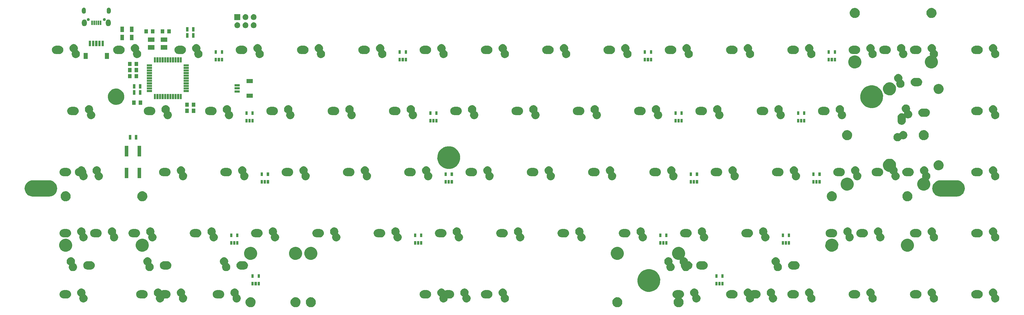
<source format=gbs>
G04 #@! TF.FileFunction,Soldermask,Bot*
%FSLAX46Y46*%
G04 Gerber Fmt 4.6, Leading zero omitted, Abs format (unit mm)*
G04 Created by KiCad (PCBNEW 4.0.6) date Tuesday, July 11, 2017 'PMt' 09:42:09 PM*
%MOMM*%
%LPD*%
G01*
G04 APERTURE LIST*
%ADD10C,0.150000*%
G04 APERTURE END LIST*
D10*
G36*
X95731287Y-119724453D02*
X96031765Y-119786133D01*
X96314536Y-119904998D01*
X96568837Y-120076526D01*
X96784979Y-120294183D01*
X96954727Y-120549674D01*
X97071616Y-120833268D01*
X97131128Y-121133826D01*
X97131128Y-121133835D01*
X97131194Y-121134169D01*
X97126302Y-121484526D01*
X97126226Y-121484860D01*
X97126226Y-121484871D01*
X97058346Y-121783644D01*
X96933583Y-122063867D01*
X96756768Y-122314518D01*
X96534630Y-122526057D01*
X96275644Y-122690414D01*
X95989660Y-122801341D01*
X95687581Y-122854605D01*
X95380907Y-122848181D01*
X95081315Y-122782312D01*
X94800232Y-122659510D01*
X94548352Y-122484448D01*
X94335270Y-122263795D01*
X94169108Y-122005962D01*
X94056188Y-121720760D01*
X94000814Y-121419053D01*
X94005098Y-121112343D01*
X94068872Y-120812308D01*
X94189712Y-120530369D01*
X94363010Y-120277273D01*
X94582170Y-120062655D01*
X94838839Y-119894696D01*
X95123245Y-119779788D01*
X95424550Y-119722311D01*
X95731287Y-119724453D01*
X95731287Y-119724453D01*
G37*
G36*
X109701287Y-119724453D02*
X110001765Y-119786133D01*
X110284536Y-119904998D01*
X110538837Y-120076526D01*
X110754979Y-120294183D01*
X110924727Y-120549674D01*
X111041616Y-120833268D01*
X111101128Y-121133826D01*
X111101128Y-121133835D01*
X111101194Y-121134169D01*
X111096302Y-121484526D01*
X111096226Y-121484860D01*
X111096226Y-121484871D01*
X111028346Y-121783644D01*
X110903583Y-122063867D01*
X110726768Y-122314518D01*
X110504630Y-122526057D01*
X110245644Y-122690414D01*
X109959660Y-122801341D01*
X109657581Y-122854605D01*
X109350907Y-122848181D01*
X109051315Y-122782312D01*
X108770232Y-122659510D01*
X108518352Y-122484448D01*
X108305270Y-122263795D01*
X108139108Y-122005962D01*
X108026188Y-121720760D01*
X107970814Y-121419053D01*
X107975098Y-121112343D01*
X108038872Y-120812308D01*
X108159712Y-120530369D01*
X108333010Y-120277273D01*
X108552170Y-120062655D01*
X108808839Y-119894696D01*
X109093245Y-119779788D01*
X109394550Y-119722311D01*
X109701287Y-119724453D01*
X109701287Y-119724453D01*
G37*
G36*
X114464287Y-119724453D02*
X114764765Y-119786133D01*
X115047536Y-119904998D01*
X115301837Y-120076526D01*
X115517979Y-120294183D01*
X115687727Y-120549674D01*
X115804616Y-120833268D01*
X115864128Y-121133826D01*
X115864128Y-121133835D01*
X115864194Y-121134169D01*
X115859302Y-121484526D01*
X115859226Y-121484860D01*
X115859226Y-121484871D01*
X115791346Y-121783644D01*
X115666583Y-122063867D01*
X115489768Y-122314518D01*
X115267630Y-122526057D01*
X115008644Y-122690414D01*
X114722660Y-122801341D01*
X114420581Y-122854605D01*
X114113907Y-122848181D01*
X113814315Y-122782312D01*
X113533232Y-122659510D01*
X113281352Y-122484448D01*
X113068270Y-122263795D01*
X112902108Y-122005962D01*
X112789188Y-121720760D01*
X112733814Y-121419053D01*
X112738098Y-121112343D01*
X112801872Y-120812308D01*
X112922712Y-120530369D01*
X113096010Y-120277273D01*
X113315170Y-120062655D01*
X113571839Y-119894696D01*
X113856245Y-119779788D01*
X114157550Y-119722311D01*
X114464287Y-119724453D01*
X114464287Y-119724453D01*
G37*
G36*
X209714287Y-119724453D02*
X210014765Y-119786133D01*
X210297536Y-119904998D01*
X210551837Y-120076526D01*
X210767979Y-120294183D01*
X210937727Y-120549674D01*
X211054616Y-120833268D01*
X211114128Y-121133826D01*
X211114128Y-121133835D01*
X211114194Y-121134169D01*
X211109302Y-121484526D01*
X211109226Y-121484860D01*
X211109226Y-121484871D01*
X211041346Y-121783644D01*
X210916583Y-122063867D01*
X210739768Y-122314518D01*
X210517630Y-122526057D01*
X210258644Y-122690414D01*
X209972660Y-122801341D01*
X209670581Y-122854605D01*
X209363907Y-122848181D01*
X209064315Y-122782312D01*
X208783232Y-122659510D01*
X208531352Y-122484448D01*
X208318270Y-122263795D01*
X208152108Y-122005962D01*
X208039188Y-121720760D01*
X207983814Y-121419053D01*
X207988098Y-121112343D01*
X208051872Y-120812308D01*
X208172712Y-120530369D01*
X208346010Y-120277273D01*
X208565170Y-120062655D01*
X208821839Y-119894696D01*
X209106245Y-119779788D01*
X209407550Y-119722311D01*
X209714287Y-119724453D01*
X209714287Y-119724453D01*
G37*
G36*
X228999530Y-117510069D02*
X229007672Y-117510126D01*
X229257867Y-117538190D01*
X229497846Y-117614315D01*
X229718468Y-117735604D01*
X229911331Y-117897434D01*
X230069087Y-118093643D01*
X230185728Y-118316757D01*
X230256812Y-118558278D01*
X230256816Y-118558317D01*
X230256818Y-118558325D01*
X230279632Y-118809004D01*
X230253321Y-119059341D01*
X230253317Y-119059354D01*
X230253313Y-119059391D01*
X230178864Y-119299895D01*
X230059119Y-119521359D01*
X229898639Y-119715346D01*
X229703536Y-119874468D01*
X229551791Y-119955152D01*
X229541140Y-119962916D01*
X229532529Y-119974043D01*
X229527359Y-119987128D01*
X229526039Y-120001136D01*
X229528673Y-120014956D01*
X229535054Y-120027496D01*
X229548023Y-120040228D01*
X229601837Y-120076526D01*
X229817979Y-120294183D01*
X229987727Y-120549674D01*
X230104616Y-120833268D01*
X230164128Y-121133826D01*
X230164128Y-121133835D01*
X230164194Y-121134169D01*
X230159302Y-121484526D01*
X230159226Y-121484860D01*
X230159226Y-121484871D01*
X230091346Y-121783644D01*
X229966583Y-122063867D01*
X229789768Y-122314518D01*
X229567630Y-122526057D01*
X229308644Y-122690414D01*
X229022660Y-122801341D01*
X228720581Y-122854605D01*
X228413907Y-122848181D01*
X228114315Y-122782312D01*
X227833232Y-122659510D01*
X227581352Y-122484448D01*
X227368270Y-122263795D01*
X227202108Y-122005962D01*
X227089188Y-121720760D01*
X227033814Y-121419053D01*
X227038098Y-121112343D01*
X227101872Y-120812308D01*
X227222712Y-120530369D01*
X227396010Y-120277273D01*
X227578268Y-120098792D01*
X227586836Y-120087631D01*
X227591954Y-120074526D01*
X227593220Y-120060513D01*
X227590531Y-120046703D01*
X227584101Y-120034188D01*
X227574440Y-120023961D01*
X227559211Y-120015839D01*
X227464154Y-119985685D01*
X227243532Y-119864396D01*
X227050669Y-119702566D01*
X226892913Y-119506357D01*
X226776272Y-119283243D01*
X226705188Y-119041722D01*
X226705184Y-119041683D01*
X226705182Y-119041675D01*
X226682368Y-118790996D01*
X226708679Y-118540659D01*
X226708683Y-118540646D01*
X226708687Y-118540609D01*
X226783136Y-118300105D01*
X226902881Y-118078641D01*
X227063361Y-117884654D01*
X227258464Y-117725532D01*
X227480758Y-117607336D01*
X227721777Y-117534568D01*
X227972339Y-117510000D01*
X228989696Y-117510000D01*
X228999530Y-117510069D01*
X228999530Y-117510069D01*
G37*
G36*
X74072994Y-117010857D02*
X74320811Y-117061727D01*
X74554023Y-117159760D01*
X74763756Y-117301226D01*
X74942018Y-117480738D01*
X75082018Y-117691453D01*
X75178418Y-117925340D01*
X75227490Y-118173165D01*
X75227490Y-118173175D01*
X75227556Y-118173509D01*
X75223521Y-118462462D01*
X75223445Y-118462796D01*
X75223445Y-118462807D01*
X75167475Y-118709157D01*
X75118771Y-118818549D01*
X75114913Y-118832080D01*
X75114978Y-118846149D01*
X75118960Y-118859644D01*
X75126544Y-118871494D01*
X75137129Y-118880763D01*
X75145072Y-118884979D01*
X75204023Y-118909760D01*
X75413756Y-119051226D01*
X75592018Y-119230738D01*
X75732018Y-119441453D01*
X75828418Y-119675340D01*
X75877490Y-119923165D01*
X75877490Y-119923175D01*
X75877556Y-119923509D01*
X75873521Y-120212462D01*
X75873445Y-120212796D01*
X75873445Y-120212807D01*
X75817475Y-120459157D01*
X75714578Y-120690269D01*
X75568752Y-120896991D01*
X75385544Y-121071457D01*
X75171948Y-121207009D01*
X74936085Y-121298495D01*
X74686949Y-121342424D01*
X74434022Y-121337126D01*
X74186935Y-121282800D01*
X73955115Y-121181521D01*
X73747379Y-121037140D01*
X73571640Y-120855158D01*
X73434600Y-120642513D01*
X73341471Y-120407295D01*
X73295801Y-120158464D01*
X73299334Y-119905508D01*
X73351931Y-119658057D01*
X73406768Y-119530114D01*
X73410436Y-119516531D01*
X73410174Y-119502464D01*
X73406004Y-119489026D01*
X73398256Y-119477283D01*
X73387542Y-119468163D01*
X73380828Y-119464599D01*
X73305115Y-119431521D01*
X73097379Y-119287140D01*
X72921640Y-119105158D01*
X72784600Y-118892513D01*
X72691471Y-118657295D01*
X72645801Y-118408464D01*
X72649334Y-118155508D01*
X72701931Y-117908057D01*
X72801593Y-117675529D01*
X72944519Y-117466791D01*
X73125270Y-117289786D01*
X73336955Y-117151263D01*
X73571517Y-117056494D01*
X73820015Y-117009091D01*
X74072994Y-117010857D01*
X74072994Y-117010857D01*
G37*
G36*
X90741494Y-117010857D02*
X90989311Y-117061727D01*
X91222523Y-117159760D01*
X91432256Y-117301226D01*
X91610518Y-117480738D01*
X91750518Y-117691453D01*
X91846918Y-117925340D01*
X91895990Y-118173165D01*
X91895990Y-118173175D01*
X91896056Y-118173509D01*
X91892021Y-118462462D01*
X91891945Y-118462796D01*
X91891945Y-118462807D01*
X91835975Y-118709157D01*
X91787271Y-118818549D01*
X91783413Y-118832080D01*
X91783478Y-118846149D01*
X91787460Y-118859644D01*
X91795044Y-118871494D01*
X91805629Y-118880763D01*
X91813572Y-118884979D01*
X91872523Y-118909760D01*
X92082256Y-119051226D01*
X92260518Y-119230738D01*
X92400518Y-119441453D01*
X92496918Y-119675340D01*
X92545990Y-119923165D01*
X92545990Y-119923175D01*
X92546056Y-119923509D01*
X92542021Y-120212462D01*
X92541945Y-120212796D01*
X92541945Y-120212807D01*
X92485975Y-120459157D01*
X92383078Y-120690269D01*
X92237252Y-120896991D01*
X92054044Y-121071457D01*
X91840448Y-121207009D01*
X91604585Y-121298495D01*
X91355449Y-121342424D01*
X91102522Y-121337126D01*
X90855435Y-121282800D01*
X90623615Y-121181521D01*
X90415879Y-121037140D01*
X90240140Y-120855158D01*
X90103100Y-120642513D01*
X90009971Y-120407295D01*
X89964301Y-120158464D01*
X89967834Y-119905508D01*
X90020431Y-119658057D01*
X90075268Y-119530114D01*
X90078936Y-119516531D01*
X90078674Y-119502464D01*
X90074504Y-119489026D01*
X90066756Y-119477283D01*
X90056042Y-119468163D01*
X90049328Y-119464599D01*
X89973615Y-119431521D01*
X89765879Y-119287140D01*
X89590140Y-119105158D01*
X89453100Y-118892513D01*
X89359971Y-118657295D01*
X89314301Y-118408464D01*
X89317834Y-118155508D01*
X89370431Y-117908057D01*
X89470093Y-117675529D01*
X89613019Y-117466791D01*
X89793770Y-117289786D01*
X90005455Y-117151263D01*
X90240017Y-117056494D01*
X90488515Y-117009091D01*
X90741494Y-117010857D01*
X90741494Y-117010857D01*
G37*
G36*
X66929294Y-117010857D02*
X67177111Y-117061727D01*
X67410323Y-117159760D01*
X67620056Y-117301226D01*
X67798318Y-117480738D01*
X67871723Y-117591221D01*
X67881080Y-117601727D01*
X67892994Y-117609211D01*
X67906522Y-117613080D01*
X67920591Y-117613027D01*
X67936151Y-117607925D01*
X67937258Y-117607336D01*
X68178277Y-117534568D01*
X68428839Y-117510000D01*
X69446196Y-117510000D01*
X69456030Y-117510069D01*
X69464172Y-117510126D01*
X69714367Y-117538190D01*
X69954346Y-117614315D01*
X70174968Y-117735604D01*
X70367831Y-117897434D01*
X70525587Y-118093643D01*
X70642228Y-118316757D01*
X70713312Y-118558278D01*
X70713316Y-118558317D01*
X70713318Y-118558325D01*
X70736132Y-118809004D01*
X70709821Y-119059341D01*
X70709817Y-119059354D01*
X70709813Y-119059391D01*
X70635364Y-119299895D01*
X70515619Y-119521359D01*
X70355139Y-119715346D01*
X70160036Y-119874468D01*
X69937742Y-119992664D01*
X69696723Y-120065432D01*
X69446161Y-120090000D01*
X68780767Y-120090000D01*
X68766837Y-120091980D01*
X68754011Y-120097761D01*
X68743303Y-120106888D01*
X68735561Y-120118636D01*
X68731399Y-120132076D01*
X68730856Y-120138332D01*
X68729821Y-120212462D01*
X68729745Y-120212796D01*
X68729745Y-120212807D01*
X68673775Y-120459157D01*
X68570878Y-120690269D01*
X68425052Y-120896991D01*
X68241844Y-121071457D01*
X68028248Y-121207009D01*
X67792385Y-121298495D01*
X67543249Y-121342424D01*
X67290322Y-121337126D01*
X67043235Y-121282800D01*
X66811415Y-121181521D01*
X66603679Y-121037140D01*
X66427940Y-120855158D01*
X66290900Y-120642513D01*
X66197771Y-120407295D01*
X66152101Y-120158464D01*
X66155634Y-119905508D01*
X66208231Y-119658057D01*
X66263068Y-119530114D01*
X66266736Y-119516531D01*
X66266474Y-119502464D01*
X66262304Y-119489026D01*
X66254556Y-119477283D01*
X66243842Y-119468163D01*
X66237128Y-119464599D01*
X66161415Y-119431521D01*
X65953679Y-119287140D01*
X65777940Y-119105158D01*
X65640900Y-118892513D01*
X65547771Y-118657295D01*
X65502101Y-118408464D01*
X65505634Y-118155508D01*
X65558231Y-117908057D01*
X65657893Y-117675529D01*
X65800819Y-117466791D01*
X65981570Y-117289786D01*
X66193255Y-117151263D01*
X66427817Y-117056494D01*
X66676315Y-117009091D01*
X66929294Y-117010857D01*
X66929294Y-117010857D01*
G37*
G36*
X43116694Y-117010857D02*
X43364511Y-117061727D01*
X43597723Y-117159760D01*
X43807456Y-117301226D01*
X43985718Y-117480738D01*
X44125718Y-117691453D01*
X44222118Y-117925340D01*
X44271190Y-118173165D01*
X44271190Y-118173175D01*
X44271256Y-118173509D01*
X44267221Y-118462462D01*
X44267145Y-118462796D01*
X44267145Y-118462807D01*
X44211175Y-118709157D01*
X44162471Y-118818549D01*
X44158613Y-118832080D01*
X44158678Y-118846149D01*
X44162660Y-118859644D01*
X44170244Y-118871494D01*
X44180829Y-118880763D01*
X44188772Y-118884979D01*
X44247723Y-118909760D01*
X44457456Y-119051226D01*
X44635718Y-119230738D01*
X44775718Y-119441453D01*
X44872118Y-119675340D01*
X44921190Y-119923165D01*
X44921190Y-119923175D01*
X44921256Y-119923509D01*
X44917221Y-120212462D01*
X44917145Y-120212796D01*
X44917145Y-120212807D01*
X44861175Y-120459157D01*
X44758278Y-120690269D01*
X44612452Y-120896991D01*
X44429244Y-121071457D01*
X44215648Y-121207009D01*
X43979785Y-121298495D01*
X43730649Y-121342424D01*
X43477722Y-121337126D01*
X43230635Y-121282800D01*
X42998815Y-121181521D01*
X42791079Y-121037140D01*
X42615340Y-120855158D01*
X42478300Y-120642513D01*
X42385171Y-120407295D01*
X42339501Y-120158464D01*
X42343034Y-119905508D01*
X42395631Y-119658057D01*
X42450468Y-119530114D01*
X42454136Y-119516531D01*
X42453874Y-119502464D01*
X42449704Y-119489026D01*
X42441956Y-119477283D01*
X42431242Y-119468163D01*
X42424528Y-119464599D01*
X42348815Y-119431521D01*
X42141079Y-119287140D01*
X41965340Y-119105158D01*
X41828300Y-118892513D01*
X41735171Y-118657295D01*
X41689501Y-118408464D01*
X41693034Y-118155508D01*
X41745631Y-117908057D01*
X41845293Y-117675529D01*
X41988219Y-117466791D01*
X42168970Y-117289786D01*
X42380655Y-117151263D01*
X42615217Y-117056494D01*
X42863715Y-117009091D01*
X43116694Y-117010857D01*
X43116694Y-117010857D01*
G37*
G36*
X155035494Y-117010857D02*
X155283311Y-117061727D01*
X155516523Y-117159760D01*
X155726256Y-117301226D01*
X155904518Y-117480738D01*
X155978001Y-117591339D01*
X155987358Y-117601845D01*
X155999272Y-117609329D01*
X156012800Y-117613198D01*
X156026869Y-117613145D01*
X156042429Y-117608042D01*
X156043758Y-117607336D01*
X156284777Y-117534568D01*
X156535339Y-117510000D01*
X157552696Y-117510000D01*
X157562530Y-117510069D01*
X157570672Y-117510126D01*
X157820867Y-117538190D01*
X158060846Y-117614315D01*
X158281468Y-117735604D01*
X158474331Y-117897434D01*
X158632087Y-118093643D01*
X158748728Y-118316757D01*
X158819812Y-118558278D01*
X158819816Y-118558317D01*
X158819818Y-118558325D01*
X158842632Y-118809004D01*
X158816321Y-119059341D01*
X158816317Y-119059354D01*
X158816313Y-119059391D01*
X158741864Y-119299895D01*
X158622119Y-119521359D01*
X158461639Y-119715346D01*
X158266536Y-119874468D01*
X158044242Y-119992664D01*
X157803223Y-120065432D01*
X157552661Y-120090000D01*
X156886967Y-120090000D01*
X156873037Y-120091980D01*
X156860211Y-120097761D01*
X156849503Y-120106888D01*
X156841761Y-120118636D01*
X156837599Y-120132076D01*
X156837056Y-120138332D01*
X156836021Y-120212462D01*
X156835945Y-120212796D01*
X156835945Y-120212807D01*
X156779975Y-120459157D01*
X156677078Y-120690269D01*
X156531252Y-120896991D01*
X156348044Y-121071457D01*
X156134448Y-121207009D01*
X155898585Y-121298495D01*
X155649449Y-121342424D01*
X155396522Y-121337126D01*
X155149435Y-121282800D01*
X154917615Y-121181521D01*
X154709879Y-121037140D01*
X154534140Y-120855158D01*
X154397100Y-120642513D01*
X154303971Y-120407295D01*
X154258301Y-120158464D01*
X154261834Y-119905508D01*
X154314431Y-119658057D01*
X154369268Y-119530114D01*
X154372936Y-119516531D01*
X154372674Y-119502464D01*
X154368504Y-119489026D01*
X154360756Y-119477283D01*
X154350042Y-119468163D01*
X154343328Y-119464599D01*
X154267615Y-119431521D01*
X154059879Y-119287140D01*
X153884140Y-119105158D01*
X153747100Y-118892513D01*
X153653971Y-118657295D01*
X153608301Y-118408464D01*
X153611834Y-118155508D01*
X153664431Y-117908057D01*
X153764093Y-117675529D01*
X153907019Y-117466791D01*
X154087770Y-117289786D01*
X154299455Y-117151263D01*
X154534017Y-117056494D01*
X154782515Y-117009091D01*
X155035494Y-117010857D01*
X155035494Y-117010857D01*
G37*
G36*
X162179494Y-117010857D02*
X162427311Y-117061727D01*
X162660523Y-117159760D01*
X162870256Y-117301226D01*
X163048518Y-117480738D01*
X163188518Y-117691453D01*
X163284918Y-117925340D01*
X163333990Y-118173165D01*
X163333990Y-118173175D01*
X163334056Y-118173509D01*
X163330021Y-118462462D01*
X163329945Y-118462796D01*
X163329945Y-118462807D01*
X163273975Y-118709157D01*
X163225271Y-118818549D01*
X163221413Y-118832080D01*
X163221478Y-118846149D01*
X163225460Y-118859644D01*
X163233044Y-118871494D01*
X163243629Y-118880763D01*
X163251572Y-118884979D01*
X163310523Y-118909760D01*
X163520256Y-119051226D01*
X163698518Y-119230738D01*
X163838518Y-119441453D01*
X163934918Y-119675340D01*
X163983990Y-119923165D01*
X163983990Y-119923175D01*
X163984056Y-119923509D01*
X163980021Y-120212462D01*
X163979945Y-120212796D01*
X163979945Y-120212807D01*
X163923975Y-120459157D01*
X163821078Y-120690269D01*
X163675252Y-120896991D01*
X163492044Y-121071457D01*
X163278448Y-121207009D01*
X163042585Y-121298495D01*
X162793449Y-121342424D01*
X162540522Y-121337126D01*
X162293435Y-121282800D01*
X162061615Y-121181521D01*
X161853879Y-121037140D01*
X161678140Y-120855158D01*
X161541100Y-120642513D01*
X161447971Y-120407295D01*
X161402301Y-120158464D01*
X161405834Y-119905508D01*
X161458431Y-119658057D01*
X161513268Y-119530114D01*
X161516936Y-119516531D01*
X161516674Y-119502464D01*
X161512504Y-119489026D01*
X161504756Y-119477283D01*
X161494042Y-119468163D01*
X161487328Y-119464599D01*
X161411615Y-119431521D01*
X161203879Y-119287140D01*
X161028140Y-119105158D01*
X160891100Y-118892513D01*
X160797971Y-118657295D01*
X160752301Y-118408464D01*
X160755834Y-118155508D01*
X160808431Y-117908057D01*
X160908093Y-117675529D01*
X161051019Y-117466791D01*
X161231770Y-117289786D01*
X161443455Y-117151263D01*
X161678017Y-117056494D01*
X161926515Y-117009091D01*
X162179494Y-117010857D01*
X162179494Y-117010857D01*
G37*
G36*
X174085494Y-117010857D02*
X174333311Y-117061727D01*
X174566523Y-117159760D01*
X174776256Y-117301226D01*
X174954518Y-117480738D01*
X175094518Y-117691453D01*
X175190918Y-117925340D01*
X175239990Y-118173165D01*
X175239990Y-118173175D01*
X175240056Y-118173509D01*
X175236021Y-118462462D01*
X175235945Y-118462796D01*
X175235945Y-118462807D01*
X175179975Y-118709157D01*
X175131271Y-118818549D01*
X175127413Y-118832080D01*
X175127478Y-118846149D01*
X175131460Y-118859644D01*
X175139044Y-118871494D01*
X175149629Y-118880763D01*
X175157572Y-118884979D01*
X175216523Y-118909760D01*
X175426256Y-119051226D01*
X175604518Y-119230738D01*
X175744518Y-119441453D01*
X175840918Y-119675340D01*
X175889990Y-119923165D01*
X175889990Y-119923175D01*
X175890056Y-119923509D01*
X175886021Y-120212462D01*
X175885945Y-120212796D01*
X175885945Y-120212807D01*
X175829975Y-120459157D01*
X175727078Y-120690269D01*
X175581252Y-120896991D01*
X175398044Y-121071457D01*
X175184448Y-121207009D01*
X174948585Y-121298495D01*
X174699449Y-121342424D01*
X174446522Y-121337126D01*
X174199435Y-121282800D01*
X173967615Y-121181521D01*
X173759879Y-121037140D01*
X173584140Y-120855158D01*
X173447100Y-120642513D01*
X173353971Y-120407295D01*
X173308301Y-120158464D01*
X173311834Y-119905508D01*
X173364431Y-119658057D01*
X173419268Y-119530114D01*
X173422936Y-119516531D01*
X173422674Y-119502464D01*
X173418504Y-119489026D01*
X173410756Y-119477283D01*
X173400042Y-119468163D01*
X173393328Y-119464599D01*
X173317615Y-119431521D01*
X173109879Y-119287140D01*
X172934140Y-119105158D01*
X172797100Y-118892513D01*
X172703971Y-118657295D01*
X172658301Y-118408464D01*
X172661834Y-118155508D01*
X172714431Y-117908057D01*
X172814093Y-117675529D01*
X172957019Y-117466791D01*
X173137770Y-117289786D01*
X173349455Y-117151263D01*
X173584017Y-117056494D01*
X173832515Y-117009091D01*
X174085494Y-117010857D01*
X174085494Y-117010857D01*
G37*
G36*
X233616494Y-117010857D02*
X233864311Y-117061727D01*
X234097523Y-117159760D01*
X234307256Y-117301226D01*
X234485518Y-117480738D01*
X234625518Y-117691453D01*
X234721918Y-117925340D01*
X234770990Y-118173165D01*
X234770990Y-118173175D01*
X234771056Y-118173509D01*
X234767021Y-118462462D01*
X234766945Y-118462796D01*
X234766945Y-118462807D01*
X234710975Y-118709157D01*
X234662271Y-118818549D01*
X234658413Y-118832080D01*
X234658478Y-118846149D01*
X234662460Y-118859644D01*
X234670044Y-118871494D01*
X234680629Y-118880763D01*
X234688572Y-118884979D01*
X234747523Y-118909760D01*
X234957256Y-119051226D01*
X235135518Y-119230738D01*
X235275518Y-119441453D01*
X235371918Y-119675340D01*
X235420990Y-119923165D01*
X235420990Y-119923175D01*
X235421056Y-119923509D01*
X235417021Y-120212462D01*
X235416945Y-120212796D01*
X235416945Y-120212807D01*
X235360975Y-120459157D01*
X235258078Y-120690269D01*
X235112252Y-120896991D01*
X234929044Y-121071457D01*
X234715448Y-121207009D01*
X234479585Y-121298495D01*
X234230449Y-121342424D01*
X233977522Y-121337126D01*
X233730435Y-121282800D01*
X233498615Y-121181521D01*
X233290879Y-121037140D01*
X233115140Y-120855158D01*
X232978100Y-120642513D01*
X232884971Y-120407295D01*
X232839301Y-120158464D01*
X232842834Y-119905508D01*
X232895431Y-119658057D01*
X232950268Y-119530114D01*
X232953936Y-119516531D01*
X232953674Y-119502464D01*
X232949504Y-119489026D01*
X232941756Y-119477283D01*
X232931042Y-119468163D01*
X232924328Y-119464599D01*
X232848615Y-119431521D01*
X232640879Y-119287140D01*
X232465140Y-119105158D01*
X232328100Y-118892513D01*
X232234971Y-118657295D01*
X232189301Y-118408464D01*
X232192834Y-118155508D01*
X232245431Y-117908057D01*
X232345093Y-117675529D01*
X232488019Y-117466791D01*
X232668770Y-117289786D01*
X232880455Y-117151263D01*
X233115017Y-117056494D01*
X233363515Y-117009091D01*
X233616494Y-117010857D01*
X233616494Y-117010857D01*
G37*
G36*
X250285494Y-117010857D02*
X250533311Y-117061727D01*
X250766523Y-117159760D01*
X250976256Y-117301226D01*
X251154518Y-117480738D01*
X251228001Y-117591339D01*
X251237358Y-117601845D01*
X251249272Y-117609329D01*
X251262800Y-117613198D01*
X251276869Y-117613145D01*
X251292429Y-117608042D01*
X251293758Y-117607336D01*
X251534777Y-117534568D01*
X251785339Y-117510000D01*
X252802696Y-117510000D01*
X252812530Y-117510069D01*
X252820672Y-117510126D01*
X253070867Y-117538190D01*
X253310846Y-117614315D01*
X253531468Y-117735604D01*
X253724331Y-117897434D01*
X253882087Y-118093643D01*
X253998728Y-118316757D01*
X254069812Y-118558278D01*
X254069816Y-118558317D01*
X254069818Y-118558325D01*
X254092632Y-118809004D01*
X254066321Y-119059341D01*
X254066317Y-119059354D01*
X254066313Y-119059391D01*
X253991864Y-119299895D01*
X253872119Y-119521359D01*
X253711639Y-119715346D01*
X253516536Y-119874468D01*
X253294242Y-119992664D01*
X253053223Y-120065432D01*
X252802661Y-120090000D01*
X252136967Y-120090000D01*
X252123037Y-120091980D01*
X252110211Y-120097761D01*
X252099503Y-120106888D01*
X252091761Y-120118636D01*
X252087599Y-120132076D01*
X252087056Y-120138332D01*
X252086021Y-120212462D01*
X252085945Y-120212796D01*
X252085945Y-120212807D01*
X252029975Y-120459157D01*
X251927078Y-120690269D01*
X251781252Y-120896991D01*
X251598044Y-121071457D01*
X251384448Y-121207009D01*
X251148585Y-121298495D01*
X250899449Y-121342424D01*
X250646522Y-121337126D01*
X250399435Y-121282800D01*
X250167615Y-121181521D01*
X249959879Y-121037140D01*
X249784140Y-120855158D01*
X249647100Y-120642513D01*
X249553971Y-120407295D01*
X249508301Y-120158464D01*
X249511834Y-119905508D01*
X249564431Y-119658057D01*
X249619268Y-119530114D01*
X249622936Y-119516531D01*
X249622674Y-119502464D01*
X249618504Y-119489026D01*
X249610756Y-119477283D01*
X249600042Y-119468163D01*
X249593328Y-119464599D01*
X249517615Y-119431521D01*
X249309879Y-119287140D01*
X249134140Y-119105158D01*
X248997100Y-118892513D01*
X248903971Y-118657295D01*
X248858301Y-118408464D01*
X248861834Y-118155508D01*
X248914431Y-117908057D01*
X249014093Y-117675529D01*
X249157019Y-117466791D01*
X249337770Y-117289786D01*
X249549455Y-117151263D01*
X249784017Y-117056494D01*
X250032515Y-117009091D01*
X250285494Y-117010857D01*
X250285494Y-117010857D01*
G37*
G36*
X257429494Y-117010857D02*
X257677311Y-117061727D01*
X257910523Y-117159760D01*
X258120256Y-117301226D01*
X258298518Y-117480738D01*
X258438518Y-117691453D01*
X258534918Y-117925340D01*
X258583990Y-118173165D01*
X258583990Y-118173175D01*
X258584056Y-118173509D01*
X258580021Y-118462462D01*
X258579945Y-118462796D01*
X258579945Y-118462807D01*
X258523975Y-118709157D01*
X258475271Y-118818549D01*
X258471413Y-118832080D01*
X258471478Y-118846149D01*
X258475460Y-118859644D01*
X258483044Y-118871494D01*
X258493629Y-118880763D01*
X258501572Y-118884979D01*
X258560523Y-118909760D01*
X258770256Y-119051226D01*
X258948518Y-119230738D01*
X259088518Y-119441453D01*
X259184918Y-119675340D01*
X259233990Y-119923165D01*
X259233990Y-119923175D01*
X259234056Y-119923509D01*
X259230021Y-120212462D01*
X259229945Y-120212796D01*
X259229945Y-120212807D01*
X259173975Y-120459157D01*
X259071078Y-120690269D01*
X258925252Y-120896991D01*
X258742044Y-121071457D01*
X258528448Y-121207009D01*
X258292585Y-121298495D01*
X258043449Y-121342424D01*
X257790522Y-121337126D01*
X257543435Y-121282800D01*
X257311615Y-121181521D01*
X257103879Y-121037140D01*
X256928140Y-120855158D01*
X256791100Y-120642513D01*
X256697971Y-120407295D01*
X256652301Y-120158464D01*
X256655834Y-119905508D01*
X256708431Y-119658057D01*
X256763268Y-119530114D01*
X256766936Y-119516531D01*
X256766674Y-119502464D01*
X256762504Y-119489026D01*
X256754756Y-119477283D01*
X256744042Y-119468163D01*
X256737328Y-119464599D01*
X256661615Y-119431521D01*
X256453879Y-119287140D01*
X256278140Y-119105158D01*
X256141100Y-118892513D01*
X256047971Y-118657295D01*
X256002301Y-118408464D01*
X256005834Y-118155508D01*
X256058431Y-117908057D01*
X256158093Y-117675529D01*
X256301019Y-117466791D01*
X256481770Y-117289786D01*
X256693455Y-117151263D01*
X256928017Y-117056494D01*
X257176515Y-117009091D01*
X257429494Y-117010857D01*
X257429494Y-117010857D01*
G37*
G36*
X269335494Y-117010857D02*
X269583311Y-117061727D01*
X269816523Y-117159760D01*
X270026256Y-117301226D01*
X270204518Y-117480738D01*
X270344518Y-117691453D01*
X270440918Y-117925340D01*
X270489990Y-118173165D01*
X270489990Y-118173175D01*
X270490056Y-118173509D01*
X270486021Y-118462462D01*
X270485945Y-118462796D01*
X270485945Y-118462807D01*
X270429975Y-118709157D01*
X270381271Y-118818549D01*
X270377413Y-118832080D01*
X270377478Y-118846149D01*
X270381460Y-118859644D01*
X270389044Y-118871494D01*
X270399629Y-118880763D01*
X270407572Y-118884979D01*
X270466523Y-118909760D01*
X270676256Y-119051226D01*
X270854518Y-119230738D01*
X270994518Y-119441453D01*
X271090918Y-119675340D01*
X271139990Y-119923165D01*
X271139990Y-119923175D01*
X271140056Y-119923509D01*
X271136021Y-120212462D01*
X271135945Y-120212796D01*
X271135945Y-120212807D01*
X271079975Y-120459157D01*
X270977078Y-120690269D01*
X270831252Y-120896991D01*
X270648044Y-121071457D01*
X270434448Y-121207009D01*
X270198585Y-121298495D01*
X269949449Y-121342424D01*
X269696522Y-121337126D01*
X269449435Y-121282800D01*
X269217615Y-121181521D01*
X269009879Y-121037140D01*
X268834140Y-120855158D01*
X268697100Y-120642513D01*
X268603971Y-120407295D01*
X268558301Y-120158464D01*
X268561834Y-119905508D01*
X268614431Y-119658057D01*
X268669268Y-119530114D01*
X268672936Y-119516531D01*
X268672674Y-119502464D01*
X268668504Y-119489026D01*
X268660756Y-119477283D01*
X268650042Y-119468163D01*
X268643328Y-119464599D01*
X268567615Y-119431521D01*
X268359879Y-119287140D01*
X268184140Y-119105158D01*
X268047100Y-118892513D01*
X267953971Y-118657295D01*
X267908301Y-118408464D01*
X267911834Y-118155508D01*
X267964431Y-117908057D01*
X268064093Y-117675529D01*
X268207019Y-117466791D01*
X268387770Y-117289786D01*
X268599455Y-117151263D01*
X268834017Y-117056494D01*
X269082515Y-117009091D01*
X269335494Y-117010857D01*
X269335494Y-117010857D01*
G37*
G36*
X288385494Y-117010857D02*
X288633311Y-117061727D01*
X288866523Y-117159760D01*
X289076256Y-117301226D01*
X289254518Y-117480738D01*
X289394518Y-117691453D01*
X289490918Y-117925340D01*
X289539990Y-118173165D01*
X289539990Y-118173175D01*
X289540056Y-118173509D01*
X289536021Y-118462462D01*
X289535945Y-118462796D01*
X289535945Y-118462807D01*
X289479975Y-118709157D01*
X289431271Y-118818549D01*
X289427413Y-118832080D01*
X289427478Y-118846149D01*
X289431460Y-118859644D01*
X289439044Y-118871494D01*
X289449629Y-118880763D01*
X289457572Y-118884979D01*
X289516523Y-118909760D01*
X289726256Y-119051226D01*
X289904518Y-119230738D01*
X290044518Y-119441453D01*
X290140918Y-119675340D01*
X290189990Y-119923165D01*
X290189990Y-119923175D01*
X290190056Y-119923509D01*
X290186021Y-120212462D01*
X290185945Y-120212796D01*
X290185945Y-120212807D01*
X290129975Y-120459157D01*
X290027078Y-120690269D01*
X289881252Y-120896991D01*
X289698044Y-121071457D01*
X289484448Y-121207009D01*
X289248585Y-121298495D01*
X288999449Y-121342424D01*
X288746522Y-121337126D01*
X288499435Y-121282800D01*
X288267615Y-121181521D01*
X288059879Y-121037140D01*
X287884140Y-120855158D01*
X287747100Y-120642513D01*
X287653971Y-120407295D01*
X287608301Y-120158464D01*
X287611834Y-119905508D01*
X287664431Y-119658057D01*
X287719268Y-119530114D01*
X287722936Y-119516531D01*
X287722674Y-119502464D01*
X287718504Y-119489026D01*
X287710756Y-119477283D01*
X287700042Y-119468163D01*
X287693328Y-119464599D01*
X287617615Y-119431521D01*
X287409879Y-119287140D01*
X287234140Y-119105158D01*
X287097100Y-118892513D01*
X287003971Y-118657295D01*
X286958301Y-118408464D01*
X286961834Y-118155508D01*
X287014431Y-117908057D01*
X287114093Y-117675529D01*
X287257019Y-117466791D01*
X287437770Y-117289786D01*
X287649455Y-117151263D01*
X287884017Y-117056494D01*
X288132515Y-117009091D01*
X288385494Y-117010857D01*
X288385494Y-117010857D01*
G37*
G36*
X307435494Y-117010857D02*
X307683311Y-117061727D01*
X307916523Y-117159760D01*
X308126256Y-117301226D01*
X308304518Y-117480738D01*
X308444518Y-117691453D01*
X308540918Y-117925340D01*
X308589990Y-118173165D01*
X308589990Y-118173175D01*
X308590056Y-118173509D01*
X308586021Y-118462462D01*
X308585945Y-118462796D01*
X308585945Y-118462807D01*
X308529975Y-118709157D01*
X308481271Y-118818549D01*
X308477413Y-118832080D01*
X308477478Y-118846149D01*
X308481460Y-118859644D01*
X308489044Y-118871494D01*
X308499629Y-118880763D01*
X308507572Y-118884979D01*
X308566523Y-118909760D01*
X308776256Y-119051226D01*
X308954518Y-119230738D01*
X309094518Y-119441453D01*
X309190918Y-119675340D01*
X309239990Y-119923165D01*
X309239990Y-119923175D01*
X309240056Y-119923509D01*
X309236021Y-120212462D01*
X309235945Y-120212796D01*
X309235945Y-120212807D01*
X309179975Y-120459157D01*
X309077078Y-120690269D01*
X308931252Y-120896991D01*
X308748044Y-121071457D01*
X308534448Y-121207009D01*
X308298585Y-121298495D01*
X308049449Y-121342424D01*
X307796522Y-121337126D01*
X307549435Y-121282800D01*
X307317615Y-121181521D01*
X307109879Y-121037140D01*
X306934140Y-120855158D01*
X306797100Y-120642513D01*
X306703971Y-120407295D01*
X306658301Y-120158464D01*
X306661834Y-119905508D01*
X306714431Y-119658057D01*
X306769268Y-119530114D01*
X306772936Y-119516531D01*
X306772674Y-119502464D01*
X306768504Y-119489026D01*
X306760756Y-119477283D01*
X306750042Y-119468163D01*
X306743328Y-119464599D01*
X306667615Y-119431521D01*
X306459879Y-119287140D01*
X306284140Y-119105158D01*
X306147100Y-118892513D01*
X306053971Y-118657295D01*
X306008301Y-118408464D01*
X306011834Y-118155508D01*
X306064431Y-117908057D01*
X306164093Y-117675529D01*
X306307019Y-117466791D01*
X306487770Y-117289786D01*
X306699455Y-117151263D01*
X306934017Y-117056494D01*
X307182515Y-117009091D01*
X307435494Y-117010857D01*
X307435494Y-117010857D01*
G37*
G36*
X326485494Y-117010857D02*
X326733311Y-117061727D01*
X326966523Y-117159760D01*
X327176256Y-117301226D01*
X327354518Y-117480738D01*
X327494518Y-117691453D01*
X327590918Y-117925340D01*
X327639990Y-118173165D01*
X327639990Y-118173175D01*
X327640056Y-118173509D01*
X327636021Y-118462462D01*
X327635945Y-118462796D01*
X327635945Y-118462807D01*
X327579975Y-118709157D01*
X327531271Y-118818549D01*
X327527413Y-118832080D01*
X327527478Y-118846149D01*
X327531460Y-118859644D01*
X327539044Y-118871494D01*
X327549629Y-118880763D01*
X327557572Y-118884979D01*
X327616523Y-118909760D01*
X327826256Y-119051226D01*
X328004518Y-119230738D01*
X328144518Y-119441453D01*
X328240918Y-119675340D01*
X328289990Y-119923165D01*
X328289990Y-119923175D01*
X328290056Y-119923509D01*
X328286021Y-120212462D01*
X328285945Y-120212796D01*
X328285945Y-120212807D01*
X328229975Y-120459157D01*
X328127078Y-120690269D01*
X327981252Y-120896991D01*
X327798044Y-121071457D01*
X327584448Y-121207009D01*
X327348585Y-121298495D01*
X327099449Y-121342424D01*
X326846522Y-121337126D01*
X326599435Y-121282800D01*
X326367615Y-121181521D01*
X326159879Y-121037140D01*
X325984140Y-120855158D01*
X325847100Y-120642513D01*
X325753971Y-120407295D01*
X325708301Y-120158464D01*
X325711834Y-119905508D01*
X325764431Y-119658057D01*
X325819268Y-119530114D01*
X325822936Y-119516531D01*
X325822674Y-119502464D01*
X325818504Y-119489026D01*
X325810756Y-119477283D01*
X325800042Y-119468163D01*
X325793328Y-119464599D01*
X325717615Y-119431521D01*
X325509879Y-119287140D01*
X325334140Y-119105158D01*
X325197100Y-118892513D01*
X325103971Y-118657295D01*
X325058301Y-118408464D01*
X325061834Y-118155508D01*
X325114431Y-117908057D01*
X325214093Y-117675529D01*
X325357019Y-117466791D01*
X325537770Y-117289786D01*
X325749455Y-117151263D01*
X325984017Y-117056494D01*
X326232515Y-117009091D01*
X326485494Y-117010857D01*
X326485494Y-117010857D01*
G37*
G36*
X150418530Y-117510069D02*
X150426672Y-117510126D01*
X150676867Y-117538190D01*
X150916846Y-117614315D01*
X151137468Y-117735604D01*
X151330331Y-117897434D01*
X151488087Y-118093643D01*
X151604728Y-118316757D01*
X151675812Y-118558278D01*
X151675816Y-118558317D01*
X151675818Y-118558325D01*
X151698632Y-118809004D01*
X151672321Y-119059341D01*
X151672317Y-119059354D01*
X151672313Y-119059391D01*
X151597864Y-119299895D01*
X151478119Y-119521359D01*
X151317639Y-119715346D01*
X151122536Y-119874468D01*
X150900242Y-119992664D01*
X150659223Y-120065432D01*
X150408661Y-120090000D01*
X149391304Y-120090000D01*
X149381470Y-120089931D01*
X149373328Y-120089874D01*
X149123133Y-120061810D01*
X148883154Y-119985685D01*
X148662532Y-119864396D01*
X148469669Y-119702566D01*
X148311913Y-119506357D01*
X148195272Y-119283243D01*
X148124188Y-119041722D01*
X148124184Y-119041683D01*
X148124182Y-119041675D01*
X148101368Y-118790996D01*
X148127679Y-118540659D01*
X148127683Y-118540646D01*
X148127687Y-118540609D01*
X148202136Y-118300105D01*
X148321881Y-118078641D01*
X148482361Y-117884654D01*
X148677464Y-117725532D01*
X148899758Y-117607336D01*
X149140777Y-117534568D01*
X149391339Y-117510000D01*
X150408696Y-117510000D01*
X150418530Y-117510069D01*
X150418530Y-117510069D01*
G37*
G36*
X245668530Y-117510069D02*
X245676672Y-117510126D01*
X245926867Y-117538190D01*
X246166846Y-117614315D01*
X246387468Y-117735604D01*
X246580331Y-117897434D01*
X246738087Y-118093643D01*
X246854728Y-118316757D01*
X246925812Y-118558278D01*
X246925816Y-118558317D01*
X246925818Y-118558325D01*
X246948632Y-118809004D01*
X246922321Y-119059341D01*
X246922317Y-119059354D01*
X246922313Y-119059391D01*
X246847864Y-119299895D01*
X246728119Y-119521359D01*
X246567639Y-119715346D01*
X246372536Y-119874468D01*
X246150242Y-119992664D01*
X245909223Y-120065432D01*
X245658661Y-120090000D01*
X244641304Y-120090000D01*
X244631470Y-120089931D01*
X244623328Y-120089874D01*
X244373133Y-120061810D01*
X244133154Y-119985685D01*
X243912532Y-119864396D01*
X243719669Y-119702566D01*
X243561913Y-119506357D01*
X243445272Y-119283243D01*
X243374188Y-119041722D01*
X243374184Y-119041683D01*
X243374182Y-119041675D01*
X243351368Y-118790996D01*
X243377679Y-118540659D01*
X243377683Y-118540646D01*
X243377687Y-118540609D01*
X243452136Y-118300105D01*
X243571881Y-118078641D01*
X243732361Y-117884654D01*
X243927464Y-117725532D01*
X244149758Y-117607336D01*
X244390777Y-117534568D01*
X244641339Y-117510000D01*
X245658696Y-117510000D01*
X245668530Y-117510069D01*
X245668530Y-117510069D01*
G37*
G36*
X169468530Y-117510069D02*
X169476672Y-117510126D01*
X169726867Y-117538190D01*
X169966846Y-117614315D01*
X170187468Y-117735604D01*
X170380331Y-117897434D01*
X170538087Y-118093643D01*
X170654728Y-118316757D01*
X170725812Y-118558278D01*
X170725816Y-118558317D01*
X170725818Y-118558325D01*
X170748632Y-118809004D01*
X170722321Y-119059341D01*
X170722317Y-119059354D01*
X170722313Y-119059391D01*
X170647864Y-119299895D01*
X170528119Y-119521359D01*
X170367639Y-119715346D01*
X170172536Y-119874468D01*
X169950242Y-119992664D01*
X169709223Y-120065432D01*
X169458661Y-120090000D01*
X168441304Y-120090000D01*
X168431470Y-120089931D01*
X168423328Y-120089874D01*
X168173133Y-120061810D01*
X167933154Y-119985685D01*
X167712532Y-119864396D01*
X167519669Y-119702566D01*
X167361913Y-119506357D01*
X167245272Y-119283243D01*
X167174188Y-119041722D01*
X167174184Y-119041683D01*
X167174182Y-119041675D01*
X167151368Y-118790996D01*
X167177679Y-118540659D01*
X167177683Y-118540646D01*
X167177687Y-118540609D01*
X167252136Y-118300105D01*
X167371881Y-118078641D01*
X167532361Y-117884654D01*
X167727464Y-117725532D01*
X167949758Y-117607336D01*
X168190777Y-117534568D01*
X168441339Y-117510000D01*
X169458696Y-117510000D01*
X169468530Y-117510069D01*
X169468530Y-117510069D01*
G37*
G36*
X321868530Y-117510069D02*
X321876672Y-117510126D01*
X322126867Y-117538190D01*
X322366846Y-117614315D01*
X322587468Y-117735604D01*
X322780331Y-117897434D01*
X322938087Y-118093643D01*
X323054728Y-118316757D01*
X323125812Y-118558278D01*
X323125816Y-118558317D01*
X323125818Y-118558325D01*
X323148632Y-118809004D01*
X323122321Y-119059341D01*
X323122317Y-119059354D01*
X323122313Y-119059391D01*
X323047864Y-119299895D01*
X322928119Y-119521359D01*
X322767639Y-119715346D01*
X322572536Y-119874468D01*
X322350242Y-119992664D01*
X322109223Y-120065432D01*
X321858661Y-120090000D01*
X320841304Y-120090000D01*
X320831470Y-120089931D01*
X320823328Y-120089874D01*
X320573133Y-120061810D01*
X320333154Y-119985685D01*
X320112532Y-119864396D01*
X319919669Y-119702566D01*
X319761913Y-119506357D01*
X319645272Y-119283243D01*
X319574188Y-119041722D01*
X319574184Y-119041683D01*
X319574182Y-119041675D01*
X319551368Y-118790996D01*
X319577679Y-118540659D01*
X319577683Y-118540646D01*
X319577687Y-118540609D01*
X319652136Y-118300105D01*
X319771881Y-118078641D01*
X319932361Y-117884654D01*
X320127464Y-117725532D01*
X320349758Y-117607336D01*
X320590777Y-117534568D01*
X320841339Y-117510000D01*
X321858696Y-117510000D01*
X321868530Y-117510069D01*
X321868530Y-117510069D01*
G37*
G36*
X62312330Y-117510069D02*
X62320472Y-117510126D01*
X62570667Y-117538190D01*
X62810646Y-117614315D01*
X63031268Y-117735604D01*
X63224131Y-117897434D01*
X63381887Y-118093643D01*
X63498528Y-118316757D01*
X63569612Y-118558278D01*
X63569616Y-118558317D01*
X63569618Y-118558325D01*
X63592432Y-118809004D01*
X63566121Y-119059341D01*
X63566117Y-119059354D01*
X63566113Y-119059391D01*
X63491664Y-119299895D01*
X63371919Y-119521359D01*
X63211439Y-119715346D01*
X63016336Y-119874468D01*
X62794042Y-119992664D01*
X62553023Y-120065432D01*
X62302461Y-120090000D01*
X61285104Y-120090000D01*
X61275270Y-120089931D01*
X61267128Y-120089874D01*
X61016933Y-120061810D01*
X60776954Y-119985685D01*
X60556332Y-119864396D01*
X60363469Y-119702566D01*
X60205713Y-119506357D01*
X60089072Y-119283243D01*
X60017988Y-119041722D01*
X60017984Y-119041683D01*
X60017982Y-119041675D01*
X59995168Y-118790996D01*
X60021479Y-118540659D01*
X60021483Y-118540646D01*
X60021487Y-118540609D01*
X60095936Y-118300105D01*
X60215681Y-118078641D01*
X60376161Y-117884654D01*
X60571264Y-117725532D01*
X60793558Y-117607336D01*
X61034577Y-117534568D01*
X61285139Y-117510000D01*
X62302496Y-117510000D01*
X62312330Y-117510069D01*
X62312330Y-117510069D01*
G37*
G36*
X302818530Y-117510069D02*
X302826672Y-117510126D01*
X303076867Y-117538190D01*
X303316846Y-117614315D01*
X303537468Y-117735604D01*
X303730331Y-117897434D01*
X303888087Y-118093643D01*
X304004728Y-118316757D01*
X304075812Y-118558278D01*
X304075816Y-118558317D01*
X304075818Y-118558325D01*
X304098632Y-118809004D01*
X304072321Y-119059341D01*
X304072317Y-119059354D01*
X304072313Y-119059391D01*
X303997864Y-119299895D01*
X303878119Y-119521359D01*
X303717639Y-119715346D01*
X303522536Y-119874468D01*
X303300242Y-119992664D01*
X303059223Y-120065432D01*
X302808661Y-120090000D01*
X301791304Y-120090000D01*
X301781470Y-120089931D01*
X301773328Y-120089874D01*
X301523133Y-120061810D01*
X301283154Y-119985685D01*
X301062532Y-119864396D01*
X300869669Y-119702566D01*
X300711913Y-119506357D01*
X300595272Y-119283243D01*
X300524188Y-119041722D01*
X300524184Y-119041683D01*
X300524182Y-119041675D01*
X300501368Y-118790996D01*
X300527679Y-118540659D01*
X300527683Y-118540646D01*
X300527687Y-118540609D01*
X300602136Y-118300105D01*
X300721881Y-118078641D01*
X300882361Y-117884654D01*
X301077464Y-117725532D01*
X301299758Y-117607336D01*
X301540777Y-117534568D01*
X301791339Y-117510000D01*
X302808696Y-117510000D01*
X302818530Y-117510069D01*
X302818530Y-117510069D01*
G37*
G36*
X86124530Y-117510069D02*
X86132672Y-117510126D01*
X86382867Y-117538190D01*
X86622846Y-117614315D01*
X86843468Y-117735604D01*
X87036331Y-117897434D01*
X87194087Y-118093643D01*
X87310728Y-118316757D01*
X87381812Y-118558278D01*
X87381816Y-118558317D01*
X87381818Y-118558325D01*
X87404632Y-118809004D01*
X87378321Y-119059341D01*
X87378317Y-119059354D01*
X87378313Y-119059391D01*
X87303864Y-119299895D01*
X87184119Y-119521359D01*
X87023639Y-119715346D01*
X86828536Y-119874468D01*
X86606242Y-119992664D01*
X86365223Y-120065432D01*
X86114661Y-120090000D01*
X85097304Y-120090000D01*
X85087470Y-120089931D01*
X85079328Y-120089874D01*
X84829133Y-120061810D01*
X84589154Y-119985685D01*
X84368532Y-119864396D01*
X84175669Y-119702566D01*
X84017913Y-119506357D01*
X83901272Y-119283243D01*
X83830188Y-119041722D01*
X83830184Y-119041683D01*
X83830182Y-119041675D01*
X83807368Y-118790996D01*
X83833679Y-118540659D01*
X83833683Y-118540646D01*
X83833687Y-118540609D01*
X83908136Y-118300105D01*
X84027881Y-118078641D01*
X84188361Y-117884654D01*
X84383464Y-117725532D01*
X84605758Y-117607336D01*
X84846777Y-117534568D01*
X85097339Y-117510000D01*
X86114696Y-117510000D01*
X86124530Y-117510069D01*
X86124530Y-117510069D01*
G37*
G36*
X38499730Y-117510069D02*
X38507872Y-117510126D01*
X38758067Y-117538190D01*
X38998046Y-117614315D01*
X39218668Y-117735604D01*
X39411531Y-117897434D01*
X39569287Y-118093643D01*
X39685928Y-118316757D01*
X39757012Y-118558278D01*
X39757016Y-118558317D01*
X39757018Y-118558325D01*
X39779832Y-118809004D01*
X39753521Y-119059341D01*
X39753517Y-119059354D01*
X39753513Y-119059391D01*
X39679064Y-119299895D01*
X39559319Y-119521359D01*
X39398839Y-119715346D01*
X39203736Y-119874468D01*
X38981442Y-119992664D01*
X38740423Y-120065432D01*
X38489861Y-120090000D01*
X37472504Y-120090000D01*
X37462670Y-120089931D01*
X37454528Y-120089874D01*
X37204333Y-120061810D01*
X36964354Y-119985685D01*
X36743732Y-119864396D01*
X36550869Y-119702566D01*
X36393113Y-119506357D01*
X36276472Y-119283243D01*
X36205388Y-119041722D01*
X36205384Y-119041683D01*
X36205382Y-119041675D01*
X36182568Y-118790996D01*
X36208879Y-118540659D01*
X36208883Y-118540646D01*
X36208887Y-118540609D01*
X36283336Y-118300105D01*
X36403081Y-118078641D01*
X36563561Y-117884654D01*
X36758664Y-117725532D01*
X36980958Y-117607336D01*
X37221977Y-117534568D01*
X37472539Y-117510000D01*
X38489896Y-117510000D01*
X38499730Y-117510069D01*
X38499730Y-117510069D01*
G37*
G36*
X283768530Y-117510069D02*
X283776672Y-117510126D01*
X284026867Y-117538190D01*
X284266846Y-117614315D01*
X284487468Y-117735604D01*
X284680331Y-117897434D01*
X284838087Y-118093643D01*
X284954728Y-118316757D01*
X285025812Y-118558278D01*
X285025816Y-118558317D01*
X285025818Y-118558325D01*
X285048632Y-118809004D01*
X285022321Y-119059341D01*
X285022317Y-119059354D01*
X285022313Y-119059391D01*
X284947864Y-119299895D01*
X284828119Y-119521359D01*
X284667639Y-119715346D01*
X284472536Y-119874468D01*
X284250242Y-119992664D01*
X284009223Y-120065432D01*
X283758661Y-120090000D01*
X282741304Y-120090000D01*
X282731470Y-120089931D01*
X282723328Y-120089874D01*
X282473133Y-120061810D01*
X282233154Y-119985685D01*
X282012532Y-119864396D01*
X281819669Y-119702566D01*
X281661913Y-119506357D01*
X281545272Y-119283243D01*
X281474188Y-119041722D01*
X281474184Y-119041683D01*
X281474182Y-119041675D01*
X281451368Y-118790996D01*
X281477679Y-118540659D01*
X281477683Y-118540646D01*
X281477687Y-118540609D01*
X281552136Y-118300105D01*
X281671881Y-118078641D01*
X281832361Y-117884654D01*
X282027464Y-117725532D01*
X282249758Y-117607336D01*
X282490777Y-117534568D01*
X282741339Y-117510000D01*
X283758696Y-117510000D01*
X283768530Y-117510069D01*
X283768530Y-117510069D01*
G37*
G36*
X264718530Y-117510069D02*
X264726672Y-117510126D01*
X264976867Y-117538190D01*
X265216846Y-117614315D01*
X265437468Y-117735604D01*
X265630331Y-117897434D01*
X265788087Y-118093643D01*
X265904728Y-118316757D01*
X265975812Y-118558278D01*
X265975816Y-118558317D01*
X265975818Y-118558325D01*
X265998632Y-118809004D01*
X265972321Y-119059341D01*
X265972317Y-119059354D01*
X265972313Y-119059391D01*
X265897864Y-119299895D01*
X265778119Y-119521359D01*
X265617639Y-119715346D01*
X265422536Y-119874468D01*
X265200242Y-119992664D01*
X264959223Y-120065432D01*
X264708661Y-120090000D01*
X263691304Y-120090000D01*
X263681470Y-120089931D01*
X263673328Y-120089874D01*
X263423133Y-120061810D01*
X263183154Y-119985685D01*
X262962532Y-119864396D01*
X262769669Y-119702566D01*
X262611913Y-119506357D01*
X262495272Y-119283243D01*
X262424188Y-119041722D01*
X262424184Y-119041683D01*
X262424182Y-119041675D01*
X262401368Y-118790996D01*
X262427679Y-118540659D01*
X262427683Y-118540646D01*
X262427687Y-118540609D01*
X262502136Y-118300105D01*
X262621881Y-118078641D01*
X262782361Y-117884654D01*
X262977464Y-117725532D01*
X263199758Y-117607336D01*
X263440777Y-117534568D01*
X263691339Y-117510000D01*
X264708696Y-117510000D01*
X264718530Y-117510069D01*
X264718530Y-117510069D01*
G37*
G36*
X219723333Y-110963236D02*
X220403409Y-111102836D01*
X221043413Y-111371869D01*
X221618976Y-111760090D01*
X222108173Y-112252715D01*
X222492367Y-112830973D01*
X222756925Y-113472839D01*
X222891706Y-114153530D01*
X222891706Y-114153539D01*
X222891772Y-114153873D01*
X222880699Y-114946842D01*
X222880623Y-114947176D01*
X222880623Y-114947188D01*
X222726892Y-115623841D01*
X222444512Y-116258075D01*
X222044323Y-116825380D01*
X221541559Y-117304155D01*
X220955386Y-117676151D01*
X220308115Y-117927212D01*
X219624411Y-118047767D01*
X218930310Y-118033228D01*
X218252245Y-117884146D01*
X217616061Y-117606204D01*
X217045975Y-117209984D01*
X216563704Y-116710577D01*
X216187623Y-116127015D01*
X215932051Y-115481513D01*
X215806724Y-114798660D01*
X215816418Y-114104476D01*
X215960760Y-113425396D01*
X216234258Y-112787281D01*
X216626488Y-112214443D01*
X217122514Y-111728697D01*
X217703440Y-111348551D01*
X218347141Y-111088478D01*
X219029094Y-110958389D01*
X219723333Y-110963236D01*
X219723333Y-110963236D01*
G37*
G36*
X98445000Y-116040000D02*
X97765000Y-116040000D01*
X97765000Y-114960000D01*
X98445000Y-114960000D01*
X98445000Y-116040000D01*
X98445000Y-116040000D01*
G37*
G36*
X240690000Y-116040000D02*
X240010000Y-116040000D01*
X240010000Y-114960000D01*
X240690000Y-114960000D01*
X240690000Y-116040000D01*
X240690000Y-116040000D01*
G37*
G36*
X241640000Y-116040000D02*
X240960000Y-116040000D01*
X240960000Y-114960000D01*
X241640000Y-114960000D01*
X241640000Y-116040000D01*
X241640000Y-116040000D01*
G37*
G36*
X242590000Y-116040000D02*
X241910000Y-116040000D01*
X241910000Y-114960000D01*
X242590000Y-114960000D01*
X242590000Y-116040000D01*
X242590000Y-116040000D01*
G37*
G36*
X97495000Y-116040000D02*
X96815000Y-116040000D01*
X96815000Y-114960000D01*
X97495000Y-114960000D01*
X97495000Y-116040000D01*
X97495000Y-116040000D01*
G37*
G36*
X96545000Y-116040000D02*
X95865000Y-116040000D01*
X95865000Y-114960000D01*
X96545000Y-114960000D01*
X96545000Y-116040000D01*
X96545000Y-116040000D01*
G37*
G36*
X98445000Y-113640000D02*
X97765000Y-113640000D01*
X97765000Y-112560000D01*
X98445000Y-112560000D01*
X98445000Y-113640000D01*
X98445000Y-113640000D01*
G37*
G36*
X96545000Y-113640000D02*
X95865000Y-113640000D01*
X95865000Y-112560000D01*
X96545000Y-112560000D01*
X96545000Y-113640000D01*
X96545000Y-113640000D01*
G37*
G36*
X240690000Y-113640000D02*
X240010000Y-113640000D01*
X240010000Y-112560000D01*
X240690000Y-112560000D01*
X240690000Y-113640000D01*
X240690000Y-113640000D01*
G37*
G36*
X242590000Y-113640000D02*
X241910000Y-113640000D01*
X241910000Y-112560000D01*
X242590000Y-112560000D01*
X242590000Y-113640000D01*
X242590000Y-113640000D01*
G37*
G36*
X39847994Y-107260857D02*
X40095811Y-107311727D01*
X40329023Y-107409760D01*
X40538756Y-107551226D01*
X40717018Y-107730738D01*
X40857018Y-107941453D01*
X40953418Y-108175340D01*
X41002490Y-108423165D01*
X41002490Y-108423175D01*
X41002556Y-108423509D01*
X40998521Y-108712462D01*
X40998445Y-108712796D01*
X40998445Y-108712807D01*
X40942475Y-108959157D01*
X40893771Y-109068549D01*
X40889913Y-109082080D01*
X40889978Y-109096149D01*
X40893960Y-109109644D01*
X40901544Y-109121494D01*
X40912129Y-109130763D01*
X40920072Y-109134979D01*
X40979023Y-109159760D01*
X41188756Y-109301226D01*
X41367018Y-109480738D01*
X41507018Y-109691453D01*
X41603418Y-109925340D01*
X41652490Y-110173165D01*
X41652490Y-110173175D01*
X41652556Y-110173509D01*
X41648521Y-110462462D01*
X41648445Y-110462796D01*
X41648445Y-110462807D01*
X41592475Y-110709157D01*
X41489578Y-110940269D01*
X41343752Y-111146991D01*
X41160544Y-111321457D01*
X40946948Y-111457009D01*
X40711085Y-111548495D01*
X40461949Y-111592424D01*
X40209022Y-111587126D01*
X39961935Y-111532800D01*
X39730115Y-111431521D01*
X39522379Y-111287140D01*
X39346640Y-111105158D01*
X39209600Y-110892513D01*
X39116471Y-110657295D01*
X39070801Y-110408464D01*
X39074334Y-110155508D01*
X39126931Y-109908057D01*
X39181768Y-109780114D01*
X39185436Y-109766531D01*
X39185174Y-109752464D01*
X39181004Y-109739026D01*
X39173256Y-109727283D01*
X39162542Y-109718163D01*
X39155828Y-109714599D01*
X39080115Y-109681521D01*
X38872379Y-109537140D01*
X38696640Y-109355158D01*
X38559600Y-109142513D01*
X38466471Y-108907295D01*
X38420801Y-108658464D01*
X38424334Y-108405508D01*
X38476931Y-108158057D01*
X38576593Y-107925529D01*
X38719519Y-107716791D01*
X38900270Y-107539786D01*
X39111955Y-107401263D01*
X39346517Y-107306494D01*
X39595015Y-107259091D01*
X39847994Y-107260857D01*
X39847994Y-107260857D01*
G37*
G36*
X63660494Y-107260857D02*
X63908311Y-107311727D01*
X64141523Y-107409760D01*
X64351256Y-107551226D01*
X64529518Y-107730738D01*
X64669518Y-107941453D01*
X64765918Y-108175340D01*
X64814990Y-108423165D01*
X64814990Y-108423175D01*
X64815056Y-108423509D01*
X64811021Y-108712462D01*
X64810945Y-108712796D01*
X64810945Y-108712807D01*
X64754975Y-108959157D01*
X64706271Y-109068549D01*
X64702413Y-109082080D01*
X64702478Y-109096149D01*
X64706460Y-109109644D01*
X64714044Y-109121494D01*
X64724629Y-109130763D01*
X64732572Y-109134979D01*
X64791523Y-109159760D01*
X65001256Y-109301226D01*
X65179518Y-109480738D01*
X65319518Y-109691453D01*
X65415918Y-109925340D01*
X65464990Y-110173165D01*
X65464990Y-110173175D01*
X65465056Y-110173509D01*
X65461021Y-110462462D01*
X65460945Y-110462796D01*
X65460945Y-110462807D01*
X65404975Y-110709157D01*
X65302078Y-110940269D01*
X65156252Y-111146991D01*
X64973044Y-111321457D01*
X64759448Y-111457009D01*
X64523585Y-111548495D01*
X64274449Y-111592424D01*
X64021522Y-111587126D01*
X63774435Y-111532800D01*
X63542615Y-111431521D01*
X63334879Y-111287140D01*
X63159140Y-111105158D01*
X63022100Y-110892513D01*
X62928971Y-110657295D01*
X62883301Y-110408464D01*
X62886834Y-110155508D01*
X62939431Y-109908057D01*
X62994268Y-109780114D01*
X62997936Y-109766531D01*
X62997674Y-109752464D01*
X62993504Y-109739026D01*
X62985756Y-109727283D01*
X62975042Y-109718163D01*
X62968328Y-109714599D01*
X62892615Y-109681521D01*
X62684879Y-109537140D01*
X62509140Y-109355158D01*
X62372100Y-109142513D01*
X62278971Y-108907295D01*
X62233301Y-108658464D01*
X62236834Y-108405508D01*
X62289431Y-108158057D01*
X62389093Y-107925529D01*
X62532019Y-107716791D01*
X62712770Y-107539786D01*
X62924455Y-107401263D01*
X63159017Y-107306494D01*
X63407515Y-107259091D01*
X63660494Y-107260857D01*
X63660494Y-107260857D01*
G37*
G36*
X87472494Y-107260857D02*
X87720311Y-107311727D01*
X87953523Y-107409760D01*
X88163256Y-107551226D01*
X88341518Y-107730738D01*
X88481518Y-107941453D01*
X88577918Y-108175340D01*
X88626990Y-108423165D01*
X88626990Y-108423175D01*
X88627056Y-108423509D01*
X88623021Y-108712462D01*
X88622945Y-108712796D01*
X88622945Y-108712807D01*
X88566975Y-108959157D01*
X88518271Y-109068549D01*
X88514413Y-109082080D01*
X88514478Y-109096149D01*
X88518460Y-109109644D01*
X88526044Y-109121494D01*
X88536629Y-109130763D01*
X88544572Y-109134979D01*
X88603523Y-109159760D01*
X88813256Y-109301226D01*
X88991518Y-109480738D01*
X89131518Y-109691453D01*
X89227918Y-109925340D01*
X89276990Y-110173165D01*
X89276990Y-110173175D01*
X89277056Y-110173509D01*
X89273021Y-110462462D01*
X89272945Y-110462796D01*
X89272945Y-110462807D01*
X89216975Y-110709157D01*
X89114078Y-110940269D01*
X88968252Y-111146991D01*
X88785044Y-111321457D01*
X88571448Y-111457009D01*
X88335585Y-111548495D01*
X88086449Y-111592424D01*
X87833522Y-111587126D01*
X87586435Y-111532800D01*
X87354615Y-111431521D01*
X87146879Y-111287140D01*
X86971140Y-111105158D01*
X86834100Y-110892513D01*
X86740971Y-110657295D01*
X86695301Y-110408464D01*
X86698834Y-110155508D01*
X86751431Y-109908057D01*
X86806268Y-109780114D01*
X86809936Y-109766531D01*
X86809674Y-109752464D01*
X86805504Y-109739026D01*
X86797756Y-109727283D01*
X86787042Y-109718163D01*
X86780328Y-109714599D01*
X86704615Y-109681521D01*
X86496879Y-109537140D01*
X86321140Y-109355158D01*
X86184100Y-109142513D01*
X86090971Y-108907295D01*
X86045301Y-108658464D01*
X86048834Y-108405508D01*
X86101431Y-108158057D01*
X86201093Y-107925529D01*
X86344019Y-107716791D01*
X86524770Y-107539786D01*
X86736455Y-107401263D01*
X86971017Y-107306494D01*
X87219515Y-107259091D01*
X87472494Y-107260857D01*
X87472494Y-107260857D01*
G37*
G36*
X225585494Y-107260857D02*
X225833311Y-107311727D01*
X226066523Y-107409760D01*
X226276256Y-107551226D01*
X226454518Y-107730738D01*
X226594518Y-107941453D01*
X226690918Y-108175340D01*
X226739990Y-108423165D01*
X226739990Y-108423175D01*
X226740056Y-108423509D01*
X226736021Y-108712462D01*
X226735945Y-108712796D01*
X226735945Y-108712807D01*
X226679975Y-108959157D01*
X226631271Y-109068549D01*
X226627413Y-109082080D01*
X226627478Y-109096149D01*
X226631460Y-109109644D01*
X226639044Y-109121494D01*
X226649629Y-109130763D01*
X226657572Y-109134979D01*
X226716523Y-109159760D01*
X226926256Y-109301226D01*
X227104518Y-109480738D01*
X227244518Y-109691453D01*
X227340918Y-109925340D01*
X227389990Y-110173165D01*
X227389990Y-110173175D01*
X227390056Y-110173509D01*
X227386021Y-110462462D01*
X227385945Y-110462796D01*
X227385945Y-110462807D01*
X227329975Y-110709157D01*
X227227078Y-110940269D01*
X227081252Y-111146991D01*
X226898044Y-111321457D01*
X226684448Y-111457009D01*
X226448585Y-111548495D01*
X226199449Y-111592424D01*
X225946522Y-111587126D01*
X225699435Y-111532800D01*
X225467615Y-111431521D01*
X225259879Y-111287140D01*
X225084140Y-111105158D01*
X224947100Y-110892513D01*
X224853971Y-110657295D01*
X224808301Y-110408464D01*
X224811834Y-110155508D01*
X224864431Y-109908057D01*
X224919268Y-109780114D01*
X224922936Y-109766531D01*
X224922674Y-109752464D01*
X224918504Y-109739026D01*
X224910756Y-109727283D01*
X224900042Y-109718163D01*
X224893328Y-109714599D01*
X224817615Y-109681521D01*
X224609879Y-109537140D01*
X224434140Y-109355158D01*
X224297100Y-109142513D01*
X224203971Y-108907295D01*
X224158301Y-108658464D01*
X224161834Y-108405508D01*
X224214431Y-108158057D01*
X224314093Y-107925529D01*
X224457019Y-107716791D01*
X224637770Y-107539786D01*
X224849455Y-107401263D01*
X225084017Y-107306494D01*
X225332515Y-107259091D01*
X225585494Y-107260857D01*
X225585494Y-107260857D01*
G37*
G36*
X228813642Y-104012326D02*
X229204390Y-104092535D01*
X229572113Y-104247111D01*
X229902812Y-104470170D01*
X230183888Y-104753215D01*
X230404632Y-105085461D01*
X230556637Y-105454254D01*
X230634049Y-105845210D01*
X230634049Y-105845224D01*
X230634114Y-105845553D01*
X230627752Y-106301165D01*
X230627676Y-106301499D01*
X230627676Y-106301511D01*
X230539382Y-106690144D01*
X230377136Y-107054553D01*
X230287309Y-107181891D01*
X230280897Y-107194415D01*
X230278228Y-107208229D01*
X230279513Y-107222240D01*
X230284650Y-107235338D01*
X230293234Y-107246486D01*
X230304583Y-107254802D01*
X230317799Y-107259627D01*
X230327816Y-107260712D01*
X230348494Y-107260857D01*
X230596311Y-107311727D01*
X230829523Y-107409760D01*
X231039256Y-107551226D01*
X231217518Y-107730738D01*
X231357518Y-107941453D01*
X231453918Y-108175340D01*
X231502990Y-108423165D01*
X231502990Y-108423175D01*
X231503056Y-108423509D01*
X231502549Y-108459804D01*
X231504270Y-108473258D01*
X231509872Y-108486164D01*
X231518848Y-108496998D01*
X231530487Y-108504903D01*
X231543868Y-108509253D01*
X231552480Y-108510000D01*
X231608696Y-108510000D01*
X231618530Y-108510069D01*
X231626672Y-108510126D01*
X231876867Y-108538190D01*
X232116846Y-108614315D01*
X232337468Y-108735604D01*
X232530331Y-108897434D01*
X232688087Y-109093643D01*
X232804728Y-109316757D01*
X232875812Y-109558278D01*
X232875816Y-109558317D01*
X232875818Y-109558325D01*
X232898632Y-109809004D01*
X232872321Y-110059341D01*
X232872317Y-110059354D01*
X232872313Y-110059391D01*
X232797864Y-110299895D01*
X232678119Y-110521359D01*
X232517639Y-110715346D01*
X232322536Y-110874468D01*
X232100242Y-110992664D01*
X231928858Y-111044408D01*
X231917179Y-111049826D01*
X231903537Y-111062949D01*
X231844252Y-111146991D01*
X231661044Y-111321457D01*
X231447448Y-111457009D01*
X231211585Y-111548495D01*
X230962449Y-111592424D01*
X230709522Y-111587126D01*
X230462435Y-111532800D01*
X230230615Y-111431521D01*
X230022879Y-111287140D01*
X229847140Y-111105158D01*
X229710100Y-110892513D01*
X229616971Y-110657295D01*
X229614415Y-110643366D01*
X229609953Y-110630023D01*
X229604459Y-110621462D01*
X229511913Y-110506357D01*
X229395272Y-110283243D01*
X229324188Y-110041722D01*
X229324184Y-110041683D01*
X229324182Y-110041675D01*
X229301368Y-109790996D01*
X229327679Y-109540660D01*
X229327683Y-109540647D01*
X229327687Y-109540609D01*
X229330741Y-109530744D01*
X229332960Y-109516907D01*
X229331230Y-109502944D01*
X229325678Y-109490016D01*
X229318935Y-109481280D01*
X229197140Y-109355158D01*
X229060100Y-109142513D01*
X228966971Y-108907295D01*
X228921301Y-108658464D01*
X228924834Y-108405508D01*
X228977431Y-108158057D01*
X228993909Y-108119611D01*
X228997577Y-108106028D01*
X228997315Y-108091960D01*
X228993145Y-108078523D01*
X228985397Y-108066779D01*
X228974683Y-108057659D01*
X228961853Y-108051885D01*
X228947922Y-108049914D01*
X228939270Y-108050674D01*
X228756806Y-108082847D01*
X228358000Y-108074494D01*
X227968405Y-107988836D01*
X227602878Y-107829141D01*
X227275327Y-107601487D01*
X226998230Y-107314544D01*
X226782148Y-106979252D01*
X226635305Y-106608369D01*
X226563296Y-106216024D01*
X226568867Y-105817171D01*
X226651800Y-105426997D01*
X226808943Y-105060357D01*
X227034304Y-104731225D01*
X227319304Y-104452132D01*
X227653083Y-104233713D01*
X228022931Y-104084285D01*
X228414755Y-104009541D01*
X228813642Y-104012326D01*
X228813642Y-104012326D01*
G37*
G36*
X258922494Y-107260857D02*
X259170311Y-107311727D01*
X259403523Y-107409760D01*
X259613256Y-107551226D01*
X259791518Y-107730738D01*
X259931518Y-107941453D01*
X260027918Y-108175340D01*
X260076990Y-108423165D01*
X260076990Y-108423175D01*
X260077056Y-108423509D01*
X260073021Y-108712462D01*
X260072945Y-108712796D01*
X260072945Y-108712807D01*
X260016975Y-108959157D01*
X259968271Y-109068549D01*
X259964413Y-109082080D01*
X259964478Y-109096149D01*
X259968460Y-109109644D01*
X259976044Y-109121494D01*
X259986629Y-109130763D01*
X259994572Y-109134979D01*
X260053523Y-109159760D01*
X260263256Y-109301226D01*
X260441518Y-109480738D01*
X260581518Y-109691453D01*
X260677918Y-109925340D01*
X260726990Y-110173165D01*
X260726990Y-110173175D01*
X260727056Y-110173509D01*
X260723021Y-110462462D01*
X260722945Y-110462796D01*
X260722945Y-110462807D01*
X260666975Y-110709157D01*
X260564078Y-110940269D01*
X260418252Y-111146991D01*
X260235044Y-111321457D01*
X260021448Y-111457009D01*
X259785585Y-111548495D01*
X259536449Y-111592424D01*
X259283522Y-111587126D01*
X259036435Y-111532800D01*
X258804615Y-111431521D01*
X258596879Y-111287140D01*
X258421140Y-111105158D01*
X258284100Y-110892513D01*
X258190971Y-110657295D01*
X258145301Y-110408464D01*
X258148834Y-110155508D01*
X258201431Y-109908057D01*
X258256268Y-109780114D01*
X258259936Y-109766531D01*
X258259674Y-109752464D01*
X258255504Y-109739026D01*
X258247756Y-109727283D01*
X258237042Y-109718163D01*
X258230328Y-109714599D01*
X258154615Y-109681521D01*
X257946879Y-109537140D01*
X257771140Y-109355158D01*
X257634100Y-109142513D01*
X257540971Y-108907295D01*
X257495301Y-108658464D01*
X257498834Y-108405508D01*
X257551431Y-108158057D01*
X257651093Y-107925529D01*
X257794019Y-107716791D01*
X257974770Y-107539786D01*
X258186455Y-107401263D01*
X258421017Y-107306494D01*
X258669515Y-107259091D01*
X258922494Y-107260857D01*
X258922494Y-107260857D01*
G37*
G36*
X69693530Y-108510069D02*
X69701672Y-108510126D01*
X69951867Y-108538190D01*
X70191846Y-108614315D01*
X70412468Y-108735604D01*
X70605331Y-108897434D01*
X70763087Y-109093643D01*
X70879728Y-109316757D01*
X70950812Y-109558278D01*
X70950816Y-109558317D01*
X70950818Y-109558325D01*
X70973632Y-109809004D01*
X70947321Y-110059341D01*
X70947317Y-110059354D01*
X70947313Y-110059391D01*
X70872864Y-110299895D01*
X70753119Y-110521359D01*
X70592639Y-110715346D01*
X70397536Y-110874468D01*
X70175242Y-110992664D01*
X69934223Y-111065432D01*
X69683661Y-111090000D01*
X68666304Y-111090000D01*
X68656470Y-111089931D01*
X68648328Y-111089874D01*
X68398133Y-111061810D01*
X68158154Y-110985685D01*
X67937532Y-110864396D01*
X67744669Y-110702566D01*
X67586913Y-110506357D01*
X67470272Y-110283243D01*
X67399188Y-110041722D01*
X67399184Y-110041683D01*
X67399182Y-110041675D01*
X67376368Y-109790996D01*
X67402679Y-109540659D01*
X67402683Y-109540646D01*
X67402687Y-109540609D01*
X67477136Y-109300105D01*
X67596881Y-109078641D01*
X67757361Y-108884654D01*
X67952464Y-108725532D01*
X68174758Y-108607336D01*
X68415777Y-108534568D01*
X68666339Y-108510000D01*
X69683696Y-108510000D01*
X69693530Y-108510069D01*
X69693530Y-108510069D01*
G37*
G36*
X45881030Y-108510069D02*
X45889172Y-108510126D01*
X46139367Y-108538190D01*
X46379346Y-108614315D01*
X46599968Y-108735604D01*
X46792831Y-108897434D01*
X46950587Y-109093643D01*
X47067228Y-109316757D01*
X47138312Y-109558278D01*
X47138316Y-109558317D01*
X47138318Y-109558325D01*
X47161132Y-109809004D01*
X47134821Y-110059341D01*
X47134817Y-110059354D01*
X47134813Y-110059391D01*
X47060364Y-110299895D01*
X46940619Y-110521359D01*
X46780139Y-110715346D01*
X46585036Y-110874468D01*
X46362742Y-110992664D01*
X46121723Y-111065432D01*
X45871161Y-111090000D01*
X44853804Y-111090000D01*
X44843970Y-111089931D01*
X44835828Y-111089874D01*
X44585633Y-111061810D01*
X44345654Y-110985685D01*
X44125032Y-110864396D01*
X43932169Y-110702566D01*
X43774413Y-110506357D01*
X43657772Y-110283243D01*
X43586688Y-110041722D01*
X43586684Y-110041683D01*
X43586682Y-110041675D01*
X43563868Y-109790996D01*
X43590179Y-109540659D01*
X43590183Y-109540646D01*
X43590187Y-109540609D01*
X43664636Y-109300105D01*
X43784381Y-109078641D01*
X43944861Y-108884654D01*
X44139964Y-108725532D01*
X44362258Y-108607336D01*
X44603277Y-108534568D01*
X44853839Y-108510000D01*
X45871196Y-108510000D01*
X45881030Y-108510069D01*
X45881030Y-108510069D01*
G37*
G36*
X93505530Y-108510069D02*
X93513672Y-108510126D01*
X93763867Y-108538190D01*
X94003846Y-108614315D01*
X94224468Y-108735604D01*
X94417331Y-108897434D01*
X94575087Y-109093643D01*
X94691728Y-109316757D01*
X94762812Y-109558278D01*
X94762816Y-109558317D01*
X94762818Y-109558325D01*
X94785632Y-109809004D01*
X94759321Y-110059341D01*
X94759317Y-110059354D01*
X94759313Y-110059391D01*
X94684864Y-110299895D01*
X94565119Y-110521359D01*
X94404639Y-110715346D01*
X94209536Y-110874468D01*
X93987242Y-110992664D01*
X93746223Y-111065432D01*
X93495661Y-111090000D01*
X92478304Y-111090000D01*
X92468470Y-111089931D01*
X92460328Y-111089874D01*
X92210133Y-111061810D01*
X91970154Y-110985685D01*
X91749532Y-110864396D01*
X91556669Y-110702566D01*
X91398913Y-110506357D01*
X91282272Y-110283243D01*
X91211188Y-110041722D01*
X91211184Y-110041683D01*
X91211182Y-110041675D01*
X91188368Y-109790996D01*
X91214679Y-109540659D01*
X91214683Y-109540646D01*
X91214687Y-109540609D01*
X91289136Y-109300105D01*
X91408881Y-109078641D01*
X91569361Y-108884654D01*
X91764464Y-108725532D01*
X91986758Y-108607336D01*
X92227777Y-108534568D01*
X92478339Y-108510000D01*
X93495696Y-108510000D01*
X93505530Y-108510069D01*
X93505530Y-108510069D01*
G37*
G36*
X264955530Y-108510069D02*
X264963672Y-108510126D01*
X265213867Y-108538190D01*
X265453846Y-108614315D01*
X265674468Y-108735604D01*
X265867331Y-108897434D01*
X266025087Y-109093643D01*
X266141728Y-109316757D01*
X266212812Y-109558278D01*
X266212816Y-109558317D01*
X266212818Y-109558325D01*
X266235632Y-109809004D01*
X266209321Y-110059341D01*
X266209317Y-110059354D01*
X266209313Y-110059391D01*
X266134864Y-110299895D01*
X266015119Y-110521359D01*
X265854639Y-110715346D01*
X265659536Y-110874468D01*
X265437242Y-110992664D01*
X265196223Y-111065432D01*
X264945661Y-111090000D01*
X263928304Y-111090000D01*
X263918470Y-111089931D01*
X263910328Y-111089874D01*
X263660133Y-111061810D01*
X263420154Y-110985685D01*
X263199532Y-110864396D01*
X263006669Y-110702566D01*
X262848913Y-110506357D01*
X262732272Y-110283243D01*
X262661188Y-110041722D01*
X262661184Y-110041683D01*
X262661182Y-110041675D01*
X262638368Y-109790996D01*
X262664679Y-109540659D01*
X262664683Y-109540646D01*
X262664687Y-109540609D01*
X262739136Y-109300105D01*
X262858881Y-109078641D01*
X263019361Y-108884654D01*
X263214464Y-108725532D01*
X263436758Y-108607336D01*
X263677777Y-108534568D01*
X263928339Y-108510000D01*
X264945696Y-108510000D01*
X264955530Y-108510069D01*
X264955530Y-108510069D01*
G37*
G36*
X236381530Y-108510069D02*
X236389672Y-108510126D01*
X236639867Y-108538190D01*
X236879846Y-108614315D01*
X237100468Y-108735604D01*
X237293331Y-108897434D01*
X237451087Y-109093643D01*
X237567728Y-109316757D01*
X237638812Y-109558278D01*
X237638816Y-109558317D01*
X237638818Y-109558325D01*
X237661632Y-109809004D01*
X237635321Y-110059341D01*
X237635317Y-110059354D01*
X237635313Y-110059391D01*
X237560864Y-110299895D01*
X237441119Y-110521359D01*
X237280639Y-110715346D01*
X237085536Y-110874468D01*
X236863242Y-110992664D01*
X236622223Y-111065432D01*
X236371661Y-111090000D01*
X235354304Y-111090000D01*
X235344470Y-111089931D01*
X235336328Y-111089874D01*
X235086133Y-111061810D01*
X234846154Y-110985685D01*
X234625532Y-110864396D01*
X234432669Y-110702566D01*
X234274913Y-110506357D01*
X234158272Y-110283243D01*
X234087188Y-110041722D01*
X234087184Y-110041683D01*
X234087182Y-110041675D01*
X234064368Y-109790996D01*
X234090679Y-109540659D01*
X234090683Y-109540646D01*
X234090687Y-109540609D01*
X234165136Y-109300105D01*
X234284881Y-109078641D01*
X234445361Y-108884654D01*
X234640464Y-108725532D01*
X234862758Y-108607336D01*
X235103777Y-108534568D01*
X235354339Y-108510000D01*
X236371696Y-108510000D01*
X236381530Y-108510069D01*
X236381530Y-108510069D01*
G37*
G36*
X95780642Y-104012326D02*
X96171390Y-104092535D01*
X96539113Y-104247111D01*
X96869812Y-104470170D01*
X97150888Y-104753215D01*
X97371632Y-105085461D01*
X97523637Y-105454254D01*
X97601049Y-105845210D01*
X97601049Y-105845224D01*
X97601114Y-105845553D01*
X97594752Y-106301165D01*
X97594676Y-106301499D01*
X97594676Y-106301511D01*
X97506382Y-106690144D01*
X97344136Y-107054553D01*
X97114202Y-107380506D01*
X96825329Y-107655595D01*
X96488537Y-107869330D01*
X96116637Y-108013581D01*
X95723806Y-108082847D01*
X95325000Y-108074494D01*
X94935405Y-107988836D01*
X94569878Y-107829141D01*
X94242327Y-107601487D01*
X93965230Y-107314544D01*
X93749148Y-106979252D01*
X93602305Y-106608369D01*
X93530296Y-106216024D01*
X93535867Y-105817171D01*
X93618800Y-105426997D01*
X93775943Y-105060357D01*
X94001304Y-104731225D01*
X94286304Y-104452132D01*
X94620083Y-104233713D01*
X94989931Y-104084285D01*
X95381755Y-104009541D01*
X95780642Y-104012326D01*
X95780642Y-104012326D01*
G37*
G36*
X109750642Y-104012326D02*
X110141390Y-104092535D01*
X110509113Y-104247111D01*
X110839812Y-104470170D01*
X111120888Y-104753215D01*
X111341632Y-105085461D01*
X111493637Y-105454254D01*
X111571049Y-105845210D01*
X111571049Y-105845224D01*
X111571114Y-105845553D01*
X111564752Y-106301165D01*
X111564676Y-106301499D01*
X111564676Y-106301511D01*
X111476382Y-106690144D01*
X111314136Y-107054553D01*
X111084202Y-107380506D01*
X110795329Y-107655595D01*
X110458537Y-107869330D01*
X110086637Y-108013581D01*
X109693806Y-108082847D01*
X109295000Y-108074494D01*
X108905405Y-107988836D01*
X108539878Y-107829141D01*
X108212327Y-107601487D01*
X107935230Y-107314544D01*
X107719148Y-106979252D01*
X107572305Y-106608369D01*
X107500296Y-106216024D01*
X107505867Y-105817171D01*
X107588800Y-105426997D01*
X107745943Y-105060357D01*
X107971304Y-104731225D01*
X108256304Y-104452132D01*
X108590083Y-104233713D01*
X108959931Y-104084285D01*
X109351755Y-104009541D01*
X109750642Y-104012326D01*
X109750642Y-104012326D01*
G37*
G36*
X114513642Y-104012326D02*
X114904390Y-104092535D01*
X115272113Y-104247111D01*
X115602812Y-104470170D01*
X115883888Y-104753215D01*
X116104632Y-105085461D01*
X116256637Y-105454254D01*
X116334049Y-105845210D01*
X116334049Y-105845224D01*
X116334114Y-105845553D01*
X116327752Y-106301165D01*
X116327676Y-106301499D01*
X116327676Y-106301511D01*
X116239382Y-106690144D01*
X116077136Y-107054553D01*
X115847202Y-107380506D01*
X115558329Y-107655595D01*
X115221537Y-107869330D01*
X114849637Y-108013581D01*
X114456806Y-108082847D01*
X114058000Y-108074494D01*
X113668405Y-107988836D01*
X113302878Y-107829141D01*
X112975327Y-107601487D01*
X112698230Y-107314544D01*
X112482148Y-106979252D01*
X112335305Y-106608369D01*
X112263296Y-106216024D01*
X112268867Y-105817171D01*
X112351800Y-105426997D01*
X112508943Y-105060357D01*
X112734304Y-104731225D01*
X113019304Y-104452132D01*
X113353083Y-104233713D01*
X113722931Y-104084285D01*
X114114755Y-104009541D01*
X114513642Y-104012326D01*
X114513642Y-104012326D01*
G37*
G36*
X209763642Y-104012326D02*
X210154390Y-104092535D01*
X210522113Y-104247111D01*
X210852812Y-104470170D01*
X211133888Y-104753215D01*
X211354632Y-105085461D01*
X211506637Y-105454254D01*
X211584049Y-105845210D01*
X211584049Y-105845224D01*
X211584114Y-105845553D01*
X211577752Y-106301165D01*
X211577676Y-106301499D01*
X211577676Y-106301511D01*
X211489382Y-106690144D01*
X211327136Y-107054553D01*
X211097202Y-107380506D01*
X210808329Y-107655595D01*
X210471537Y-107869330D01*
X210099637Y-108013581D01*
X209706806Y-108082847D01*
X209308000Y-108074494D01*
X208918405Y-107988836D01*
X208552878Y-107829141D01*
X208225327Y-107601487D01*
X207948230Y-107314544D01*
X207732148Y-106979252D01*
X207585305Y-106608369D01*
X207513296Y-106216024D01*
X207518867Y-105817171D01*
X207601800Y-105426997D01*
X207758943Y-105060357D01*
X207984304Y-104731225D01*
X208269304Y-104452132D01*
X208603083Y-104233713D01*
X208972931Y-104084285D01*
X209364755Y-104009541D01*
X209763642Y-104012326D01*
X209763642Y-104012326D01*
G37*
G36*
X299933642Y-101472326D02*
X300324390Y-101552535D01*
X300692113Y-101707111D01*
X301022812Y-101930170D01*
X301303888Y-102213215D01*
X301524632Y-102545461D01*
X301676637Y-102914254D01*
X301754049Y-103305210D01*
X301754049Y-103305224D01*
X301754114Y-103305553D01*
X301747752Y-103761165D01*
X301747676Y-103761499D01*
X301747676Y-103761511D01*
X301659382Y-104150144D01*
X301497136Y-104514553D01*
X301267202Y-104840506D01*
X300978329Y-105115595D01*
X300641537Y-105329330D01*
X300269637Y-105473581D01*
X299876806Y-105542847D01*
X299478000Y-105534494D01*
X299088405Y-105448836D01*
X298722878Y-105289141D01*
X298395327Y-105061487D01*
X298118230Y-104774544D01*
X297902148Y-104439252D01*
X297755305Y-104068369D01*
X297683296Y-103676024D01*
X297688867Y-103277171D01*
X297771800Y-102886997D01*
X297928943Y-102520357D01*
X298154304Y-102191225D01*
X298439304Y-101912132D01*
X298773083Y-101693713D01*
X299142931Y-101544285D01*
X299534755Y-101469541D01*
X299933642Y-101472326D01*
X299933642Y-101472326D01*
G37*
G36*
X276438642Y-101472326D02*
X276829390Y-101552535D01*
X277197113Y-101707111D01*
X277527812Y-101930170D01*
X277808888Y-102213215D01*
X278029632Y-102545461D01*
X278181637Y-102914254D01*
X278259049Y-103305210D01*
X278259049Y-103305224D01*
X278259114Y-103305553D01*
X278252752Y-103761165D01*
X278252676Y-103761499D01*
X278252676Y-103761511D01*
X278164382Y-104150144D01*
X278002136Y-104514553D01*
X277772202Y-104840506D01*
X277483329Y-105115595D01*
X277146537Y-105329330D01*
X276774637Y-105473581D01*
X276381806Y-105542847D01*
X275983000Y-105534494D01*
X275593405Y-105448836D01*
X275227878Y-105289141D01*
X274900327Y-105061487D01*
X274623230Y-104774544D01*
X274407148Y-104439252D01*
X274260305Y-104068369D01*
X274188296Y-103676024D01*
X274193867Y-103277171D01*
X274276800Y-102886997D01*
X274433943Y-102520357D01*
X274659304Y-102191225D01*
X274944304Y-101912132D01*
X275278083Y-101693713D01*
X275647931Y-101544285D01*
X276039755Y-101469541D01*
X276438642Y-101472326D01*
X276438642Y-101472326D01*
G37*
G36*
X62126142Y-101472326D02*
X62516890Y-101552535D01*
X62884613Y-101707111D01*
X63215312Y-101930170D01*
X63496388Y-102213215D01*
X63717132Y-102545461D01*
X63869137Y-102914254D01*
X63946549Y-103305210D01*
X63946549Y-103305224D01*
X63946614Y-103305553D01*
X63940252Y-103761165D01*
X63940176Y-103761499D01*
X63940176Y-103761511D01*
X63851882Y-104150144D01*
X63689636Y-104514553D01*
X63459702Y-104840506D01*
X63170829Y-105115595D01*
X62834037Y-105329330D01*
X62462137Y-105473581D01*
X62069306Y-105542847D01*
X61670500Y-105534494D01*
X61280905Y-105448836D01*
X60915378Y-105289141D01*
X60587827Y-105061487D01*
X60310730Y-104774544D01*
X60094648Y-104439252D01*
X59947805Y-104068369D01*
X59875796Y-103676024D01*
X59881367Y-103277171D01*
X59964300Y-102886997D01*
X60121443Y-102520357D01*
X60346804Y-102191225D01*
X60631804Y-101912132D01*
X60965583Y-101693713D01*
X61335431Y-101544285D01*
X61727255Y-101469541D01*
X62126142Y-101472326D01*
X62126142Y-101472326D01*
G37*
G36*
X38313642Y-101472326D02*
X38704390Y-101552535D01*
X39072113Y-101707111D01*
X39402812Y-101930170D01*
X39683888Y-102213215D01*
X39904632Y-102545461D01*
X40056637Y-102914254D01*
X40134049Y-103305210D01*
X40134049Y-103305224D01*
X40134114Y-103305553D01*
X40127752Y-103761165D01*
X40127676Y-103761499D01*
X40127676Y-103761511D01*
X40039382Y-104150144D01*
X39877136Y-104514553D01*
X39647202Y-104840506D01*
X39358329Y-105115595D01*
X39021537Y-105329330D01*
X38649637Y-105473581D01*
X38256806Y-105542847D01*
X37858000Y-105534494D01*
X37468405Y-105448836D01*
X37102878Y-105289141D01*
X36775327Y-105061487D01*
X36498230Y-104774544D01*
X36282148Y-104439252D01*
X36135305Y-104068369D01*
X36063296Y-103676024D01*
X36068867Y-103277171D01*
X36151800Y-102886997D01*
X36308943Y-102520357D01*
X36534304Y-102191225D01*
X36819304Y-101912132D01*
X37153083Y-101693713D01*
X37522931Y-101544285D01*
X37914755Y-101469541D01*
X38313642Y-101472326D01*
X38313642Y-101472326D01*
G37*
G36*
X261327500Y-103340000D02*
X260647500Y-103340000D01*
X260647500Y-102260000D01*
X261327500Y-102260000D01*
X261327500Y-103340000D01*
X261327500Y-103340000D01*
G37*
G36*
X262277500Y-103340000D02*
X261597500Y-103340000D01*
X261597500Y-102260000D01*
X262277500Y-102260000D01*
X262277500Y-103340000D01*
X262277500Y-103340000D01*
G37*
G36*
X263227500Y-103340000D02*
X262547500Y-103340000D01*
X262547500Y-102260000D01*
X263227500Y-102260000D01*
X263227500Y-103340000D01*
X263227500Y-103340000D01*
G37*
G36*
X223227500Y-103340000D02*
X222547500Y-103340000D01*
X222547500Y-102260000D01*
X223227500Y-102260000D01*
X223227500Y-103340000D01*
X223227500Y-103340000D01*
G37*
G36*
X224177500Y-103340000D02*
X223497500Y-103340000D01*
X223497500Y-102260000D01*
X224177500Y-102260000D01*
X224177500Y-103340000D01*
X224177500Y-103340000D01*
G37*
G36*
X225127500Y-103340000D02*
X224447500Y-103340000D01*
X224447500Y-102260000D01*
X225127500Y-102260000D01*
X225127500Y-103340000D01*
X225127500Y-103340000D01*
G37*
G36*
X147027500Y-103340000D02*
X146347500Y-103340000D01*
X146347500Y-102260000D01*
X147027500Y-102260000D01*
X147027500Y-103340000D01*
X147027500Y-103340000D01*
G37*
G36*
X147977500Y-103340000D02*
X147297500Y-103340000D01*
X147297500Y-102260000D01*
X147977500Y-102260000D01*
X147977500Y-103340000D01*
X147977500Y-103340000D01*
G37*
G36*
X148927500Y-103340000D02*
X148247500Y-103340000D01*
X148247500Y-102260000D01*
X148927500Y-102260000D01*
X148927500Y-103340000D01*
X148927500Y-103340000D01*
G37*
G36*
X89877500Y-103340000D02*
X89197500Y-103340000D01*
X89197500Y-102260000D01*
X89877500Y-102260000D01*
X89877500Y-103340000D01*
X89877500Y-103340000D01*
G37*
G36*
X90827500Y-103340000D02*
X90147500Y-103340000D01*
X90147500Y-102260000D01*
X90827500Y-102260000D01*
X90827500Y-103340000D01*
X90827500Y-103340000D01*
G37*
G36*
X91777500Y-103340000D02*
X91097500Y-103340000D01*
X91097500Y-102260000D01*
X91777500Y-102260000D01*
X91777500Y-103340000D01*
X91777500Y-103340000D01*
G37*
G36*
X140748494Y-97960857D02*
X140996311Y-98011727D01*
X141229523Y-98109760D01*
X141439256Y-98251226D01*
X141617518Y-98430738D01*
X141757518Y-98641453D01*
X141853918Y-98875340D01*
X141902990Y-99123165D01*
X141902990Y-99123175D01*
X141903056Y-99123509D01*
X141899021Y-99412462D01*
X141898945Y-99412796D01*
X141898945Y-99412807D01*
X141842975Y-99659157D01*
X141794271Y-99768549D01*
X141790413Y-99782080D01*
X141790478Y-99796149D01*
X141794460Y-99809644D01*
X141802044Y-99821494D01*
X141812629Y-99830763D01*
X141820572Y-99834979D01*
X141879523Y-99859760D01*
X142089256Y-100001226D01*
X142267518Y-100180738D01*
X142407518Y-100391453D01*
X142503918Y-100625340D01*
X142552990Y-100873165D01*
X142552990Y-100873175D01*
X142553056Y-100873509D01*
X142549021Y-101162462D01*
X142548945Y-101162796D01*
X142548945Y-101162807D01*
X142492975Y-101409157D01*
X142390078Y-101640269D01*
X142244252Y-101846991D01*
X142061044Y-102021457D01*
X141847448Y-102157009D01*
X141611585Y-102248495D01*
X141362449Y-102292424D01*
X141109522Y-102287126D01*
X140862435Y-102232800D01*
X140630615Y-102131521D01*
X140422879Y-101987140D01*
X140247140Y-101805158D01*
X140110100Y-101592513D01*
X140016971Y-101357295D01*
X139971301Y-101108464D01*
X139974834Y-100855508D01*
X140027431Y-100608057D01*
X140082268Y-100480114D01*
X140085936Y-100466531D01*
X140085674Y-100452464D01*
X140081504Y-100439026D01*
X140073756Y-100427283D01*
X140063042Y-100418163D01*
X140056328Y-100414599D01*
X139980615Y-100381521D01*
X139772879Y-100237140D01*
X139597140Y-100055158D01*
X139460100Y-99842513D01*
X139366971Y-99607295D01*
X139321301Y-99358464D01*
X139324834Y-99105508D01*
X139377431Y-98858057D01*
X139477093Y-98625529D01*
X139620019Y-98416791D01*
X139800770Y-98239786D01*
X140012455Y-98101263D01*
X140247017Y-98006494D01*
X140495515Y-97959091D01*
X140748494Y-97960857D01*
X140748494Y-97960857D01*
G37*
G36*
X121698494Y-97960857D02*
X121946311Y-98011727D01*
X122179523Y-98109760D01*
X122389256Y-98251226D01*
X122567518Y-98430738D01*
X122707518Y-98641453D01*
X122803918Y-98875340D01*
X122852990Y-99123165D01*
X122852990Y-99123175D01*
X122853056Y-99123509D01*
X122849021Y-99412462D01*
X122848945Y-99412796D01*
X122848945Y-99412807D01*
X122792975Y-99659157D01*
X122744271Y-99768549D01*
X122740413Y-99782080D01*
X122740478Y-99796149D01*
X122744460Y-99809644D01*
X122752044Y-99821494D01*
X122762629Y-99830763D01*
X122770572Y-99834979D01*
X122829523Y-99859760D01*
X123039256Y-100001226D01*
X123217518Y-100180738D01*
X123357518Y-100391453D01*
X123453918Y-100625340D01*
X123502990Y-100873165D01*
X123502990Y-100873175D01*
X123503056Y-100873509D01*
X123499021Y-101162462D01*
X123498945Y-101162796D01*
X123498945Y-101162807D01*
X123442975Y-101409157D01*
X123340078Y-101640269D01*
X123194252Y-101846991D01*
X123011044Y-102021457D01*
X122797448Y-102157009D01*
X122561585Y-102248495D01*
X122312449Y-102292424D01*
X122059522Y-102287126D01*
X121812435Y-102232800D01*
X121580615Y-102131521D01*
X121372879Y-101987140D01*
X121197140Y-101805158D01*
X121060100Y-101592513D01*
X120966971Y-101357295D01*
X120921301Y-101108464D01*
X120924834Y-100855508D01*
X120977431Y-100608057D01*
X121032268Y-100480114D01*
X121035936Y-100466531D01*
X121035674Y-100452464D01*
X121031504Y-100439026D01*
X121023756Y-100427283D01*
X121013042Y-100418163D01*
X121006328Y-100414599D01*
X120930615Y-100381521D01*
X120722879Y-100237140D01*
X120547140Y-100055158D01*
X120410100Y-99842513D01*
X120316971Y-99607295D01*
X120271301Y-99358464D01*
X120274834Y-99105508D01*
X120327431Y-98858057D01*
X120427093Y-98625529D01*
X120570019Y-98416791D01*
X120750770Y-98239786D01*
X120962455Y-98101263D01*
X121197017Y-98006494D01*
X121445515Y-97959091D01*
X121698494Y-97960857D01*
X121698494Y-97960857D01*
G37*
G36*
X102648494Y-97960857D02*
X102896311Y-98011727D01*
X103129523Y-98109760D01*
X103339256Y-98251226D01*
X103517518Y-98430738D01*
X103657518Y-98641453D01*
X103753918Y-98875340D01*
X103802990Y-99123165D01*
X103802990Y-99123175D01*
X103803056Y-99123509D01*
X103799021Y-99412462D01*
X103798945Y-99412796D01*
X103798945Y-99412807D01*
X103742975Y-99659157D01*
X103694271Y-99768549D01*
X103690413Y-99782080D01*
X103690478Y-99796149D01*
X103694460Y-99809644D01*
X103702044Y-99821494D01*
X103712629Y-99830763D01*
X103720572Y-99834979D01*
X103779523Y-99859760D01*
X103989256Y-100001226D01*
X104167518Y-100180738D01*
X104307518Y-100391453D01*
X104403918Y-100625340D01*
X104452990Y-100873165D01*
X104452990Y-100873175D01*
X104453056Y-100873509D01*
X104449021Y-101162462D01*
X104448945Y-101162796D01*
X104448945Y-101162807D01*
X104392975Y-101409157D01*
X104290078Y-101640269D01*
X104144252Y-101846991D01*
X103961044Y-102021457D01*
X103747448Y-102157009D01*
X103511585Y-102248495D01*
X103262449Y-102292424D01*
X103009522Y-102287126D01*
X102762435Y-102232800D01*
X102530615Y-102131521D01*
X102322879Y-101987140D01*
X102147140Y-101805158D01*
X102010100Y-101592513D01*
X101916971Y-101357295D01*
X101871301Y-101108464D01*
X101874834Y-100855508D01*
X101927431Y-100608057D01*
X101982268Y-100480114D01*
X101985936Y-100466531D01*
X101985674Y-100452464D01*
X101981504Y-100439026D01*
X101973756Y-100427283D01*
X101963042Y-100418163D01*
X101956328Y-100414599D01*
X101880615Y-100381521D01*
X101672879Y-100237140D01*
X101497140Y-100055158D01*
X101360100Y-99842513D01*
X101266971Y-99607295D01*
X101221301Y-99358464D01*
X101224834Y-99105508D01*
X101277431Y-98858057D01*
X101377093Y-98625529D01*
X101520019Y-98416791D01*
X101700770Y-98239786D01*
X101912455Y-98101263D01*
X102147017Y-98006494D01*
X102395515Y-97959091D01*
X102648494Y-97960857D01*
X102648494Y-97960857D01*
G37*
G36*
X83598494Y-97960857D02*
X83846311Y-98011727D01*
X84079523Y-98109760D01*
X84289256Y-98251226D01*
X84467518Y-98430738D01*
X84607518Y-98641453D01*
X84703918Y-98875340D01*
X84752990Y-99123165D01*
X84752990Y-99123175D01*
X84753056Y-99123509D01*
X84749021Y-99412462D01*
X84748945Y-99412796D01*
X84748945Y-99412807D01*
X84692975Y-99659157D01*
X84644271Y-99768549D01*
X84640413Y-99782080D01*
X84640478Y-99796149D01*
X84644460Y-99809644D01*
X84652044Y-99821494D01*
X84662629Y-99830763D01*
X84670572Y-99834979D01*
X84729523Y-99859760D01*
X84939256Y-100001226D01*
X85117518Y-100180738D01*
X85257518Y-100391453D01*
X85353918Y-100625340D01*
X85402990Y-100873165D01*
X85402990Y-100873175D01*
X85403056Y-100873509D01*
X85399021Y-101162462D01*
X85398945Y-101162796D01*
X85398945Y-101162807D01*
X85342975Y-101409157D01*
X85240078Y-101640269D01*
X85094252Y-101846991D01*
X84911044Y-102021457D01*
X84697448Y-102157009D01*
X84461585Y-102248495D01*
X84212449Y-102292424D01*
X83959522Y-102287126D01*
X83712435Y-102232800D01*
X83480615Y-102131521D01*
X83272879Y-101987140D01*
X83097140Y-101805158D01*
X82960100Y-101592513D01*
X82866971Y-101357295D01*
X82821301Y-101108464D01*
X82824834Y-100855508D01*
X82877431Y-100608057D01*
X82932268Y-100480114D01*
X82935936Y-100466531D01*
X82935674Y-100452464D01*
X82931504Y-100439026D01*
X82923756Y-100427283D01*
X82913042Y-100418163D01*
X82906328Y-100414599D01*
X82830615Y-100381521D01*
X82622879Y-100237140D01*
X82447140Y-100055158D01*
X82310100Y-99842513D01*
X82216971Y-99607295D01*
X82171301Y-99358464D01*
X82174834Y-99105508D01*
X82227431Y-98858057D01*
X82327093Y-98625529D01*
X82470019Y-98416791D01*
X82650770Y-98239786D01*
X82862455Y-98101263D01*
X83097017Y-98006494D01*
X83345515Y-97959091D01*
X83598494Y-97960857D01*
X83598494Y-97960857D01*
G37*
G36*
X64547994Y-97960857D02*
X64795811Y-98011727D01*
X65029023Y-98109760D01*
X65238756Y-98251226D01*
X65417018Y-98430738D01*
X65557018Y-98641453D01*
X65653418Y-98875340D01*
X65702490Y-99123165D01*
X65702490Y-99123175D01*
X65702556Y-99123509D01*
X65698521Y-99412462D01*
X65698445Y-99412796D01*
X65698445Y-99412807D01*
X65642475Y-99659157D01*
X65593771Y-99768549D01*
X65589913Y-99782080D01*
X65589978Y-99796149D01*
X65593960Y-99809644D01*
X65601544Y-99821494D01*
X65612129Y-99830763D01*
X65620072Y-99834979D01*
X65679023Y-99859760D01*
X65888756Y-100001226D01*
X66067018Y-100180738D01*
X66207018Y-100391453D01*
X66303418Y-100625340D01*
X66352490Y-100873165D01*
X66352490Y-100873175D01*
X66352556Y-100873509D01*
X66348521Y-101162462D01*
X66348445Y-101162796D01*
X66348445Y-101162807D01*
X66292475Y-101409157D01*
X66189578Y-101640269D01*
X66043752Y-101846991D01*
X65860544Y-102021457D01*
X65646948Y-102157009D01*
X65411085Y-102248495D01*
X65161949Y-102292424D01*
X64909022Y-102287126D01*
X64661935Y-102232800D01*
X64430115Y-102131521D01*
X64222379Y-101987140D01*
X64046640Y-101805158D01*
X63909600Y-101592513D01*
X63816471Y-101357295D01*
X63770801Y-101108464D01*
X63774334Y-100855508D01*
X63826931Y-100608057D01*
X63881768Y-100480114D01*
X63885436Y-100466531D01*
X63885174Y-100452464D01*
X63881004Y-100439026D01*
X63873256Y-100427283D01*
X63862542Y-100418163D01*
X63855828Y-100414599D01*
X63780115Y-100381521D01*
X63572379Y-100237140D01*
X63396640Y-100055158D01*
X63259600Y-99842513D01*
X63166471Y-99607295D01*
X63120801Y-99358464D01*
X63124334Y-99105508D01*
X63176931Y-98858057D01*
X63276593Y-98625529D01*
X63419519Y-98416791D01*
X63600270Y-98239786D01*
X63811955Y-98101263D01*
X64046517Y-98006494D01*
X64295015Y-97959091D01*
X64547994Y-97960857D01*
X64547994Y-97960857D01*
G37*
G36*
X52641694Y-97960857D02*
X52889511Y-98011727D01*
X53122723Y-98109760D01*
X53332456Y-98251226D01*
X53510718Y-98430738D01*
X53650718Y-98641453D01*
X53747118Y-98875340D01*
X53796190Y-99123165D01*
X53796190Y-99123175D01*
X53796256Y-99123509D01*
X53792221Y-99412462D01*
X53792145Y-99412796D01*
X53792145Y-99412807D01*
X53736175Y-99659157D01*
X53687471Y-99768549D01*
X53683613Y-99782080D01*
X53683678Y-99796149D01*
X53687660Y-99809644D01*
X53695244Y-99821494D01*
X53705829Y-99830763D01*
X53713772Y-99834979D01*
X53772723Y-99859760D01*
X53982456Y-100001226D01*
X54160718Y-100180738D01*
X54300718Y-100391453D01*
X54397118Y-100625340D01*
X54446190Y-100873165D01*
X54446190Y-100873175D01*
X54446256Y-100873509D01*
X54442221Y-101162462D01*
X54442145Y-101162796D01*
X54442145Y-101162807D01*
X54386175Y-101409157D01*
X54283278Y-101640269D01*
X54137452Y-101846991D01*
X53954244Y-102021457D01*
X53740648Y-102157009D01*
X53504785Y-102248495D01*
X53255649Y-102292424D01*
X53002722Y-102287126D01*
X52755635Y-102232800D01*
X52523815Y-102131521D01*
X52316079Y-101987140D01*
X52140340Y-101805158D01*
X52003300Y-101592513D01*
X51910171Y-101357295D01*
X51864501Y-101108464D01*
X51868034Y-100855508D01*
X51920631Y-100608057D01*
X51975468Y-100480114D01*
X51979136Y-100466531D01*
X51978874Y-100452464D01*
X51974704Y-100439026D01*
X51966956Y-100427283D01*
X51956242Y-100418163D01*
X51949528Y-100414599D01*
X51873815Y-100381521D01*
X51666079Y-100237140D01*
X51490340Y-100055158D01*
X51353300Y-99842513D01*
X51260171Y-99607295D01*
X51214501Y-99358464D01*
X51218034Y-99105508D01*
X51270631Y-98858057D01*
X51370293Y-98625529D01*
X51513219Y-98416791D01*
X51693970Y-98239786D01*
X51905655Y-98101263D01*
X52140217Y-98006494D01*
X52388715Y-97959091D01*
X52641694Y-97960857D01*
X52641694Y-97960857D01*
G37*
G36*
X326485494Y-97960857D02*
X326733311Y-98011727D01*
X326966523Y-98109760D01*
X327176256Y-98251226D01*
X327354518Y-98430738D01*
X327494518Y-98641453D01*
X327590918Y-98875340D01*
X327639990Y-99123165D01*
X327639990Y-99123175D01*
X327640056Y-99123509D01*
X327636021Y-99412462D01*
X327635945Y-99412796D01*
X327635945Y-99412807D01*
X327579975Y-99659157D01*
X327531271Y-99768549D01*
X327527413Y-99782080D01*
X327527478Y-99796149D01*
X327531460Y-99809644D01*
X327539044Y-99821494D01*
X327549629Y-99830763D01*
X327557572Y-99834979D01*
X327616523Y-99859760D01*
X327826256Y-100001226D01*
X328004518Y-100180738D01*
X328144518Y-100391453D01*
X328240918Y-100625340D01*
X328289990Y-100873165D01*
X328289990Y-100873175D01*
X328290056Y-100873509D01*
X328286021Y-101162462D01*
X328285945Y-101162796D01*
X328285945Y-101162807D01*
X328229975Y-101409157D01*
X328127078Y-101640269D01*
X327981252Y-101846991D01*
X327798044Y-102021457D01*
X327584448Y-102157009D01*
X327348585Y-102248495D01*
X327099449Y-102292424D01*
X326846522Y-102287126D01*
X326599435Y-102232800D01*
X326367615Y-102131521D01*
X326159879Y-101987140D01*
X325984140Y-101805158D01*
X325847100Y-101592513D01*
X325753971Y-101357295D01*
X325708301Y-101108464D01*
X325711834Y-100855508D01*
X325764431Y-100608057D01*
X325819268Y-100480114D01*
X325822936Y-100466531D01*
X325822674Y-100452464D01*
X325818504Y-100439026D01*
X325810756Y-100427283D01*
X325800042Y-100418163D01*
X325793328Y-100414599D01*
X325717615Y-100381521D01*
X325509879Y-100237140D01*
X325334140Y-100055158D01*
X325197100Y-99842513D01*
X325103971Y-99607295D01*
X325058301Y-99358464D01*
X325061834Y-99105508D01*
X325114431Y-98858057D01*
X325214093Y-98625529D01*
X325357019Y-98416791D01*
X325537770Y-98239786D01*
X325749455Y-98101263D01*
X325984017Y-98006494D01*
X326232515Y-97959091D01*
X326485494Y-97960857D01*
X326485494Y-97960857D01*
G37*
G36*
X307435494Y-97960857D02*
X307683311Y-98011727D01*
X307916523Y-98109760D01*
X308126256Y-98251226D01*
X308304518Y-98430738D01*
X308444518Y-98641453D01*
X308540918Y-98875340D01*
X308589990Y-99123165D01*
X308589990Y-99123175D01*
X308590056Y-99123509D01*
X308586021Y-99412462D01*
X308585945Y-99412796D01*
X308585945Y-99412807D01*
X308529975Y-99659157D01*
X308481271Y-99768549D01*
X308477413Y-99782080D01*
X308477478Y-99796149D01*
X308481460Y-99809644D01*
X308489044Y-99821494D01*
X308499629Y-99830763D01*
X308507572Y-99834979D01*
X308566523Y-99859760D01*
X308776256Y-100001226D01*
X308954518Y-100180738D01*
X309094518Y-100391453D01*
X309190918Y-100625340D01*
X309239990Y-100873165D01*
X309239990Y-100873175D01*
X309240056Y-100873509D01*
X309236021Y-101162462D01*
X309235945Y-101162796D01*
X309235945Y-101162807D01*
X309179975Y-101409157D01*
X309077078Y-101640269D01*
X308931252Y-101846991D01*
X308748044Y-102021457D01*
X308534448Y-102157009D01*
X308298585Y-102248495D01*
X308049449Y-102292424D01*
X307796522Y-102287126D01*
X307549435Y-102232800D01*
X307317615Y-102131521D01*
X307109879Y-101987140D01*
X306934140Y-101805158D01*
X306797100Y-101592513D01*
X306703971Y-101357295D01*
X306658301Y-101108464D01*
X306661834Y-100855508D01*
X306714431Y-100608057D01*
X306769268Y-100480114D01*
X306772936Y-100466531D01*
X306772674Y-100452464D01*
X306768504Y-100439026D01*
X306760756Y-100427283D01*
X306750042Y-100418163D01*
X306743328Y-100414599D01*
X306667615Y-100381521D01*
X306459879Y-100237140D01*
X306284140Y-100055158D01*
X306147100Y-99842513D01*
X306053971Y-99607295D01*
X306008301Y-99358464D01*
X306011834Y-99105508D01*
X306064431Y-98858057D01*
X306164093Y-98625529D01*
X306307019Y-98416791D01*
X306487770Y-98239786D01*
X306699455Y-98101263D01*
X306934017Y-98006494D01*
X307182515Y-97959091D01*
X307435494Y-97960857D01*
X307435494Y-97960857D01*
G37*
G36*
X178848494Y-97960857D02*
X179096311Y-98011727D01*
X179329523Y-98109760D01*
X179539256Y-98251226D01*
X179717518Y-98430738D01*
X179857518Y-98641453D01*
X179953918Y-98875340D01*
X180002990Y-99123165D01*
X180002990Y-99123175D01*
X180003056Y-99123509D01*
X179999021Y-99412462D01*
X179998945Y-99412796D01*
X179998945Y-99412807D01*
X179942975Y-99659157D01*
X179894271Y-99768549D01*
X179890413Y-99782080D01*
X179890478Y-99796149D01*
X179894460Y-99809644D01*
X179902044Y-99821494D01*
X179912629Y-99830763D01*
X179920572Y-99834979D01*
X179979523Y-99859760D01*
X180189256Y-100001226D01*
X180367518Y-100180738D01*
X180507518Y-100391453D01*
X180603918Y-100625340D01*
X180652990Y-100873165D01*
X180652990Y-100873175D01*
X180653056Y-100873509D01*
X180649021Y-101162462D01*
X180648945Y-101162796D01*
X180648945Y-101162807D01*
X180592975Y-101409157D01*
X180490078Y-101640269D01*
X180344252Y-101846991D01*
X180161044Y-102021457D01*
X179947448Y-102157009D01*
X179711585Y-102248495D01*
X179462449Y-102292424D01*
X179209522Y-102287126D01*
X178962435Y-102232800D01*
X178730615Y-102131521D01*
X178522879Y-101987140D01*
X178347140Y-101805158D01*
X178210100Y-101592513D01*
X178116971Y-101357295D01*
X178071301Y-101108464D01*
X178074834Y-100855508D01*
X178127431Y-100608057D01*
X178182268Y-100480114D01*
X178185936Y-100466531D01*
X178185674Y-100452464D01*
X178181504Y-100439026D01*
X178173756Y-100427283D01*
X178163042Y-100418163D01*
X178156328Y-100414599D01*
X178080615Y-100381521D01*
X177872879Y-100237140D01*
X177697140Y-100055158D01*
X177560100Y-99842513D01*
X177466971Y-99607295D01*
X177421301Y-99358464D01*
X177424834Y-99105508D01*
X177477431Y-98858057D01*
X177577093Y-98625529D01*
X177720019Y-98416791D01*
X177900770Y-98239786D01*
X178112455Y-98101263D01*
X178347017Y-98006494D01*
X178595515Y-97959091D01*
X178848494Y-97960857D01*
X178848494Y-97960857D01*
G37*
G36*
X197898494Y-97960857D02*
X198146311Y-98011727D01*
X198379523Y-98109760D01*
X198589256Y-98251226D01*
X198767518Y-98430738D01*
X198907518Y-98641453D01*
X199003918Y-98875340D01*
X199052990Y-99123165D01*
X199052990Y-99123175D01*
X199053056Y-99123509D01*
X199049021Y-99412462D01*
X199048945Y-99412796D01*
X199048945Y-99412807D01*
X198992975Y-99659157D01*
X198944271Y-99768549D01*
X198940413Y-99782080D01*
X198940478Y-99796149D01*
X198944460Y-99809644D01*
X198952044Y-99821494D01*
X198962629Y-99830763D01*
X198970572Y-99834979D01*
X199029523Y-99859760D01*
X199239256Y-100001226D01*
X199417518Y-100180738D01*
X199557518Y-100391453D01*
X199653918Y-100625340D01*
X199702990Y-100873165D01*
X199702990Y-100873175D01*
X199703056Y-100873509D01*
X199699021Y-101162462D01*
X199698945Y-101162796D01*
X199698945Y-101162807D01*
X199642975Y-101409157D01*
X199540078Y-101640269D01*
X199394252Y-101846991D01*
X199211044Y-102021457D01*
X198997448Y-102157009D01*
X198761585Y-102248495D01*
X198512449Y-102292424D01*
X198259522Y-102287126D01*
X198012435Y-102232800D01*
X197780615Y-102131521D01*
X197572879Y-101987140D01*
X197397140Y-101805158D01*
X197260100Y-101592513D01*
X197166971Y-101357295D01*
X197121301Y-101108464D01*
X197124834Y-100855508D01*
X197177431Y-100608057D01*
X197232268Y-100480114D01*
X197235936Y-100466531D01*
X197235674Y-100452464D01*
X197231504Y-100439026D01*
X197223756Y-100427283D01*
X197213042Y-100418163D01*
X197206328Y-100414599D01*
X197130615Y-100381521D01*
X196922879Y-100237140D01*
X196747140Y-100055158D01*
X196610100Y-99842513D01*
X196516971Y-99607295D01*
X196471301Y-99358464D01*
X196474834Y-99105508D01*
X196527431Y-98858057D01*
X196627093Y-98625529D01*
X196770019Y-98416791D01*
X196950770Y-98239786D01*
X197162455Y-98101263D01*
X197397017Y-98006494D01*
X197645515Y-97959091D01*
X197898494Y-97960857D01*
X197898494Y-97960857D01*
G37*
G36*
X216948494Y-97960857D02*
X217196311Y-98011727D01*
X217429523Y-98109760D01*
X217639256Y-98251226D01*
X217817518Y-98430738D01*
X217957518Y-98641453D01*
X218053918Y-98875340D01*
X218102990Y-99123165D01*
X218102990Y-99123175D01*
X218103056Y-99123509D01*
X218099021Y-99412462D01*
X218098945Y-99412796D01*
X218098945Y-99412807D01*
X218042975Y-99659157D01*
X217994271Y-99768549D01*
X217990413Y-99782080D01*
X217990478Y-99796149D01*
X217994460Y-99809644D01*
X218002044Y-99821494D01*
X218012629Y-99830763D01*
X218020572Y-99834979D01*
X218079523Y-99859760D01*
X218289256Y-100001226D01*
X218467518Y-100180738D01*
X218607518Y-100391453D01*
X218703918Y-100625340D01*
X218752990Y-100873165D01*
X218752990Y-100873175D01*
X218753056Y-100873509D01*
X218749021Y-101162462D01*
X218748945Y-101162796D01*
X218748945Y-101162807D01*
X218692975Y-101409157D01*
X218590078Y-101640269D01*
X218444252Y-101846991D01*
X218261044Y-102021457D01*
X218047448Y-102157009D01*
X217811585Y-102248495D01*
X217562449Y-102292424D01*
X217309522Y-102287126D01*
X217062435Y-102232800D01*
X216830615Y-102131521D01*
X216622879Y-101987140D01*
X216447140Y-101805158D01*
X216310100Y-101592513D01*
X216216971Y-101357295D01*
X216171301Y-101108464D01*
X216174834Y-100855508D01*
X216227431Y-100608057D01*
X216282268Y-100480114D01*
X216285936Y-100466531D01*
X216285674Y-100452464D01*
X216281504Y-100439026D01*
X216273756Y-100427283D01*
X216263042Y-100418163D01*
X216256328Y-100414599D01*
X216180615Y-100381521D01*
X215972879Y-100237140D01*
X215797140Y-100055158D01*
X215660100Y-99842513D01*
X215566971Y-99607295D01*
X215521301Y-99358464D01*
X215524834Y-99105508D01*
X215577431Y-98858057D01*
X215677093Y-98625529D01*
X215820019Y-98416791D01*
X216000770Y-98239786D01*
X216212455Y-98101263D01*
X216447017Y-98006494D01*
X216695515Y-97959091D01*
X216948494Y-97960857D01*
X216948494Y-97960857D01*
G37*
G36*
X235998494Y-97960857D02*
X236246311Y-98011727D01*
X236479523Y-98109760D01*
X236689256Y-98251226D01*
X236867518Y-98430738D01*
X237007518Y-98641453D01*
X237103918Y-98875340D01*
X237152990Y-99123165D01*
X237152990Y-99123175D01*
X237153056Y-99123509D01*
X237149021Y-99412462D01*
X237148945Y-99412796D01*
X237148945Y-99412807D01*
X237092975Y-99659157D01*
X237044271Y-99768549D01*
X237040413Y-99782080D01*
X237040478Y-99796149D01*
X237044460Y-99809644D01*
X237052044Y-99821494D01*
X237062629Y-99830763D01*
X237070572Y-99834979D01*
X237129523Y-99859760D01*
X237339256Y-100001226D01*
X237517518Y-100180738D01*
X237657518Y-100391453D01*
X237753918Y-100625340D01*
X237802990Y-100873165D01*
X237802990Y-100873175D01*
X237803056Y-100873509D01*
X237799021Y-101162462D01*
X237798945Y-101162796D01*
X237798945Y-101162807D01*
X237742975Y-101409157D01*
X237640078Y-101640269D01*
X237494252Y-101846991D01*
X237311044Y-102021457D01*
X237097448Y-102157009D01*
X236861585Y-102248495D01*
X236612449Y-102292424D01*
X236359522Y-102287126D01*
X236112435Y-102232800D01*
X235880615Y-102131521D01*
X235672879Y-101987140D01*
X235497140Y-101805158D01*
X235360100Y-101592513D01*
X235266971Y-101357295D01*
X235221301Y-101108464D01*
X235224834Y-100855508D01*
X235277431Y-100608057D01*
X235332268Y-100480114D01*
X235335936Y-100466531D01*
X235335674Y-100452464D01*
X235331504Y-100439026D01*
X235323756Y-100427283D01*
X235313042Y-100418163D01*
X235306328Y-100414599D01*
X235230615Y-100381521D01*
X235022879Y-100237140D01*
X234847140Y-100055158D01*
X234710100Y-99842513D01*
X234616971Y-99607295D01*
X234571301Y-99358464D01*
X234574834Y-99105508D01*
X234627431Y-98858057D01*
X234727093Y-98625529D01*
X234870019Y-98416791D01*
X235050770Y-98239786D01*
X235262455Y-98101263D01*
X235497017Y-98006494D01*
X235745515Y-97959091D01*
X235998494Y-97960857D01*
X235998494Y-97960857D01*
G37*
G36*
X159798494Y-97960857D02*
X160046311Y-98011727D01*
X160279523Y-98109760D01*
X160489256Y-98251226D01*
X160667518Y-98430738D01*
X160807518Y-98641453D01*
X160903918Y-98875340D01*
X160952990Y-99123165D01*
X160952990Y-99123175D01*
X160953056Y-99123509D01*
X160949021Y-99412462D01*
X160948945Y-99412796D01*
X160948945Y-99412807D01*
X160892975Y-99659157D01*
X160844271Y-99768549D01*
X160840413Y-99782080D01*
X160840478Y-99796149D01*
X160844460Y-99809644D01*
X160852044Y-99821494D01*
X160862629Y-99830763D01*
X160870572Y-99834979D01*
X160929523Y-99859760D01*
X161139256Y-100001226D01*
X161317518Y-100180738D01*
X161457518Y-100391453D01*
X161553918Y-100625340D01*
X161602990Y-100873165D01*
X161602990Y-100873175D01*
X161603056Y-100873509D01*
X161599021Y-101162462D01*
X161598945Y-101162796D01*
X161598945Y-101162807D01*
X161542975Y-101409157D01*
X161440078Y-101640269D01*
X161294252Y-101846991D01*
X161111044Y-102021457D01*
X160897448Y-102157009D01*
X160661585Y-102248495D01*
X160412449Y-102292424D01*
X160159522Y-102287126D01*
X159912435Y-102232800D01*
X159680615Y-102131521D01*
X159472879Y-101987140D01*
X159297140Y-101805158D01*
X159160100Y-101592513D01*
X159066971Y-101357295D01*
X159021301Y-101108464D01*
X159024834Y-100855508D01*
X159077431Y-100608057D01*
X159132268Y-100480114D01*
X159135936Y-100466531D01*
X159135674Y-100452464D01*
X159131504Y-100439026D01*
X159123756Y-100427283D01*
X159113042Y-100418163D01*
X159106328Y-100414599D01*
X159030615Y-100381521D01*
X158822879Y-100237140D01*
X158647140Y-100055158D01*
X158510100Y-99842513D01*
X158416971Y-99607295D01*
X158371301Y-99358464D01*
X158374834Y-99105508D01*
X158427431Y-98858057D01*
X158527093Y-98625529D01*
X158670019Y-98416791D01*
X158850770Y-98239786D01*
X159062455Y-98101263D01*
X159297017Y-98006494D01*
X159545515Y-97959091D01*
X159798494Y-97960857D01*
X159798494Y-97960857D01*
G37*
G36*
X255048494Y-97960857D02*
X255296311Y-98011727D01*
X255529523Y-98109760D01*
X255739256Y-98251226D01*
X255917518Y-98430738D01*
X256057518Y-98641453D01*
X256153918Y-98875340D01*
X256202990Y-99123165D01*
X256202990Y-99123175D01*
X256203056Y-99123509D01*
X256199021Y-99412462D01*
X256198945Y-99412796D01*
X256198945Y-99412807D01*
X256142975Y-99659157D01*
X256094271Y-99768549D01*
X256090413Y-99782080D01*
X256090478Y-99796149D01*
X256094460Y-99809644D01*
X256102044Y-99821494D01*
X256112629Y-99830763D01*
X256120572Y-99834979D01*
X256179523Y-99859760D01*
X256389256Y-100001226D01*
X256567518Y-100180738D01*
X256707518Y-100391453D01*
X256803918Y-100625340D01*
X256852990Y-100873165D01*
X256852990Y-100873175D01*
X256853056Y-100873509D01*
X256849021Y-101162462D01*
X256848945Y-101162796D01*
X256848945Y-101162807D01*
X256792975Y-101409157D01*
X256690078Y-101640269D01*
X256544252Y-101846991D01*
X256361044Y-102021457D01*
X256147448Y-102157009D01*
X255911585Y-102248495D01*
X255662449Y-102292424D01*
X255409522Y-102287126D01*
X255162435Y-102232800D01*
X254930615Y-102131521D01*
X254722879Y-101987140D01*
X254547140Y-101805158D01*
X254410100Y-101592513D01*
X254316971Y-101357295D01*
X254271301Y-101108464D01*
X254274834Y-100855508D01*
X254327431Y-100608057D01*
X254382268Y-100480114D01*
X254385936Y-100466531D01*
X254385674Y-100452464D01*
X254381504Y-100439026D01*
X254373756Y-100427283D01*
X254363042Y-100418163D01*
X254356328Y-100414599D01*
X254280615Y-100381521D01*
X254072879Y-100237140D01*
X253897140Y-100055158D01*
X253760100Y-99842513D01*
X253666971Y-99607295D01*
X253621301Y-99358464D01*
X253624834Y-99105508D01*
X253677431Y-98858057D01*
X253777093Y-98625529D01*
X253920019Y-98416791D01*
X254100770Y-98239786D01*
X254312455Y-98101263D01*
X254547017Y-98006494D01*
X254795515Y-97959091D01*
X255048494Y-97960857D01*
X255048494Y-97960857D01*
G37*
G36*
X281241494Y-97960857D02*
X281489311Y-98011727D01*
X281722523Y-98109760D01*
X281932256Y-98251226D01*
X282110518Y-98430738D01*
X282250518Y-98641453D01*
X282346918Y-98875340D01*
X282395990Y-99123165D01*
X282395990Y-99123175D01*
X282396056Y-99123509D01*
X282392021Y-99412462D01*
X282391945Y-99412796D01*
X282391945Y-99412807D01*
X282335975Y-99659157D01*
X282287271Y-99768549D01*
X282283413Y-99782080D01*
X282283478Y-99796149D01*
X282287460Y-99809644D01*
X282295044Y-99821494D01*
X282305629Y-99830763D01*
X282313572Y-99834979D01*
X282372523Y-99859760D01*
X282582256Y-100001226D01*
X282760518Y-100180738D01*
X282900518Y-100391453D01*
X282996918Y-100625340D01*
X283045990Y-100873165D01*
X283045990Y-100873175D01*
X283046056Y-100873509D01*
X283042021Y-101162462D01*
X283041945Y-101162796D01*
X283041945Y-101162807D01*
X282985975Y-101409157D01*
X282883078Y-101640269D01*
X282737252Y-101846991D01*
X282554044Y-102021457D01*
X282340448Y-102157009D01*
X282104585Y-102248495D01*
X281855449Y-102292424D01*
X281602522Y-102287126D01*
X281355435Y-102232800D01*
X281123615Y-102131521D01*
X280915879Y-101987140D01*
X280740140Y-101805158D01*
X280603100Y-101592513D01*
X280509971Y-101357295D01*
X280464301Y-101108464D01*
X280467834Y-100855508D01*
X280520431Y-100608057D01*
X280575268Y-100480114D01*
X280578936Y-100466531D01*
X280578674Y-100452464D01*
X280574504Y-100439026D01*
X280566756Y-100427283D01*
X280556042Y-100418163D01*
X280549328Y-100414599D01*
X280473615Y-100381521D01*
X280265879Y-100237140D01*
X280090140Y-100055158D01*
X279953100Y-99842513D01*
X279859971Y-99607295D01*
X279814301Y-99358464D01*
X279817834Y-99105508D01*
X279870431Y-98858057D01*
X279970093Y-98625529D01*
X280113019Y-98416791D01*
X280293770Y-98239786D01*
X280505455Y-98101263D01*
X280740017Y-98006494D01*
X280988515Y-97959091D01*
X281241494Y-97960857D01*
X281241494Y-97960857D01*
G37*
G36*
X290766494Y-97960857D02*
X291014311Y-98011727D01*
X291247523Y-98109760D01*
X291457256Y-98251226D01*
X291635518Y-98430738D01*
X291775518Y-98641453D01*
X291871918Y-98875340D01*
X291920990Y-99123165D01*
X291920990Y-99123175D01*
X291921056Y-99123509D01*
X291917021Y-99412462D01*
X291916945Y-99412796D01*
X291916945Y-99412807D01*
X291860975Y-99659157D01*
X291812271Y-99768549D01*
X291808413Y-99782080D01*
X291808478Y-99796149D01*
X291812460Y-99809644D01*
X291820044Y-99821494D01*
X291830629Y-99830763D01*
X291838572Y-99834979D01*
X291897523Y-99859760D01*
X292107256Y-100001226D01*
X292285518Y-100180738D01*
X292425518Y-100391453D01*
X292521918Y-100625340D01*
X292570990Y-100873165D01*
X292570990Y-100873175D01*
X292571056Y-100873509D01*
X292567021Y-101162462D01*
X292566945Y-101162796D01*
X292566945Y-101162807D01*
X292510975Y-101409157D01*
X292408078Y-101640269D01*
X292262252Y-101846991D01*
X292079044Y-102021457D01*
X291865448Y-102157009D01*
X291629585Y-102248495D01*
X291380449Y-102292424D01*
X291127522Y-102287126D01*
X290880435Y-102232800D01*
X290648615Y-102131521D01*
X290440879Y-101987140D01*
X290265140Y-101805158D01*
X290128100Y-101592513D01*
X290034971Y-101357295D01*
X289989301Y-101108464D01*
X289992834Y-100855508D01*
X290045431Y-100608057D01*
X290100268Y-100480114D01*
X290103936Y-100466531D01*
X290103674Y-100452464D01*
X290099504Y-100439026D01*
X290091756Y-100427283D01*
X290081042Y-100418163D01*
X290074328Y-100414599D01*
X289998615Y-100381521D01*
X289790879Y-100237140D01*
X289615140Y-100055158D01*
X289478100Y-99842513D01*
X289384971Y-99607295D01*
X289339301Y-99358464D01*
X289342834Y-99105508D01*
X289395431Y-98858057D01*
X289495093Y-98625529D01*
X289638019Y-98416791D01*
X289818770Y-98239786D01*
X290030455Y-98101263D01*
X290265017Y-98006494D01*
X290513515Y-97959091D01*
X290766494Y-97960857D01*
X290766494Y-97960857D01*
G37*
G36*
X43116694Y-97960857D02*
X43364511Y-98011727D01*
X43597723Y-98109760D01*
X43807456Y-98251226D01*
X43985718Y-98430738D01*
X44125718Y-98641453D01*
X44222118Y-98875340D01*
X44271190Y-99123165D01*
X44271190Y-99123175D01*
X44271256Y-99123509D01*
X44267221Y-99412462D01*
X44267145Y-99412796D01*
X44267145Y-99412807D01*
X44211175Y-99659157D01*
X44162471Y-99768549D01*
X44158613Y-99782080D01*
X44158678Y-99796149D01*
X44162660Y-99809644D01*
X44170244Y-99821494D01*
X44180829Y-99830763D01*
X44188772Y-99834979D01*
X44247723Y-99859760D01*
X44457456Y-100001226D01*
X44635718Y-100180738D01*
X44775718Y-100391453D01*
X44872118Y-100625340D01*
X44921190Y-100873165D01*
X44921190Y-100873175D01*
X44921256Y-100873509D01*
X44917221Y-101162462D01*
X44917145Y-101162796D01*
X44917145Y-101162807D01*
X44861175Y-101409157D01*
X44758278Y-101640269D01*
X44612452Y-101846991D01*
X44429244Y-102021457D01*
X44215648Y-102157009D01*
X43979785Y-102248495D01*
X43730649Y-102292424D01*
X43477722Y-102287126D01*
X43230635Y-102232800D01*
X42998815Y-102131521D01*
X42791079Y-101987140D01*
X42615340Y-101805158D01*
X42478300Y-101592513D01*
X42385171Y-101357295D01*
X42339501Y-101108464D01*
X42343034Y-100855508D01*
X42395631Y-100608057D01*
X42450468Y-100480114D01*
X42454136Y-100466531D01*
X42453874Y-100452464D01*
X42449704Y-100439026D01*
X42441956Y-100427283D01*
X42431242Y-100418163D01*
X42424528Y-100414599D01*
X42348815Y-100381521D01*
X42141079Y-100237140D01*
X41965340Y-100055158D01*
X41828300Y-99842513D01*
X41735171Y-99607295D01*
X41689501Y-99358464D01*
X41693034Y-99105508D01*
X41745631Y-98858057D01*
X41845293Y-98625529D01*
X41988219Y-98416791D01*
X42168970Y-98239786D01*
X42380655Y-98101263D01*
X42615217Y-98006494D01*
X42863715Y-97959091D01*
X43116694Y-97960857D01*
X43116694Y-97960857D01*
G37*
G36*
X212331530Y-98460069D02*
X212339672Y-98460126D01*
X212589867Y-98488190D01*
X212829846Y-98564315D01*
X213050468Y-98685604D01*
X213243331Y-98847434D01*
X213401087Y-99043643D01*
X213517728Y-99266757D01*
X213588812Y-99508278D01*
X213588816Y-99508317D01*
X213588818Y-99508325D01*
X213611632Y-99759004D01*
X213585321Y-100009341D01*
X213585317Y-100009354D01*
X213585313Y-100009391D01*
X213510864Y-100249895D01*
X213391119Y-100471359D01*
X213230639Y-100665346D01*
X213035536Y-100824468D01*
X212813242Y-100942664D01*
X212572223Y-101015432D01*
X212321661Y-101040000D01*
X211304304Y-101040000D01*
X211294470Y-101039931D01*
X211286328Y-101039874D01*
X211036133Y-101011810D01*
X210796154Y-100935685D01*
X210575532Y-100814396D01*
X210382669Y-100652566D01*
X210224913Y-100456357D01*
X210108272Y-100233243D01*
X210037188Y-99991722D01*
X210037184Y-99991683D01*
X210037182Y-99991675D01*
X210014368Y-99740996D01*
X210040679Y-99490659D01*
X210040683Y-99490646D01*
X210040687Y-99490609D01*
X210115136Y-99250105D01*
X210234881Y-99028641D01*
X210395361Y-98834654D01*
X210590464Y-98675532D01*
X210812758Y-98557336D01*
X211053777Y-98484568D01*
X211304339Y-98460000D01*
X212321696Y-98460000D01*
X212331530Y-98460069D01*
X212331530Y-98460069D01*
G37*
G36*
X193281530Y-98460069D02*
X193289672Y-98460126D01*
X193539867Y-98488190D01*
X193779846Y-98564315D01*
X194000468Y-98685604D01*
X194193331Y-98847434D01*
X194351087Y-99043643D01*
X194467728Y-99266757D01*
X194538812Y-99508278D01*
X194538816Y-99508317D01*
X194538818Y-99508325D01*
X194561632Y-99759004D01*
X194535321Y-100009341D01*
X194535317Y-100009354D01*
X194535313Y-100009391D01*
X194460864Y-100249895D01*
X194341119Y-100471359D01*
X194180639Y-100665346D01*
X193985536Y-100824468D01*
X193763242Y-100942664D01*
X193522223Y-101015432D01*
X193271661Y-101040000D01*
X192254304Y-101040000D01*
X192244470Y-101039931D01*
X192236328Y-101039874D01*
X191986133Y-101011810D01*
X191746154Y-100935685D01*
X191525532Y-100814396D01*
X191332669Y-100652566D01*
X191174913Y-100456357D01*
X191058272Y-100233243D01*
X190987188Y-99991722D01*
X190987184Y-99991683D01*
X190987182Y-99991675D01*
X190964368Y-99740996D01*
X190990679Y-99490659D01*
X190990683Y-99490646D01*
X190990687Y-99490609D01*
X191065136Y-99250105D01*
X191184881Y-99028641D01*
X191345361Y-98834654D01*
X191540464Y-98675532D01*
X191762758Y-98557336D01*
X192003777Y-98484568D01*
X192254339Y-98460000D01*
X193271696Y-98460000D01*
X193281530Y-98460069D01*
X193281530Y-98460069D01*
G37*
G36*
X174231530Y-98460069D02*
X174239672Y-98460126D01*
X174489867Y-98488190D01*
X174729846Y-98564315D01*
X174950468Y-98685604D01*
X175143331Y-98847434D01*
X175301087Y-99043643D01*
X175417728Y-99266757D01*
X175488812Y-99508278D01*
X175488816Y-99508317D01*
X175488818Y-99508325D01*
X175511632Y-99759004D01*
X175485321Y-100009341D01*
X175485317Y-100009354D01*
X175485313Y-100009391D01*
X175410864Y-100249895D01*
X175291119Y-100471359D01*
X175130639Y-100665346D01*
X174935536Y-100824468D01*
X174713242Y-100942664D01*
X174472223Y-101015432D01*
X174221661Y-101040000D01*
X173204304Y-101040000D01*
X173194470Y-101039931D01*
X173186328Y-101039874D01*
X172936133Y-101011810D01*
X172696154Y-100935685D01*
X172475532Y-100814396D01*
X172282669Y-100652566D01*
X172124913Y-100456357D01*
X172008272Y-100233243D01*
X171937188Y-99991722D01*
X171937184Y-99991683D01*
X171937182Y-99991675D01*
X171914368Y-99740996D01*
X171940679Y-99490659D01*
X171940683Y-99490646D01*
X171940687Y-99490609D01*
X172015136Y-99250105D01*
X172134881Y-99028641D01*
X172295361Y-98834654D01*
X172490464Y-98675532D01*
X172712758Y-98557336D01*
X172953777Y-98484568D01*
X173204339Y-98460000D01*
X174221696Y-98460000D01*
X174231530Y-98460069D01*
X174231530Y-98460069D01*
G37*
G36*
X276624530Y-98460069D02*
X276632672Y-98460126D01*
X276882867Y-98488190D01*
X277122846Y-98564315D01*
X277343468Y-98685604D01*
X277536331Y-98847434D01*
X277694087Y-99043643D01*
X277810728Y-99266757D01*
X277881812Y-99508278D01*
X277881816Y-99508317D01*
X277881818Y-99508325D01*
X277904632Y-99759004D01*
X277878321Y-100009341D01*
X277878317Y-100009354D01*
X277878313Y-100009391D01*
X277803864Y-100249895D01*
X277684119Y-100471359D01*
X277523639Y-100665346D01*
X277328536Y-100824468D01*
X277106242Y-100942664D01*
X276865223Y-101015432D01*
X276614661Y-101040000D01*
X275597304Y-101040000D01*
X275587470Y-101039931D01*
X275579328Y-101039874D01*
X275329133Y-101011810D01*
X275089154Y-100935685D01*
X274868532Y-100814396D01*
X274675669Y-100652566D01*
X274517913Y-100456357D01*
X274401272Y-100233243D01*
X274330188Y-99991722D01*
X274330184Y-99991683D01*
X274330182Y-99991675D01*
X274307368Y-99740996D01*
X274333679Y-99490659D01*
X274333683Y-99490646D01*
X274333687Y-99490609D01*
X274408136Y-99250105D01*
X274527881Y-99028641D01*
X274688361Y-98834654D01*
X274883464Y-98675532D01*
X275105758Y-98557336D01*
X275346777Y-98484568D01*
X275597339Y-98460000D01*
X276614696Y-98460000D01*
X276624530Y-98460069D01*
X276624530Y-98460069D01*
G37*
G36*
X155181530Y-98460069D02*
X155189672Y-98460126D01*
X155439867Y-98488190D01*
X155679846Y-98564315D01*
X155900468Y-98685604D01*
X156093331Y-98847434D01*
X156251087Y-99043643D01*
X156367728Y-99266757D01*
X156438812Y-99508278D01*
X156438816Y-99508317D01*
X156438818Y-99508325D01*
X156461632Y-99759004D01*
X156435321Y-100009341D01*
X156435317Y-100009354D01*
X156435313Y-100009391D01*
X156360864Y-100249895D01*
X156241119Y-100471359D01*
X156080639Y-100665346D01*
X155885536Y-100824468D01*
X155663242Y-100942664D01*
X155422223Y-101015432D01*
X155171661Y-101040000D01*
X154154304Y-101040000D01*
X154144470Y-101039931D01*
X154136328Y-101039874D01*
X153886133Y-101011810D01*
X153646154Y-100935685D01*
X153425532Y-100814396D01*
X153232669Y-100652566D01*
X153074913Y-100456357D01*
X152958272Y-100233243D01*
X152887188Y-99991722D01*
X152887184Y-99991683D01*
X152887182Y-99991675D01*
X152864368Y-99740996D01*
X152890679Y-99490659D01*
X152890683Y-99490646D01*
X152890687Y-99490609D01*
X152965136Y-99250105D01*
X153084881Y-99028641D01*
X153245361Y-98834654D01*
X153440464Y-98675532D01*
X153662758Y-98557336D01*
X153903777Y-98484568D01*
X154154339Y-98460000D01*
X155171696Y-98460000D01*
X155181530Y-98460069D01*
X155181530Y-98460069D01*
G37*
G36*
X136131530Y-98460069D02*
X136139672Y-98460126D01*
X136389867Y-98488190D01*
X136629846Y-98564315D01*
X136850468Y-98685604D01*
X137043331Y-98847434D01*
X137201087Y-99043643D01*
X137317728Y-99266757D01*
X137388812Y-99508278D01*
X137388816Y-99508317D01*
X137388818Y-99508325D01*
X137411632Y-99759004D01*
X137385321Y-100009341D01*
X137385317Y-100009354D01*
X137385313Y-100009391D01*
X137310864Y-100249895D01*
X137191119Y-100471359D01*
X137030639Y-100665346D01*
X136835536Y-100824468D01*
X136613242Y-100942664D01*
X136372223Y-101015432D01*
X136121661Y-101040000D01*
X135104304Y-101040000D01*
X135094470Y-101039931D01*
X135086328Y-101039874D01*
X134836133Y-101011810D01*
X134596154Y-100935685D01*
X134375532Y-100814396D01*
X134182669Y-100652566D01*
X134024913Y-100456357D01*
X133908272Y-100233243D01*
X133837188Y-99991722D01*
X133837184Y-99991683D01*
X133837182Y-99991675D01*
X133814368Y-99740996D01*
X133840679Y-99490659D01*
X133840683Y-99490646D01*
X133840687Y-99490609D01*
X133915136Y-99250105D01*
X134034881Y-99028641D01*
X134195361Y-98834654D01*
X134390464Y-98675532D01*
X134612758Y-98557336D01*
X134853777Y-98484568D01*
X135104339Y-98460000D01*
X136121696Y-98460000D01*
X136131530Y-98460069D01*
X136131530Y-98460069D01*
G37*
G36*
X231381530Y-98460069D02*
X231389672Y-98460126D01*
X231639867Y-98488190D01*
X231879846Y-98564315D01*
X232100468Y-98685604D01*
X232293331Y-98847434D01*
X232451087Y-99043643D01*
X232567728Y-99266757D01*
X232638812Y-99508278D01*
X232638816Y-99508317D01*
X232638818Y-99508325D01*
X232661632Y-99759004D01*
X232635321Y-100009341D01*
X232635317Y-100009354D01*
X232635313Y-100009391D01*
X232560864Y-100249895D01*
X232441119Y-100471359D01*
X232280639Y-100665346D01*
X232085536Y-100824468D01*
X231863242Y-100942664D01*
X231622223Y-101015432D01*
X231371661Y-101040000D01*
X230354304Y-101040000D01*
X230344470Y-101039931D01*
X230336328Y-101039874D01*
X230086133Y-101011810D01*
X229846154Y-100935685D01*
X229625532Y-100814396D01*
X229432669Y-100652566D01*
X229274913Y-100456357D01*
X229158272Y-100233243D01*
X229087188Y-99991722D01*
X229087184Y-99991683D01*
X229087182Y-99991675D01*
X229064368Y-99740996D01*
X229090679Y-99490659D01*
X229090683Y-99490646D01*
X229090687Y-99490609D01*
X229165136Y-99250105D01*
X229284881Y-99028641D01*
X229445361Y-98834654D01*
X229640464Y-98675532D01*
X229862758Y-98557336D01*
X230103777Y-98484568D01*
X230354339Y-98460000D01*
X231371696Y-98460000D01*
X231381530Y-98460069D01*
X231381530Y-98460069D01*
G37*
G36*
X117081530Y-98460069D02*
X117089672Y-98460126D01*
X117339867Y-98488190D01*
X117579846Y-98564315D01*
X117800468Y-98685604D01*
X117993331Y-98847434D01*
X118151087Y-99043643D01*
X118267728Y-99266757D01*
X118338812Y-99508278D01*
X118338816Y-99508317D01*
X118338818Y-99508325D01*
X118361632Y-99759004D01*
X118335321Y-100009341D01*
X118335317Y-100009354D01*
X118335313Y-100009391D01*
X118260864Y-100249895D01*
X118141119Y-100471359D01*
X117980639Y-100665346D01*
X117785536Y-100824468D01*
X117563242Y-100942664D01*
X117322223Y-101015432D01*
X117071661Y-101040000D01*
X116054304Y-101040000D01*
X116044470Y-101039931D01*
X116036328Y-101039874D01*
X115786133Y-101011810D01*
X115546154Y-100935685D01*
X115325532Y-100814396D01*
X115132669Y-100652566D01*
X114974913Y-100456357D01*
X114858272Y-100233243D01*
X114787188Y-99991722D01*
X114787184Y-99991683D01*
X114787182Y-99991675D01*
X114764368Y-99740996D01*
X114790679Y-99490659D01*
X114790683Y-99490646D01*
X114790687Y-99490609D01*
X114865136Y-99250105D01*
X114984881Y-99028641D01*
X115145361Y-98834654D01*
X115340464Y-98675532D01*
X115562758Y-98557336D01*
X115803777Y-98484568D01*
X116054339Y-98460000D01*
X117071696Y-98460000D01*
X117081530Y-98460069D01*
X117081530Y-98460069D01*
G37*
G36*
X250431530Y-98460069D02*
X250439672Y-98460126D01*
X250689867Y-98488190D01*
X250929846Y-98564315D01*
X251150468Y-98685604D01*
X251343331Y-98847434D01*
X251501087Y-99043643D01*
X251617728Y-99266757D01*
X251688812Y-99508278D01*
X251688816Y-99508317D01*
X251688818Y-99508325D01*
X251711632Y-99759004D01*
X251685321Y-100009341D01*
X251685317Y-100009354D01*
X251685313Y-100009391D01*
X251610864Y-100249895D01*
X251491119Y-100471359D01*
X251330639Y-100665346D01*
X251135536Y-100824468D01*
X250913242Y-100942664D01*
X250672223Y-101015432D01*
X250421661Y-101040000D01*
X249404304Y-101040000D01*
X249394470Y-101039931D01*
X249386328Y-101039874D01*
X249136133Y-101011810D01*
X248896154Y-100935685D01*
X248675532Y-100814396D01*
X248482669Y-100652566D01*
X248324913Y-100456357D01*
X248208272Y-100233243D01*
X248137188Y-99991722D01*
X248137184Y-99991683D01*
X248137182Y-99991675D01*
X248114368Y-99740996D01*
X248140679Y-99490659D01*
X248140683Y-99490646D01*
X248140687Y-99490609D01*
X248215136Y-99250105D01*
X248334881Y-99028641D01*
X248495361Y-98834654D01*
X248690464Y-98675532D01*
X248912758Y-98557336D01*
X249153777Y-98484568D01*
X249404339Y-98460000D01*
X250421696Y-98460000D01*
X250431530Y-98460069D01*
X250431530Y-98460069D01*
G37*
G36*
X59931030Y-98460069D02*
X59939172Y-98460126D01*
X60189367Y-98488190D01*
X60429346Y-98564315D01*
X60649968Y-98685604D01*
X60842831Y-98847434D01*
X61000587Y-99043643D01*
X61117228Y-99266757D01*
X61188312Y-99508278D01*
X61188316Y-99508317D01*
X61188318Y-99508325D01*
X61211132Y-99759004D01*
X61184821Y-100009341D01*
X61184817Y-100009354D01*
X61184813Y-100009391D01*
X61110364Y-100249895D01*
X60990619Y-100471359D01*
X60830139Y-100665346D01*
X60635036Y-100824468D01*
X60412742Y-100942664D01*
X60171723Y-101015432D01*
X59921161Y-101040000D01*
X58903804Y-101040000D01*
X58893970Y-101039931D01*
X58885828Y-101039874D01*
X58635633Y-101011810D01*
X58395654Y-100935685D01*
X58175032Y-100814396D01*
X57982169Y-100652566D01*
X57824413Y-100456357D01*
X57707772Y-100233243D01*
X57636688Y-99991722D01*
X57636684Y-99991683D01*
X57636682Y-99991675D01*
X57613868Y-99740996D01*
X57640179Y-99490659D01*
X57640183Y-99490646D01*
X57640187Y-99490609D01*
X57714636Y-99250105D01*
X57834381Y-99028641D01*
X57994861Y-98834654D01*
X58189964Y-98675532D01*
X58412258Y-98557336D01*
X58653277Y-98484568D01*
X58903839Y-98460000D01*
X59921196Y-98460000D01*
X59931030Y-98460069D01*
X59931030Y-98460069D01*
G37*
G36*
X302818530Y-98460069D02*
X302826672Y-98460126D01*
X303076867Y-98488190D01*
X303316846Y-98564315D01*
X303537468Y-98685604D01*
X303730331Y-98847434D01*
X303888087Y-99043643D01*
X304004728Y-99266757D01*
X304075812Y-99508278D01*
X304075816Y-99508317D01*
X304075818Y-99508325D01*
X304098632Y-99759004D01*
X304072321Y-100009341D01*
X304072317Y-100009354D01*
X304072313Y-100009391D01*
X303997864Y-100249895D01*
X303878119Y-100471359D01*
X303717639Y-100665346D01*
X303522536Y-100824468D01*
X303300242Y-100942664D01*
X303059223Y-101015432D01*
X302808661Y-101040000D01*
X301791304Y-101040000D01*
X301781470Y-101039931D01*
X301773328Y-101039874D01*
X301523133Y-101011810D01*
X301283154Y-100935685D01*
X301062532Y-100814396D01*
X300869669Y-100652566D01*
X300711913Y-100456357D01*
X300595272Y-100233243D01*
X300524188Y-99991722D01*
X300524184Y-99991683D01*
X300524182Y-99991675D01*
X300501368Y-99740996D01*
X300527679Y-99490659D01*
X300527683Y-99490646D01*
X300527687Y-99490609D01*
X300602136Y-99250105D01*
X300721881Y-99028641D01*
X300882361Y-98834654D01*
X301077464Y-98675532D01*
X301299758Y-98557336D01*
X301540777Y-98484568D01*
X301791339Y-98460000D01*
X302808696Y-98460000D01*
X302818530Y-98460069D01*
X302818530Y-98460069D01*
G37*
G36*
X321868530Y-98460069D02*
X321876672Y-98460126D01*
X322126867Y-98488190D01*
X322366846Y-98564315D01*
X322587468Y-98685604D01*
X322780331Y-98847434D01*
X322938087Y-99043643D01*
X323054728Y-99266757D01*
X323125812Y-99508278D01*
X323125816Y-99508317D01*
X323125818Y-99508325D01*
X323148632Y-99759004D01*
X323122321Y-100009341D01*
X323122317Y-100009354D01*
X323122313Y-100009391D01*
X323047864Y-100249895D01*
X322928119Y-100471359D01*
X322767639Y-100665346D01*
X322572536Y-100824468D01*
X322350242Y-100942664D01*
X322109223Y-101015432D01*
X321858661Y-101040000D01*
X320841304Y-101040000D01*
X320831470Y-101039931D01*
X320823328Y-101039874D01*
X320573133Y-101011810D01*
X320333154Y-100935685D01*
X320112532Y-100814396D01*
X319919669Y-100652566D01*
X319761913Y-100456357D01*
X319645272Y-100233243D01*
X319574188Y-99991722D01*
X319574184Y-99991683D01*
X319574182Y-99991675D01*
X319551368Y-99740996D01*
X319577679Y-99490659D01*
X319577683Y-99490646D01*
X319577687Y-99490609D01*
X319652136Y-99250105D01*
X319771881Y-99028641D01*
X319932361Y-98834654D01*
X320127464Y-98675532D01*
X320349758Y-98557336D01*
X320590777Y-98484568D01*
X320841339Y-98460000D01*
X321858696Y-98460000D01*
X321868530Y-98460069D01*
X321868530Y-98460069D01*
G37*
G36*
X78981530Y-98460069D02*
X78989672Y-98460126D01*
X79239867Y-98488190D01*
X79479846Y-98564315D01*
X79700468Y-98685604D01*
X79893331Y-98847434D01*
X80051087Y-99043643D01*
X80167728Y-99266757D01*
X80238812Y-99508278D01*
X80238816Y-99508317D01*
X80238818Y-99508325D01*
X80261632Y-99759004D01*
X80235321Y-100009341D01*
X80235317Y-100009354D01*
X80235313Y-100009391D01*
X80160864Y-100249895D01*
X80041119Y-100471359D01*
X79880639Y-100665346D01*
X79685536Y-100824468D01*
X79463242Y-100942664D01*
X79222223Y-101015432D01*
X78971661Y-101040000D01*
X77954304Y-101040000D01*
X77944470Y-101039931D01*
X77936328Y-101039874D01*
X77686133Y-101011810D01*
X77446154Y-100935685D01*
X77225532Y-100814396D01*
X77032669Y-100652566D01*
X76874913Y-100456357D01*
X76758272Y-100233243D01*
X76687188Y-99991722D01*
X76687184Y-99991683D01*
X76687182Y-99991675D01*
X76664368Y-99740996D01*
X76690679Y-99490659D01*
X76690683Y-99490646D01*
X76690687Y-99490609D01*
X76765136Y-99250105D01*
X76884881Y-99028641D01*
X77045361Y-98834654D01*
X77240464Y-98675532D01*
X77462758Y-98557336D01*
X77703777Y-98484568D01*
X77954339Y-98460000D01*
X78971696Y-98460000D01*
X78981530Y-98460069D01*
X78981530Y-98460069D01*
G37*
G36*
X38499730Y-98460069D02*
X38507872Y-98460126D01*
X38758067Y-98488190D01*
X38998046Y-98564315D01*
X39218668Y-98685604D01*
X39411531Y-98847434D01*
X39569287Y-99043643D01*
X39685928Y-99266757D01*
X39757012Y-99508278D01*
X39757016Y-99508317D01*
X39757018Y-99508325D01*
X39779832Y-99759004D01*
X39753521Y-100009341D01*
X39753517Y-100009354D01*
X39753513Y-100009391D01*
X39679064Y-100249895D01*
X39559319Y-100471359D01*
X39398839Y-100665346D01*
X39203736Y-100824468D01*
X38981442Y-100942664D01*
X38740423Y-101015432D01*
X38489861Y-101040000D01*
X37472504Y-101040000D01*
X37462670Y-101039931D01*
X37454528Y-101039874D01*
X37204333Y-101011810D01*
X36964354Y-100935685D01*
X36743732Y-100814396D01*
X36550869Y-100652566D01*
X36393113Y-100456357D01*
X36276472Y-100233243D01*
X36205388Y-99991722D01*
X36205384Y-99991683D01*
X36205382Y-99991675D01*
X36182568Y-99740996D01*
X36208879Y-99490659D01*
X36208883Y-99490646D01*
X36208887Y-99490609D01*
X36283336Y-99250105D01*
X36403081Y-99028641D01*
X36563561Y-98834654D01*
X36758664Y-98675532D01*
X36980958Y-98557336D01*
X37221977Y-98484568D01*
X37472539Y-98460000D01*
X38489896Y-98460000D01*
X38499730Y-98460069D01*
X38499730Y-98460069D01*
G37*
G36*
X98031530Y-98460069D02*
X98039672Y-98460126D01*
X98289867Y-98488190D01*
X98529846Y-98564315D01*
X98750468Y-98685604D01*
X98943331Y-98847434D01*
X99101087Y-99043643D01*
X99217728Y-99266757D01*
X99288812Y-99508278D01*
X99288816Y-99508317D01*
X99288818Y-99508325D01*
X99311632Y-99759004D01*
X99285321Y-100009341D01*
X99285317Y-100009354D01*
X99285313Y-100009391D01*
X99210864Y-100249895D01*
X99091119Y-100471359D01*
X98930639Y-100665346D01*
X98735536Y-100824468D01*
X98513242Y-100942664D01*
X98272223Y-101015432D01*
X98021661Y-101040000D01*
X97004304Y-101040000D01*
X96994470Y-101039931D01*
X96986328Y-101039874D01*
X96736133Y-101011810D01*
X96496154Y-100935685D01*
X96275532Y-100814396D01*
X96082669Y-100652566D01*
X95924913Y-100456357D01*
X95808272Y-100233243D01*
X95737188Y-99991722D01*
X95737184Y-99991683D01*
X95737182Y-99991675D01*
X95714368Y-99740996D01*
X95740679Y-99490659D01*
X95740683Y-99490646D01*
X95740687Y-99490609D01*
X95815136Y-99250105D01*
X95934881Y-99028641D01*
X96095361Y-98834654D01*
X96290464Y-98675532D01*
X96512758Y-98557336D01*
X96753777Y-98484568D01*
X97004339Y-98460000D01*
X98021696Y-98460000D01*
X98031530Y-98460069D01*
X98031530Y-98460069D01*
G37*
G36*
X48024730Y-98460069D02*
X48032872Y-98460126D01*
X48283067Y-98488190D01*
X48523046Y-98564315D01*
X48743668Y-98685604D01*
X48936531Y-98847434D01*
X49094287Y-99043643D01*
X49210928Y-99266757D01*
X49282012Y-99508278D01*
X49282016Y-99508317D01*
X49282018Y-99508325D01*
X49304832Y-99759004D01*
X49278521Y-100009341D01*
X49278517Y-100009354D01*
X49278513Y-100009391D01*
X49204064Y-100249895D01*
X49084319Y-100471359D01*
X48923839Y-100665346D01*
X48728736Y-100824468D01*
X48506442Y-100942664D01*
X48265423Y-101015432D01*
X48014861Y-101040000D01*
X46997504Y-101040000D01*
X46987670Y-101039931D01*
X46979528Y-101039874D01*
X46729333Y-101011810D01*
X46489354Y-100935685D01*
X46268732Y-100814396D01*
X46075869Y-100652566D01*
X45918113Y-100456357D01*
X45801472Y-100233243D01*
X45730388Y-99991722D01*
X45730384Y-99991683D01*
X45730382Y-99991675D01*
X45707568Y-99740996D01*
X45733879Y-99490659D01*
X45733883Y-99490646D01*
X45733887Y-99490609D01*
X45808336Y-99250105D01*
X45928081Y-99028641D01*
X46088561Y-98834654D01*
X46283664Y-98675532D01*
X46505958Y-98557336D01*
X46746977Y-98484568D01*
X46997539Y-98460000D01*
X48014896Y-98460000D01*
X48024730Y-98460069D01*
X48024730Y-98460069D01*
G37*
G36*
X286149530Y-98460069D02*
X286157672Y-98460126D01*
X286407867Y-98488190D01*
X286647846Y-98564315D01*
X286868468Y-98685604D01*
X287061331Y-98847434D01*
X287219087Y-99043643D01*
X287335728Y-99266757D01*
X287406812Y-99508278D01*
X287406816Y-99508317D01*
X287406818Y-99508325D01*
X287429632Y-99759004D01*
X287403321Y-100009341D01*
X287403317Y-100009354D01*
X287403313Y-100009391D01*
X287328864Y-100249895D01*
X287209119Y-100471359D01*
X287048639Y-100665346D01*
X286853536Y-100824468D01*
X286631242Y-100942664D01*
X286390223Y-101015432D01*
X286139661Y-101040000D01*
X285122304Y-101040000D01*
X285112470Y-101039931D01*
X285104328Y-101039874D01*
X284854133Y-101011810D01*
X284614154Y-100935685D01*
X284393532Y-100814396D01*
X284200669Y-100652566D01*
X284042913Y-100456357D01*
X283926272Y-100233243D01*
X283855188Y-99991722D01*
X283855184Y-99991683D01*
X283855182Y-99991675D01*
X283832368Y-99740996D01*
X283858679Y-99490659D01*
X283858683Y-99490646D01*
X283858687Y-99490609D01*
X283933136Y-99250105D01*
X284052881Y-99028641D01*
X284213361Y-98834654D01*
X284408464Y-98675532D01*
X284630758Y-98557336D01*
X284871777Y-98484568D01*
X285122339Y-98460000D01*
X286139696Y-98460000D01*
X286149530Y-98460069D01*
X286149530Y-98460069D01*
G37*
G36*
X91777500Y-100940000D02*
X91097500Y-100940000D01*
X91097500Y-99860000D01*
X91777500Y-99860000D01*
X91777500Y-100940000D01*
X91777500Y-100940000D01*
G37*
G36*
X89877500Y-100940000D02*
X89197500Y-100940000D01*
X89197500Y-99860000D01*
X89877500Y-99860000D01*
X89877500Y-100940000D01*
X89877500Y-100940000D01*
G37*
G36*
X223227500Y-100940000D02*
X222547500Y-100940000D01*
X222547500Y-99860000D01*
X223227500Y-99860000D01*
X223227500Y-100940000D01*
X223227500Y-100940000D01*
G37*
G36*
X148927500Y-100940000D02*
X148247500Y-100940000D01*
X148247500Y-99860000D01*
X148927500Y-99860000D01*
X148927500Y-100940000D01*
X148927500Y-100940000D01*
G37*
G36*
X261327500Y-100940000D02*
X260647500Y-100940000D01*
X260647500Y-99860000D01*
X261327500Y-99860000D01*
X261327500Y-100940000D01*
X261327500Y-100940000D01*
G37*
G36*
X147027500Y-100940000D02*
X146347500Y-100940000D01*
X146347500Y-99860000D01*
X147027500Y-99860000D01*
X147027500Y-100940000D01*
X147027500Y-100940000D01*
G37*
G36*
X263227500Y-100940000D02*
X262547500Y-100940000D01*
X262547500Y-99860000D01*
X263227500Y-99860000D01*
X263227500Y-100940000D01*
X263227500Y-100940000D01*
G37*
G36*
X225127500Y-100940000D02*
X224447500Y-100940000D01*
X224447500Y-99860000D01*
X225127500Y-99860000D01*
X225127500Y-100940000D01*
X225127500Y-100940000D01*
G37*
G36*
X38264287Y-86699373D02*
X38564765Y-86761053D01*
X38847536Y-86879918D01*
X39101837Y-87051446D01*
X39317979Y-87269103D01*
X39487727Y-87524594D01*
X39604616Y-87808188D01*
X39664128Y-88108746D01*
X39664128Y-88108755D01*
X39664194Y-88109089D01*
X39659302Y-88459446D01*
X39659226Y-88459780D01*
X39659226Y-88459791D01*
X39591346Y-88758564D01*
X39466583Y-89038787D01*
X39289768Y-89289438D01*
X39067630Y-89500977D01*
X38808644Y-89665334D01*
X38522660Y-89776261D01*
X38220581Y-89829525D01*
X37913907Y-89823101D01*
X37614315Y-89757232D01*
X37333232Y-89634430D01*
X37081352Y-89459368D01*
X36868270Y-89238715D01*
X36702108Y-88980882D01*
X36589188Y-88695680D01*
X36533814Y-88393973D01*
X36538098Y-88087263D01*
X36601872Y-87787228D01*
X36722712Y-87505289D01*
X36896010Y-87252193D01*
X37115170Y-87037575D01*
X37371839Y-86869616D01*
X37656245Y-86754708D01*
X37957550Y-86697231D01*
X38264287Y-86699373D01*
X38264287Y-86699373D01*
G37*
G36*
X62076787Y-86699373D02*
X62377265Y-86761053D01*
X62660036Y-86879918D01*
X62914337Y-87051446D01*
X63130479Y-87269103D01*
X63300227Y-87524594D01*
X63417116Y-87808188D01*
X63476628Y-88108746D01*
X63476628Y-88108755D01*
X63476694Y-88109089D01*
X63471802Y-88459446D01*
X63471726Y-88459780D01*
X63471726Y-88459791D01*
X63403846Y-88758564D01*
X63279083Y-89038787D01*
X63102268Y-89289438D01*
X62880130Y-89500977D01*
X62621144Y-89665334D01*
X62335160Y-89776261D01*
X62033081Y-89829525D01*
X61726407Y-89823101D01*
X61426815Y-89757232D01*
X61145732Y-89634430D01*
X60893852Y-89459368D01*
X60680770Y-89238715D01*
X60514608Y-88980882D01*
X60401688Y-88695680D01*
X60346314Y-88393973D01*
X60350598Y-88087263D01*
X60414372Y-87787228D01*
X60535212Y-87505289D01*
X60708510Y-87252193D01*
X60927670Y-87037575D01*
X61184339Y-86869616D01*
X61468745Y-86754708D01*
X61770050Y-86697231D01*
X62076787Y-86699373D01*
X62076787Y-86699373D01*
G37*
G36*
X276389287Y-86699373D02*
X276689765Y-86761053D01*
X276972536Y-86879918D01*
X277226837Y-87051446D01*
X277442979Y-87269103D01*
X277612727Y-87524594D01*
X277729616Y-87808188D01*
X277789128Y-88108746D01*
X277789128Y-88108755D01*
X277789194Y-88109089D01*
X277784302Y-88459446D01*
X277784226Y-88459780D01*
X277784226Y-88459791D01*
X277716346Y-88758564D01*
X277591583Y-89038787D01*
X277414768Y-89289438D01*
X277192630Y-89500977D01*
X276933644Y-89665334D01*
X276647660Y-89776261D01*
X276345581Y-89829525D01*
X276038907Y-89823101D01*
X275739315Y-89757232D01*
X275458232Y-89634430D01*
X275206352Y-89459368D01*
X274993270Y-89238715D01*
X274827108Y-88980882D01*
X274714188Y-88695680D01*
X274658814Y-88393973D01*
X274663098Y-88087263D01*
X274726872Y-87787228D01*
X274847712Y-87505289D01*
X275021010Y-87252193D01*
X275240170Y-87037575D01*
X275496839Y-86869616D01*
X275781245Y-86754708D01*
X276082550Y-86697231D01*
X276389287Y-86699373D01*
X276389287Y-86699373D01*
G37*
G36*
X299884287Y-86699373D02*
X300184765Y-86761053D01*
X300467536Y-86879918D01*
X300721837Y-87051446D01*
X300937979Y-87269103D01*
X301107727Y-87524594D01*
X301224616Y-87808188D01*
X301284128Y-88108746D01*
X301284128Y-88108755D01*
X301284194Y-88109089D01*
X301279302Y-88459446D01*
X301279226Y-88459780D01*
X301279226Y-88459791D01*
X301211346Y-88758564D01*
X301086583Y-89038787D01*
X300909768Y-89289438D01*
X300687630Y-89500977D01*
X300428644Y-89665334D01*
X300142660Y-89776261D01*
X299840581Y-89829525D01*
X299533907Y-89823101D01*
X299234315Y-89757232D01*
X298953232Y-89634430D01*
X298701352Y-89459368D01*
X298488270Y-89238715D01*
X298322108Y-88980882D01*
X298209188Y-88695680D01*
X298153814Y-88393973D01*
X298158098Y-88087263D01*
X298221872Y-87787228D01*
X298342712Y-87505289D01*
X298516010Y-87252193D01*
X298735170Y-87037575D01*
X298991839Y-86869616D01*
X299276245Y-86754708D01*
X299577550Y-86697231D01*
X299884287Y-86699373D01*
X299884287Y-86699373D01*
G37*
G36*
X315038357Y-83260518D02*
X315052719Y-83260618D01*
X315545473Y-83315889D01*
X316018107Y-83465817D01*
X316452618Y-83704692D01*
X316832457Y-84023414D01*
X317143155Y-84409844D01*
X317372877Y-84849263D01*
X317512874Y-85324933D01*
X317512877Y-85324962D01*
X317512882Y-85324980D01*
X317557817Y-85818735D01*
X317505992Y-86311815D01*
X317505988Y-86311828D01*
X317505984Y-86311865D01*
X317359359Y-86785534D01*
X317123524Y-87221702D01*
X316807461Y-87603757D01*
X316423209Y-87917145D01*
X315985405Y-88149929D01*
X315510724Y-88293244D01*
X315017246Y-88341630D01*
X309969719Y-88341630D01*
X309948643Y-88341482D01*
X309934281Y-88341382D01*
X309441527Y-88286111D01*
X308968893Y-88136183D01*
X308534382Y-87897308D01*
X308154543Y-87578586D01*
X307843845Y-87192156D01*
X307614123Y-86752737D01*
X307474126Y-86277067D01*
X307474123Y-86277038D01*
X307474118Y-86277020D01*
X307429183Y-85783265D01*
X307481008Y-85290185D01*
X307481012Y-85290172D01*
X307481016Y-85290135D01*
X307627641Y-84816466D01*
X307863476Y-84380298D01*
X308179539Y-83998243D01*
X308563791Y-83684855D01*
X309001595Y-83452071D01*
X309476276Y-83308756D01*
X309969754Y-83260370D01*
X315017281Y-83260370D01*
X315038357Y-83260518D01*
X315038357Y-83260518D01*
G37*
G36*
X32956257Y-83260518D02*
X32970619Y-83260618D01*
X33463373Y-83315889D01*
X33936007Y-83465817D01*
X34370518Y-83704692D01*
X34750357Y-84023414D01*
X35061055Y-84409844D01*
X35290777Y-84849263D01*
X35430774Y-85324933D01*
X35430777Y-85324962D01*
X35430782Y-85324980D01*
X35475717Y-85818735D01*
X35423892Y-86311815D01*
X35423888Y-86311828D01*
X35423884Y-86311865D01*
X35277259Y-86785534D01*
X35041424Y-87221702D01*
X34725361Y-87603757D01*
X34341109Y-87917145D01*
X33903305Y-88149929D01*
X33428624Y-88293244D01*
X32935146Y-88341630D01*
X27887619Y-88341630D01*
X27866543Y-88341482D01*
X27852181Y-88341382D01*
X27359427Y-88286111D01*
X26886793Y-88136183D01*
X26452282Y-87897308D01*
X26072443Y-87578586D01*
X25761745Y-87192156D01*
X25532023Y-86752737D01*
X25392026Y-86277067D01*
X25392023Y-86277038D01*
X25392018Y-86277020D01*
X25347083Y-85783265D01*
X25398908Y-85290185D01*
X25398912Y-85290172D01*
X25398916Y-85290135D01*
X25545541Y-84816466D01*
X25781376Y-84380298D01*
X26097439Y-83998243D01*
X26481691Y-83684855D01*
X26919495Y-83452071D01*
X27394176Y-83308756D01*
X27887654Y-83260370D01*
X32935181Y-83260370D01*
X32956257Y-83260518D01*
X32956257Y-83260518D01*
G37*
G36*
X281200642Y-82422326D02*
X281591390Y-82502535D01*
X281959113Y-82657111D01*
X282289812Y-82880170D01*
X282570888Y-83163215D01*
X282791632Y-83495461D01*
X282943637Y-83864254D01*
X283021049Y-84255210D01*
X283021049Y-84255224D01*
X283021114Y-84255553D01*
X283014752Y-84711165D01*
X283014676Y-84711499D01*
X283014676Y-84711511D01*
X282926382Y-85100144D01*
X282764136Y-85464553D01*
X282534202Y-85790506D01*
X282245329Y-86065595D01*
X281908537Y-86279330D01*
X281536637Y-86423581D01*
X281143806Y-86492847D01*
X280745000Y-86484494D01*
X280355405Y-86398836D01*
X279989878Y-86239141D01*
X279662327Y-86011487D01*
X279385230Y-85724544D01*
X279169148Y-85389252D01*
X279022305Y-85018369D01*
X278950296Y-84626024D01*
X278955867Y-84227171D01*
X279038800Y-83836997D01*
X279195943Y-83470357D01*
X279421304Y-83141225D01*
X279706304Y-82862132D01*
X280040083Y-82643713D01*
X280409931Y-82494285D01*
X280801755Y-82419541D01*
X281200642Y-82422326D01*
X281200642Y-82422326D01*
G37*
G36*
X305054494Y-78910857D02*
X305302311Y-78961727D01*
X305535523Y-79059760D01*
X305745256Y-79201226D01*
X305923518Y-79380738D01*
X306063518Y-79591453D01*
X306159918Y-79825340D01*
X306208990Y-80073165D01*
X306208990Y-80073175D01*
X306209056Y-80073509D01*
X306205021Y-80362462D01*
X306204945Y-80362796D01*
X306204945Y-80362807D01*
X306148975Y-80609157D01*
X306100271Y-80718549D01*
X306096413Y-80732080D01*
X306096478Y-80746149D01*
X306100460Y-80759644D01*
X306108044Y-80771494D01*
X306118629Y-80780763D01*
X306126572Y-80784979D01*
X306185523Y-80809760D01*
X306395256Y-80951226D01*
X306573518Y-81130738D01*
X306713518Y-81341453D01*
X306809918Y-81575340D01*
X306858990Y-81823165D01*
X306858990Y-81823175D01*
X306859056Y-81823509D01*
X306855021Y-82112462D01*
X306854945Y-82112796D01*
X306854945Y-82112807D01*
X306798975Y-82359157D01*
X306696078Y-82590269D01*
X306550252Y-82796991D01*
X306367046Y-82971455D01*
X306313073Y-83005708D01*
X306302373Y-83014843D01*
X306294641Y-83026598D01*
X306290490Y-83040041D01*
X306290249Y-83054109D01*
X306293936Y-83067687D01*
X306304386Y-83083156D01*
X306383888Y-83163215D01*
X306604632Y-83495461D01*
X306756637Y-83864254D01*
X306834049Y-84255210D01*
X306834049Y-84255224D01*
X306834114Y-84255553D01*
X306827752Y-84711165D01*
X306827676Y-84711499D01*
X306827676Y-84711511D01*
X306739382Y-85100144D01*
X306577136Y-85464553D01*
X306347202Y-85790506D01*
X306058329Y-86065595D01*
X305721537Y-86279330D01*
X305349637Y-86423581D01*
X304956806Y-86492847D01*
X304558000Y-86484494D01*
X304168405Y-86398836D01*
X303802878Y-86239141D01*
X303475327Y-86011487D01*
X303198230Y-85724544D01*
X302982148Y-85389252D01*
X302835305Y-85018369D01*
X302763296Y-84626024D01*
X302768867Y-84227171D01*
X302851800Y-83836997D01*
X303008943Y-83470357D01*
X303234304Y-83141225D01*
X303519304Y-82862132D01*
X303853083Y-82643713D01*
X304222931Y-82494285D01*
X304325413Y-82474736D01*
X304338725Y-82470182D01*
X304350241Y-82462099D01*
X304359049Y-82451128D01*
X304364452Y-82438137D01*
X304366022Y-82424155D01*
X304362533Y-82407216D01*
X304322971Y-82307295D01*
X304277301Y-82058464D01*
X304280834Y-81805508D01*
X304333431Y-81558057D01*
X304388268Y-81430114D01*
X304391936Y-81416531D01*
X304391674Y-81402464D01*
X304387504Y-81389026D01*
X304379756Y-81377283D01*
X304369042Y-81368163D01*
X304362328Y-81364599D01*
X304286615Y-81331521D01*
X304078879Y-81187140D01*
X303903140Y-81005158D01*
X303766100Y-80792513D01*
X303672971Y-80557295D01*
X303627301Y-80308464D01*
X303630834Y-80055508D01*
X303683431Y-79808057D01*
X303783093Y-79575529D01*
X303926019Y-79366791D01*
X304106770Y-79189786D01*
X304318455Y-79051263D01*
X304553017Y-78956494D01*
X304801515Y-78909091D01*
X305054494Y-78910857D01*
X305054494Y-78910857D01*
G37*
G36*
X157502500Y-84290000D02*
X156822500Y-84290000D01*
X156822500Y-83210000D01*
X157502500Y-83210000D01*
X157502500Y-84290000D01*
X157502500Y-84290000D01*
G37*
G36*
X158452500Y-84290000D02*
X157772500Y-84290000D01*
X157772500Y-83210000D01*
X158452500Y-83210000D01*
X158452500Y-84290000D01*
X158452500Y-84290000D01*
G37*
G36*
X232752500Y-84290000D02*
X232072500Y-84290000D01*
X232072500Y-83210000D01*
X232752500Y-83210000D01*
X232752500Y-84290000D01*
X232752500Y-84290000D01*
G37*
G36*
X156552500Y-84290000D02*
X155872500Y-84290000D01*
X155872500Y-83210000D01*
X156552500Y-83210000D01*
X156552500Y-84290000D01*
X156552500Y-84290000D01*
G37*
G36*
X101302500Y-84290000D02*
X100622500Y-84290000D01*
X100622500Y-83210000D01*
X101302500Y-83210000D01*
X101302500Y-84290000D01*
X101302500Y-84290000D01*
G37*
G36*
X100352500Y-84290000D02*
X99672500Y-84290000D01*
X99672500Y-83210000D01*
X100352500Y-83210000D01*
X100352500Y-84290000D01*
X100352500Y-84290000D01*
G37*
G36*
X99402500Y-84290000D02*
X98722500Y-84290000D01*
X98722500Y-83210000D01*
X99402500Y-83210000D01*
X99402500Y-84290000D01*
X99402500Y-84290000D01*
G37*
G36*
X233702500Y-84290000D02*
X233022500Y-84290000D01*
X233022500Y-83210000D01*
X233702500Y-83210000D01*
X233702500Y-84290000D01*
X233702500Y-84290000D01*
G37*
G36*
X234652500Y-84290000D02*
X233972500Y-84290000D01*
X233972500Y-83210000D01*
X234652500Y-83210000D01*
X234652500Y-84290000D01*
X234652500Y-84290000D01*
G37*
G36*
X272752500Y-84290000D02*
X272072500Y-84290000D01*
X272072500Y-83210000D01*
X272752500Y-83210000D01*
X272752500Y-84290000D01*
X272752500Y-84290000D01*
G37*
G36*
X270852500Y-84290000D02*
X270172500Y-84290000D01*
X270172500Y-83210000D01*
X270852500Y-83210000D01*
X270852500Y-84290000D01*
X270852500Y-84290000D01*
G37*
G36*
X271802500Y-84290000D02*
X271122500Y-84290000D01*
X271122500Y-83210000D01*
X271802500Y-83210000D01*
X271802500Y-84290000D01*
X271802500Y-84290000D01*
G37*
G36*
X226472494Y-78910857D02*
X226720311Y-78961727D01*
X226953523Y-79059760D01*
X227163256Y-79201226D01*
X227341518Y-79380738D01*
X227481518Y-79591453D01*
X227577918Y-79825340D01*
X227626990Y-80073165D01*
X227626990Y-80073175D01*
X227627056Y-80073509D01*
X227623021Y-80362462D01*
X227622945Y-80362796D01*
X227622945Y-80362807D01*
X227566975Y-80609157D01*
X227518271Y-80718549D01*
X227514413Y-80732080D01*
X227514478Y-80746149D01*
X227518460Y-80759644D01*
X227526044Y-80771494D01*
X227536629Y-80780763D01*
X227544572Y-80784979D01*
X227603523Y-80809760D01*
X227813256Y-80951226D01*
X227991518Y-81130738D01*
X228131518Y-81341453D01*
X228227918Y-81575340D01*
X228276990Y-81823165D01*
X228276990Y-81823175D01*
X228277056Y-81823509D01*
X228273021Y-82112462D01*
X228272945Y-82112796D01*
X228272945Y-82112807D01*
X228216975Y-82359157D01*
X228114078Y-82590269D01*
X227968252Y-82796991D01*
X227785044Y-82971457D01*
X227571448Y-83107009D01*
X227335585Y-83198495D01*
X227086449Y-83242424D01*
X226833522Y-83237126D01*
X226586435Y-83182800D01*
X226354615Y-83081521D01*
X226146879Y-82937140D01*
X225971140Y-82755158D01*
X225834100Y-82542513D01*
X225740971Y-82307295D01*
X225695301Y-82058464D01*
X225698834Y-81805508D01*
X225751431Y-81558057D01*
X225806268Y-81430114D01*
X225809936Y-81416531D01*
X225809674Y-81402464D01*
X225805504Y-81389026D01*
X225797756Y-81377283D01*
X225787042Y-81368163D01*
X225780328Y-81364599D01*
X225704615Y-81331521D01*
X225496879Y-81187140D01*
X225321140Y-81005158D01*
X225184100Y-80792513D01*
X225090971Y-80557295D01*
X225045301Y-80308464D01*
X225048834Y-80055508D01*
X225101431Y-79808057D01*
X225201093Y-79575529D01*
X225344019Y-79366791D01*
X225524770Y-79189786D01*
X225736455Y-79051263D01*
X225971017Y-78956494D01*
X226219515Y-78909091D01*
X226472494Y-78910857D01*
X226472494Y-78910857D01*
G37*
G36*
X207422494Y-78910857D02*
X207670311Y-78961727D01*
X207903523Y-79059760D01*
X208113256Y-79201226D01*
X208291518Y-79380738D01*
X208431518Y-79591453D01*
X208527918Y-79825340D01*
X208576990Y-80073165D01*
X208576990Y-80073175D01*
X208577056Y-80073509D01*
X208573021Y-80362462D01*
X208572945Y-80362796D01*
X208572945Y-80362807D01*
X208516975Y-80609157D01*
X208468271Y-80718549D01*
X208464413Y-80732080D01*
X208464478Y-80746149D01*
X208468460Y-80759644D01*
X208476044Y-80771494D01*
X208486629Y-80780763D01*
X208494572Y-80784979D01*
X208553523Y-80809760D01*
X208763256Y-80951226D01*
X208941518Y-81130738D01*
X209081518Y-81341453D01*
X209177918Y-81575340D01*
X209226990Y-81823165D01*
X209226990Y-81823175D01*
X209227056Y-81823509D01*
X209223021Y-82112462D01*
X209222945Y-82112796D01*
X209222945Y-82112807D01*
X209166975Y-82359157D01*
X209064078Y-82590269D01*
X208918252Y-82796991D01*
X208735044Y-82971457D01*
X208521448Y-83107009D01*
X208285585Y-83198495D01*
X208036449Y-83242424D01*
X207783522Y-83237126D01*
X207536435Y-83182800D01*
X207304615Y-83081521D01*
X207096879Y-82937140D01*
X206921140Y-82755158D01*
X206784100Y-82542513D01*
X206690971Y-82307295D01*
X206645301Y-82058464D01*
X206648834Y-81805508D01*
X206701431Y-81558057D01*
X206756268Y-81430114D01*
X206759936Y-81416531D01*
X206759674Y-81402464D01*
X206755504Y-81389026D01*
X206747756Y-81377283D01*
X206737042Y-81368163D01*
X206730328Y-81364599D01*
X206654615Y-81331521D01*
X206446879Y-81187140D01*
X206271140Y-81005158D01*
X206134100Y-80792513D01*
X206040971Y-80557295D01*
X205995301Y-80308464D01*
X205998834Y-80055508D01*
X206051431Y-79808057D01*
X206151093Y-79575529D01*
X206294019Y-79366791D01*
X206474770Y-79189786D01*
X206686455Y-79051263D01*
X206921017Y-78956494D01*
X207169515Y-78909091D01*
X207422494Y-78910857D01*
X207422494Y-78910857D01*
G37*
G36*
X188372494Y-78910857D02*
X188620311Y-78961727D01*
X188853523Y-79059760D01*
X189063256Y-79201226D01*
X189241518Y-79380738D01*
X189381518Y-79591453D01*
X189477918Y-79825340D01*
X189526990Y-80073165D01*
X189526990Y-80073175D01*
X189527056Y-80073509D01*
X189523021Y-80362462D01*
X189522945Y-80362796D01*
X189522945Y-80362807D01*
X189466975Y-80609157D01*
X189418271Y-80718549D01*
X189414413Y-80732080D01*
X189414478Y-80746149D01*
X189418460Y-80759644D01*
X189426044Y-80771494D01*
X189436629Y-80780763D01*
X189444572Y-80784979D01*
X189503523Y-80809760D01*
X189713256Y-80951226D01*
X189891518Y-81130738D01*
X190031518Y-81341453D01*
X190127918Y-81575340D01*
X190176990Y-81823165D01*
X190176990Y-81823175D01*
X190177056Y-81823509D01*
X190173021Y-82112462D01*
X190172945Y-82112796D01*
X190172945Y-82112807D01*
X190116975Y-82359157D01*
X190014078Y-82590269D01*
X189868252Y-82796991D01*
X189685044Y-82971457D01*
X189471448Y-83107009D01*
X189235585Y-83198495D01*
X188986449Y-83242424D01*
X188733522Y-83237126D01*
X188486435Y-83182800D01*
X188254615Y-83081521D01*
X188046879Y-82937140D01*
X187871140Y-82755158D01*
X187734100Y-82542513D01*
X187640971Y-82307295D01*
X187595301Y-82058464D01*
X187598834Y-81805508D01*
X187651431Y-81558057D01*
X187706268Y-81430114D01*
X187709936Y-81416531D01*
X187709674Y-81402464D01*
X187705504Y-81389026D01*
X187697756Y-81377283D01*
X187687042Y-81368163D01*
X187680328Y-81364599D01*
X187604615Y-81331521D01*
X187396879Y-81187140D01*
X187221140Y-81005158D01*
X187084100Y-80792513D01*
X186990971Y-80557295D01*
X186945301Y-80308464D01*
X186948834Y-80055508D01*
X187001431Y-79808057D01*
X187101093Y-79575529D01*
X187244019Y-79366791D01*
X187424770Y-79189786D01*
X187636455Y-79051263D01*
X187871017Y-78956494D01*
X188119515Y-78909091D01*
X188372494Y-78910857D01*
X188372494Y-78910857D01*
G37*
G36*
X169322494Y-78910857D02*
X169570311Y-78961727D01*
X169803523Y-79059760D01*
X170013256Y-79201226D01*
X170191518Y-79380738D01*
X170331518Y-79591453D01*
X170427918Y-79825340D01*
X170476990Y-80073165D01*
X170476990Y-80073175D01*
X170477056Y-80073509D01*
X170473021Y-80362462D01*
X170472945Y-80362796D01*
X170472945Y-80362807D01*
X170416975Y-80609157D01*
X170368271Y-80718549D01*
X170364413Y-80732080D01*
X170364478Y-80746149D01*
X170368460Y-80759644D01*
X170376044Y-80771494D01*
X170386629Y-80780763D01*
X170394572Y-80784979D01*
X170453523Y-80809760D01*
X170663256Y-80951226D01*
X170841518Y-81130738D01*
X170981518Y-81341453D01*
X171077918Y-81575340D01*
X171126990Y-81823165D01*
X171126990Y-81823175D01*
X171127056Y-81823509D01*
X171123021Y-82112462D01*
X171122945Y-82112796D01*
X171122945Y-82112807D01*
X171066975Y-82359157D01*
X170964078Y-82590269D01*
X170818252Y-82796991D01*
X170635044Y-82971457D01*
X170421448Y-83107009D01*
X170185585Y-83198495D01*
X169936449Y-83242424D01*
X169683522Y-83237126D01*
X169436435Y-83182800D01*
X169204615Y-83081521D01*
X168996879Y-82937140D01*
X168821140Y-82755158D01*
X168684100Y-82542513D01*
X168590971Y-82307295D01*
X168545301Y-82058464D01*
X168548834Y-81805508D01*
X168601431Y-81558057D01*
X168656268Y-81430114D01*
X168659936Y-81416531D01*
X168659674Y-81402464D01*
X168655504Y-81389026D01*
X168647756Y-81377283D01*
X168637042Y-81368163D01*
X168630328Y-81364599D01*
X168554615Y-81331521D01*
X168346879Y-81187140D01*
X168171140Y-81005158D01*
X168034100Y-80792513D01*
X167940971Y-80557295D01*
X167895301Y-80308464D01*
X167898834Y-80055508D01*
X167951431Y-79808057D01*
X168051093Y-79575529D01*
X168194019Y-79366791D01*
X168374770Y-79189786D01*
X168586455Y-79051263D01*
X168821017Y-78956494D01*
X169069515Y-78909091D01*
X169322494Y-78910857D01*
X169322494Y-78910857D01*
G37*
G36*
X150272494Y-78910857D02*
X150520311Y-78961727D01*
X150753523Y-79059760D01*
X150963256Y-79201226D01*
X151141518Y-79380738D01*
X151281518Y-79591453D01*
X151377918Y-79825340D01*
X151426990Y-80073165D01*
X151426990Y-80073175D01*
X151427056Y-80073509D01*
X151423021Y-80362462D01*
X151422945Y-80362796D01*
X151422945Y-80362807D01*
X151366975Y-80609157D01*
X151318271Y-80718549D01*
X151314413Y-80732080D01*
X151314478Y-80746149D01*
X151318460Y-80759644D01*
X151326044Y-80771494D01*
X151336629Y-80780763D01*
X151344572Y-80784979D01*
X151403523Y-80809760D01*
X151613256Y-80951226D01*
X151791518Y-81130738D01*
X151931518Y-81341453D01*
X152027918Y-81575340D01*
X152076990Y-81823165D01*
X152076990Y-81823175D01*
X152077056Y-81823509D01*
X152073021Y-82112462D01*
X152072945Y-82112796D01*
X152072945Y-82112807D01*
X152016975Y-82359157D01*
X151914078Y-82590269D01*
X151768252Y-82796991D01*
X151585044Y-82971457D01*
X151371448Y-83107009D01*
X151135585Y-83198495D01*
X150886449Y-83242424D01*
X150633522Y-83237126D01*
X150386435Y-83182800D01*
X150154615Y-83081521D01*
X149946879Y-82937140D01*
X149771140Y-82755158D01*
X149634100Y-82542513D01*
X149540971Y-82307295D01*
X149495301Y-82058464D01*
X149498834Y-81805508D01*
X149551431Y-81558057D01*
X149606268Y-81430114D01*
X149609936Y-81416531D01*
X149609674Y-81402464D01*
X149605504Y-81389026D01*
X149597756Y-81377283D01*
X149587042Y-81368163D01*
X149580328Y-81364599D01*
X149504615Y-81331521D01*
X149296879Y-81187140D01*
X149121140Y-81005158D01*
X148984100Y-80792513D01*
X148890971Y-80557295D01*
X148845301Y-80308464D01*
X148848834Y-80055508D01*
X148901431Y-79808057D01*
X149001093Y-79575529D01*
X149144019Y-79366791D01*
X149324770Y-79189786D01*
X149536455Y-79051263D01*
X149771017Y-78956494D01*
X150019515Y-78909091D01*
X150272494Y-78910857D01*
X150272494Y-78910857D01*
G37*
G36*
X131222494Y-78910857D02*
X131470311Y-78961727D01*
X131703523Y-79059760D01*
X131913256Y-79201226D01*
X132091518Y-79380738D01*
X132231518Y-79591453D01*
X132327918Y-79825340D01*
X132376990Y-80073165D01*
X132376990Y-80073175D01*
X132377056Y-80073509D01*
X132373021Y-80362462D01*
X132372945Y-80362796D01*
X132372945Y-80362807D01*
X132316975Y-80609157D01*
X132268271Y-80718549D01*
X132264413Y-80732080D01*
X132264478Y-80746149D01*
X132268460Y-80759644D01*
X132276044Y-80771494D01*
X132286629Y-80780763D01*
X132294572Y-80784979D01*
X132353523Y-80809760D01*
X132563256Y-80951226D01*
X132741518Y-81130738D01*
X132881518Y-81341453D01*
X132977918Y-81575340D01*
X133026990Y-81823165D01*
X133026990Y-81823175D01*
X133027056Y-81823509D01*
X133023021Y-82112462D01*
X133022945Y-82112796D01*
X133022945Y-82112807D01*
X132966975Y-82359157D01*
X132864078Y-82590269D01*
X132718252Y-82796991D01*
X132535044Y-82971457D01*
X132321448Y-83107009D01*
X132085585Y-83198495D01*
X131836449Y-83242424D01*
X131583522Y-83237126D01*
X131336435Y-83182800D01*
X131104615Y-83081521D01*
X130896879Y-82937140D01*
X130721140Y-82755158D01*
X130584100Y-82542513D01*
X130490971Y-82307295D01*
X130445301Y-82058464D01*
X130448834Y-81805508D01*
X130501431Y-81558057D01*
X130556268Y-81430114D01*
X130559936Y-81416531D01*
X130559674Y-81402464D01*
X130555504Y-81389026D01*
X130547756Y-81377283D01*
X130537042Y-81368163D01*
X130530328Y-81364599D01*
X130454615Y-81331521D01*
X130246879Y-81187140D01*
X130071140Y-81005158D01*
X129934100Y-80792513D01*
X129840971Y-80557295D01*
X129795301Y-80308464D01*
X129798834Y-80055508D01*
X129851431Y-79808057D01*
X129951093Y-79575529D01*
X130094019Y-79366791D01*
X130274770Y-79189786D01*
X130486455Y-79051263D01*
X130721017Y-78956494D01*
X130969515Y-78909091D01*
X131222494Y-78910857D01*
X131222494Y-78910857D01*
G37*
G36*
X112172494Y-78910857D02*
X112420311Y-78961727D01*
X112653523Y-79059760D01*
X112863256Y-79201226D01*
X113041518Y-79380738D01*
X113181518Y-79591453D01*
X113277918Y-79825340D01*
X113326990Y-80073165D01*
X113326990Y-80073175D01*
X113327056Y-80073509D01*
X113323021Y-80362462D01*
X113322945Y-80362796D01*
X113322945Y-80362807D01*
X113266975Y-80609157D01*
X113218271Y-80718549D01*
X113214413Y-80732080D01*
X113214478Y-80746149D01*
X113218460Y-80759644D01*
X113226044Y-80771494D01*
X113236629Y-80780763D01*
X113244572Y-80784979D01*
X113303523Y-80809760D01*
X113513256Y-80951226D01*
X113691518Y-81130738D01*
X113831518Y-81341453D01*
X113927918Y-81575340D01*
X113976990Y-81823165D01*
X113976990Y-81823175D01*
X113977056Y-81823509D01*
X113973021Y-82112462D01*
X113972945Y-82112796D01*
X113972945Y-82112807D01*
X113916975Y-82359157D01*
X113814078Y-82590269D01*
X113668252Y-82796991D01*
X113485044Y-82971457D01*
X113271448Y-83107009D01*
X113035585Y-83198495D01*
X112786449Y-83242424D01*
X112533522Y-83237126D01*
X112286435Y-83182800D01*
X112054615Y-83081521D01*
X111846879Y-82937140D01*
X111671140Y-82755158D01*
X111534100Y-82542513D01*
X111440971Y-82307295D01*
X111395301Y-82058464D01*
X111398834Y-81805508D01*
X111451431Y-81558057D01*
X111506268Y-81430114D01*
X111509936Y-81416531D01*
X111509674Y-81402464D01*
X111505504Y-81389026D01*
X111497756Y-81377283D01*
X111487042Y-81368163D01*
X111480328Y-81364599D01*
X111404615Y-81331521D01*
X111196879Y-81187140D01*
X111021140Y-81005158D01*
X110884100Y-80792513D01*
X110790971Y-80557295D01*
X110745301Y-80308464D01*
X110748834Y-80055508D01*
X110801431Y-79808057D01*
X110901093Y-79575529D01*
X111044019Y-79366791D01*
X111224770Y-79189786D01*
X111436455Y-79051263D01*
X111671017Y-78956494D01*
X111919515Y-78909091D01*
X112172494Y-78910857D01*
X112172494Y-78910857D01*
G37*
G36*
X245522494Y-78910857D02*
X245770311Y-78961727D01*
X246003523Y-79059760D01*
X246213256Y-79201226D01*
X246391518Y-79380738D01*
X246531518Y-79591453D01*
X246627918Y-79825340D01*
X246676990Y-80073165D01*
X246676990Y-80073175D01*
X246677056Y-80073509D01*
X246673021Y-80362462D01*
X246672945Y-80362796D01*
X246672945Y-80362807D01*
X246616975Y-80609157D01*
X246568271Y-80718549D01*
X246564413Y-80732080D01*
X246564478Y-80746149D01*
X246568460Y-80759644D01*
X246576044Y-80771494D01*
X246586629Y-80780763D01*
X246594572Y-80784979D01*
X246653523Y-80809760D01*
X246863256Y-80951226D01*
X247041518Y-81130738D01*
X247181518Y-81341453D01*
X247277918Y-81575340D01*
X247326990Y-81823165D01*
X247326990Y-81823175D01*
X247327056Y-81823509D01*
X247323021Y-82112462D01*
X247322945Y-82112796D01*
X247322945Y-82112807D01*
X247266975Y-82359157D01*
X247164078Y-82590269D01*
X247018252Y-82796991D01*
X246835044Y-82971457D01*
X246621448Y-83107009D01*
X246385585Y-83198495D01*
X246136449Y-83242424D01*
X245883522Y-83237126D01*
X245636435Y-83182800D01*
X245404615Y-83081521D01*
X245196879Y-82937140D01*
X245021140Y-82755158D01*
X244884100Y-82542513D01*
X244790971Y-82307295D01*
X244745301Y-82058464D01*
X244748834Y-81805508D01*
X244801431Y-81558057D01*
X244856268Y-81430114D01*
X244859936Y-81416531D01*
X244859674Y-81402464D01*
X244855504Y-81389026D01*
X244847756Y-81377283D01*
X244837042Y-81368163D01*
X244830328Y-81364599D01*
X244754615Y-81331521D01*
X244546879Y-81187140D01*
X244371140Y-81005158D01*
X244234100Y-80792513D01*
X244140971Y-80557295D01*
X244095301Y-80308464D01*
X244098834Y-80055508D01*
X244151431Y-79808057D01*
X244251093Y-79575529D01*
X244394019Y-79366791D01*
X244574770Y-79189786D01*
X244786455Y-79051263D01*
X245021017Y-78956494D01*
X245269515Y-78909091D01*
X245522494Y-78910857D01*
X245522494Y-78910857D01*
G37*
G36*
X264572494Y-78910857D02*
X264820311Y-78961727D01*
X265053523Y-79059760D01*
X265263256Y-79201226D01*
X265441518Y-79380738D01*
X265581518Y-79591453D01*
X265677918Y-79825340D01*
X265726990Y-80073165D01*
X265726990Y-80073175D01*
X265727056Y-80073509D01*
X265723021Y-80362462D01*
X265722945Y-80362796D01*
X265722945Y-80362807D01*
X265666975Y-80609157D01*
X265618271Y-80718549D01*
X265614413Y-80732080D01*
X265614478Y-80746149D01*
X265618460Y-80759644D01*
X265626044Y-80771494D01*
X265636629Y-80780763D01*
X265644572Y-80784979D01*
X265703523Y-80809760D01*
X265913256Y-80951226D01*
X266091518Y-81130738D01*
X266231518Y-81341453D01*
X266327918Y-81575340D01*
X266376990Y-81823165D01*
X266376990Y-81823175D01*
X266377056Y-81823509D01*
X266373021Y-82112462D01*
X266372945Y-82112796D01*
X266372945Y-82112807D01*
X266316975Y-82359157D01*
X266214078Y-82590269D01*
X266068252Y-82796991D01*
X265885044Y-82971457D01*
X265671448Y-83107009D01*
X265435585Y-83198495D01*
X265186449Y-83242424D01*
X264933522Y-83237126D01*
X264686435Y-83182800D01*
X264454615Y-83081521D01*
X264246879Y-82937140D01*
X264071140Y-82755158D01*
X263934100Y-82542513D01*
X263840971Y-82307295D01*
X263795301Y-82058464D01*
X263798834Y-81805508D01*
X263851431Y-81558057D01*
X263906268Y-81430114D01*
X263909936Y-81416531D01*
X263909674Y-81402464D01*
X263905504Y-81389026D01*
X263897756Y-81377283D01*
X263887042Y-81368163D01*
X263880328Y-81364599D01*
X263804615Y-81331521D01*
X263596879Y-81187140D01*
X263421140Y-81005158D01*
X263284100Y-80792513D01*
X263190971Y-80557295D01*
X263145301Y-80308464D01*
X263148834Y-80055508D01*
X263201431Y-79808057D01*
X263301093Y-79575529D01*
X263444019Y-79366791D01*
X263624770Y-79189786D01*
X263836455Y-79051263D01*
X264071017Y-78956494D01*
X264319515Y-78909091D01*
X264572494Y-78910857D01*
X264572494Y-78910857D01*
G37*
G36*
X283622494Y-78910857D02*
X283870311Y-78961727D01*
X284103523Y-79059760D01*
X284313256Y-79201226D01*
X284491518Y-79380738D01*
X284631518Y-79591453D01*
X284727918Y-79825340D01*
X284776990Y-80073165D01*
X284776990Y-80073175D01*
X284777056Y-80073509D01*
X284773021Y-80362462D01*
X284772945Y-80362796D01*
X284772945Y-80362807D01*
X284716975Y-80609157D01*
X284668271Y-80718549D01*
X284664413Y-80732080D01*
X284664478Y-80746149D01*
X284668460Y-80759644D01*
X284676044Y-80771494D01*
X284686629Y-80780763D01*
X284694572Y-80784979D01*
X284753523Y-80809760D01*
X284963256Y-80951226D01*
X285141518Y-81130738D01*
X285281518Y-81341453D01*
X285377918Y-81575340D01*
X285426990Y-81823165D01*
X285426990Y-81823175D01*
X285427056Y-81823509D01*
X285423021Y-82112462D01*
X285422945Y-82112796D01*
X285422945Y-82112807D01*
X285366975Y-82359157D01*
X285264078Y-82590269D01*
X285118252Y-82796991D01*
X284935044Y-82971457D01*
X284721448Y-83107009D01*
X284485585Y-83198495D01*
X284236449Y-83242424D01*
X283983522Y-83237126D01*
X283736435Y-83182800D01*
X283504615Y-83081521D01*
X283296879Y-82937140D01*
X283121140Y-82755158D01*
X282984100Y-82542513D01*
X282890971Y-82307295D01*
X282845301Y-82058464D01*
X282848834Y-81805508D01*
X282901431Y-81558057D01*
X282956268Y-81430114D01*
X282959936Y-81416531D01*
X282959674Y-81402464D01*
X282955504Y-81389026D01*
X282947756Y-81377283D01*
X282937042Y-81368163D01*
X282930328Y-81364599D01*
X282854615Y-81331521D01*
X282646879Y-81187140D01*
X282471140Y-81005158D01*
X282334100Y-80792513D01*
X282240971Y-80557295D01*
X282195301Y-80308464D01*
X282198834Y-80055508D01*
X282251431Y-79808057D01*
X282351093Y-79575529D01*
X282494019Y-79366791D01*
X282674770Y-79189786D01*
X282886455Y-79051263D01*
X283121017Y-78956494D01*
X283369515Y-78909091D01*
X283622494Y-78910857D01*
X283622494Y-78910857D01*
G37*
G36*
X93122494Y-78910857D02*
X93370311Y-78961727D01*
X93603523Y-79059760D01*
X93813256Y-79201226D01*
X93991518Y-79380738D01*
X94131518Y-79591453D01*
X94227918Y-79825340D01*
X94276990Y-80073165D01*
X94276990Y-80073175D01*
X94277056Y-80073509D01*
X94273021Y-80362462D01*
X94272945Y-80362796D01*
X94272945Y-80362807D01*
X94216975Y-80609157D01*
X94168271Y-80718549D01*
X94164413Y-80732080D01*
X94164478Y-80746149D01*
X94168460Y-80759644D01*
X94176044Y-80771494D01*
X94186629Y-80780763D01*
X94194572Y-80784979D01*
X94253523Y-80809760D01*
X94463256Y-80951226D01*
X94641518Y-81130738D01*
X94781518Y-81341453D01*
X94877918Y-81575340D01*
X94926990Y-81823165D01*
X94926990Y-81823175D01*
X94927056Y-81823509D01*
X94923021Y-82112462D01*
X94922945Y-82112796D01*
X94922945Y-82112807D01*
X94866975Y-82359157D01*
X94764078Y-82590269D01*
X94618252Y-82796991D01*
X94435044Y-82971457D01*
X94221448Y-83107009D01*
X93985585Y-83198495D01*
X93736449Y-83242424D01*
X93483522Y-83237126D01*
X93236435Y-83182800D01*
X93004615Y-83081521D01*
X92796879Y-82937140D01*
X92621140Y-82755158D01*
X92484100Y-82542513D01*
X92390971Y-82307295D01*
X92345301Y-82058464D01*
X92348834Y-81805508D01*
X92401431Y-81558057D01*
X92456268Y-81430114D01*
X92459936Y-81416531D01*
X92459674Y-81402464D01*
X92455504Y-81389026D01*
X92447756Y-81377283D01*
X92437042Y-81368163D01*
X92430328Y-81364599D01*
X92354615Y-81331521D01*
X92146879Y-81187140D01*
X91971140Y-81005158D01*
X91834100Y-80792513D01*
X91740971Y-80557295D01*
X91695301Y-80308464D01*
X91698834Y-80055508D01*
X91751431Y-79808057D01*
X91851093Y-79575529D01*
X91994019Y-79366791D01*
X92174770Y-79189786D01*
X92386455Y-79051263D01*
X92621017Y-78956494D01*
X92869515Y-78909091D01*
X93122494Y-78910857D01*
X93122494Y-78910857D01*
G37*
G36*
X294377642Y-76548326D02*
X294768390Y-76628535D01*
X295136113Y-76783111D01*
X295466812Y-77006170D01*
X295747888Y-77289215D01*
X295968632Y-77621461D01*
X296120637Y-77990254D01*
X296198049Y-78381210D01*
X296198049Y-78381224D01*
X296198114Y-78381553D01*
X296191752Y-78837165D01*
X296191676Y-78837499D01*
X296191676Y-78837511D01*
X296131406Y-79102795D01*
X296130250Y-79116817D01*
X296133046Y-79130606D01*
X296139574Y-79143070D01*
X296152203Y-79155324D01*
X296220256Y-79201226D01*
X296398518Y-79380738D01*
X296538518Y-79591453D01*
X296634918Y-79825340D01*
X296683990Y-80073165D01*
X296683990Y-80073175D01*
X296684056Y-80073509D01*
X296680021Y-80362462D01*
X296679945Y-80362796D01*
X296679945Y-80362807D01*
X296623975Y-80609157D01*
X296575271Y-80718549D01*
X296571413Y-80732080D01*
X296571478Y-80746149D01*
X296575460Y-80759644D01*
X296583044Y-80771494D01*
X296593629Y-80780763D01*
X296601572Y-80784979D01*
X296660523Y-80809760D01*
X296870256Y-80951226D01*
X297048518Y-81130738D01*
X297188518Y-81341453D01*
X297284918Y-81575340D01*
X297333990Y-81823165D01*
X297333990Y-81823175D01*
X297334056Y-81823509D01*
X297330021Y-82112462D01*
X297329945Y-82112796D01*
X297329945Y-82112807D01*
X297273975Y-82359157D01*
X297171078Y-82590269D01*
X297025252Y-82796991D01*
X296842044Y-82971457D01*
X296628448Y-83107009D01*
X296392585Y-83198495D01*
X296143449Y-83242424D01*
X295890522Y-83237126D01*
X295643435Y-83182800D01*
X295411615Y-83081521D01*
X295203879Y-82937140D01*
X295028140Y-82755158D01*
X294891100Y-82542513D01*
X294797971Y-82307295D01*
X294752301Y-82058464D01*
X294755834Y-81805508D01*
X294808431Y-81558057D01*
X294863268Y-81430114D01*
X294866936Y-81416531D01*
X294866674Y-81402464D01*
X294862504Y-81389026D01*
X294854756Y-81377283D01*
X294844042Y-81368163D01*
X294837328Y-81364599D01*
X294761615Y-81331521D01*
X294553879Y-81187140D01*
X294378140Y-81005158D01*
X294241100Y-80792513D01*
X294183329Y-80646599D01*
X294176360Y-80634376D01*
X294166263Y-80624579D01*
X294153835Y-80617982D01*
X294137887Y-80615016D01*
X293922000Y-80610494D01*
X293532405Y-80524836D01*
X293166878Y-80365141D01*
X292839327Y-80137487D01*
X292562230Y-79850544D01*
X292346148Y-79515252D01*
X292199305Y-79144369D01*
X292127296Y-78752024D01*
X292132867Y-78353171D01*
X292215800Y-77962997D01*
X292372943Y-77596357D01*
X292598304Y-77267225D01*
X292883304Y-76988132D01*
X293217083Y-76769713D01*
X293586931Y-76620285D01*
X293978755Y-76545541D01*
X294377642Y-76548326D01*
X294377642Y-76548326D01*
G37*
G36*
X326485494Y-78910857D02*
X326733311Y-78961727D01*
X326966523Y-79059760D01*
X327176256Y-79201226D01*
X327354518Y-79380738D01*
X327494518Y-79591453D01*
X327590918Y-79825340D01*
X327639990Y-80073165D01*
X327639990Y-80073175D01*
X327640056Y-80073509D01*
X327636021Y-80362462D01*
X327635945Y-80362796D01*
X327635945Y-80362807D01*
X327579975Y-80609157D01*
X327531271Y-80718549D01*
X327527413Y-80732080D01*
X327527478Y-80746149D01*
X327531460Y-80759644D01*
X327539044Y-80771494D01*
X327549629Y-80780763D01*
X327557572Y-80784979D01*
X327616523Y-80809760D01*
X327826256Y-80951226D01*
X328004518Y-81130738D01*
X328144518Y-81341453D01*
X328240918Y-81575340D01*
X328289990Y-81823165D01*
X328289990Y-81823175D01*
X328290056Y-81823509D01*
X328286021Y-82112462D01*
X328285945Y-82112796D01*
X328285945Y-82112807D01*
X328229975Y-82359157D01*
X328127078Y-82590269D01*
X327981252Y-82796991D01*
X327798044Y-82971457D01*
X327584448Y-83107009D01*
X327348585Y-83198495D01*
X327099449Y-83242424D01*
X326846522Y-83237126D01*
X326599435Y-83182800D01*
X326367615Y-83081521D01*
X326159879Y-82937140D01*
X325984140Y-82755158D01*
X325847100Y-82542513D01*
X325753971Y-82307295D01*
X325708301Y-82058464D01*
X325711834Y-81805508D01*
X325764431Y-81558057D01*
X325819268Y-81430114D01*
X325822936Y-81416531D01*
X325822674Y-81402464D01*
X325818504Y-81389026D01*
X325810756Y-81377283D01*
X325800042Y-81368163D01*
X325793328Y-81364599D01*
X325717615Y-81331521D01*
X325509879Y-81187140D01*
X325334140Y-81005158D01*
X325197100Y-80792513D01*
X325103971Y-80557295D01*
X325058301Y-80308464D01*
X325061834Y-80055508D01*
X325114431Y-79808057D01*
X325214093Y-79575529D01*
X325357019Y-79366791D01*
X325537770Y-79189786D01*
X325749455Y-79051263D01*
X325984017Y-78956494D01*
X326232515Y-78909091D01*
X326485494Y-78910857D01*
X326485494Y-78910857D01*
G37*
G36*
X43116794Y-78910857D02*
X43364611Y-78961727D01*
X43597823Y-79059760D01*
X43807556Y-79201226D01*
X43985818Y-79380738D01*
X44125818Y-79591453D01*
X44222219Y-79825341D01*
X44228235Y-79855726D01*
X44232883Y-79869006D01*
X44238038Y-79876918D01*
X44331887Y-79993643D01*
X44448528Y-80216757D01*
X44519612Y-80458278D01*
X44519616Y-80458317D01*
X44519618Y-80458325D01*
X44542432Y-80709004D01*
X44516121Y-80959340D01*
X44516117Y-80959353D01*
X44516113Y-80959391D01*
X44512993Y-80969470D01*
X44510774Y-80983306D01*
X44512504Y-80997269D01*
X44518056Y-81010197D01*
X44525287Y-81019432D01*
X44635818Y-81130738D01*
X44775818Y-81341453D01*
X44872218Y-81575340D01*
X44921290Y-81823165D01*
X44921290Y-81823175D01*
X44921356Y-81823509D01*
X44917321Y-82112462D01*
X44917245Y-82112796D01*
X44917245Y-82112807D01*
X44861275Y-82359157D01*
X44758378Y-82590269D01*
X44612552Y-82796991D01*
X44429344Y-82971457D01*
X44215748Y-83107009D01*
X43979885Y-83198495D01*
X43730749Y-83242424D01*
X43477822Y-83237126D01*
X43230735Y-83182800D01*
X42998915Y-83081521D01*
X42791179Y-82937140D01*
X42615440Y-82755158D01*
X42478400Y-82542513D01*
X42385271Y-82307295D01*
X42339602Y-82058465D01*
X42339850Y-82040699D01*
X42338066Y-82026743D01*
X42332464Y-82013837D01*
X42323488Y-82003002D01*
X42311849Y-81995097D01*
X42298468Y-81990747D01*
X42289855Y-81990000D01*
X42235104Y-81990000D01*
X42225270Y-81989931D01*
X42217128Y-81989874D01*
X41966933Y-81961810D01*
X41726954Y-81885685D01*
X41506332Y-81764396D01*
X41313469Y-81602566D01*
X41155713Y-81406357D01*
X41039072Y-81183243D01*
X40967988Y-80941722D01*
X40967984Y-80941683D01*
X40967982Y-80941675D01*
X40945168Y-80690996D01*
X40971479Y-80440659D01*
X40971483Y-80440646D01*
X40971487Y-80440609D01*
X41045936Y-80200105D01*
X41165681Y-79978641D01*
X41326161Y-79784654D01*
X41521264Y-79625532D01*
X41743558Y-79507336D01*
X41914869Y-79455614D01*
X41926546Y-79450197D01*
X41940588Y-79436500D01*
X41988319Y-79366791D01*
X42169070Y-79189786D01*
X42380755Y-79051263D01*
X42615317Y-78956494D01*
X42863815Y-78909091D01*
X43116794Y-78910857D01*
X43116794Y-78910857D01*
G37*
G36*
X47879294Y-78910857D02*
X48127111Y-78961727D01*
X48360323Y-79059760D01*
X48570056Y-79201226D01*
X48748318Y-79380738D01*
X48888318Y-79591453D01*
X48984718Y-79825340D01*
X49033790Y-80073165D01*
X49033790Y-80073175D01*
X49033856Y-80073509D01*
X49029821Y-80362462D01*
X49029745Y-80362796D01*
X49029745Y-80362807D01*
X48973775Y-80609157D01*
X48925071Y-80718549D01*
X48921213Y-80732080D01*
X48921278Y-80746149D01*
X48925260Y-80759644D01*
X48932844Y-80771494D01*
X48943429Y-80780763D01*
X48951372Y-80784979D01*
X49010323Y-80809760D01*
X49220056Y-80951226D01*
X49398318Y-81130738D01*
X49538318Y-81341453D01*
X49634718Y-81575340D01*
X49683790Y-81823165D01*
X49683790Y-81823175D01*
X49683856Y-81823509D01*
X49679821Y-82112462D01*
X49679745Y-82112796D01*
X49679745Y-82112807D01*
X49623775Y-82359157D01*
X49520878Y-82590269D01*
X49375052Y-82796991D01*
X49191844Y-82971457D01*
X48978248Y-83107009D01*
X48742385Y-83198495D01*
X48493249Y-83242424D01*
X48240322Y-83237126D01*
X47993235Y-83182800D01*
X47761415Y-83081521D01*
X47553679Y-82937140D01*
X47377940Y-82755158D01*
X47240900Y-82542513D01*
X47147771Y-82307295D01*
X47102101Y-82058464D01*
X47105634Y-81805508D01*
X47158231Y-81558057D01*
X47213068Y-81430114D01*
X47216736Y-81416531D01*
X47216474Y-81402464D01*
X47212304Y-81389026D01*
X47204556Y-81377283D01*
X47193842Y-81368163D01*
X47187128Y-81364599D01*
X47111415Y-81331521D01*
X46903679Y-81187140D01*
X46727940Y-81005158D01*
X46590900Y-80792513D01*
X46497771Y-80557295D01*
X46452101Y-80308464D01*
X46455634Y-80055508D01*
X46508231Y-79808057D01*
X46607893Y-79575529D01*
X46750819Y-79366791D01*
X46931570Y-79189786D01*
X47143255Y-79051263D01*
X47377817Y-78956494D01*
X47626315Y-78909091D01*
X47879294Y-78910857D01*
X47879294Y-78910857D01*
G37*
G36*
X74072994Y-78910857D02*
X74320811Y-78961727D01*
X74554023Y-79059760D01*
X74763756Y-79201226D01*
X74942018Y-79380738D01*
X75082018Y-79591453D01*
X75178418Y-79825340D01*
X75227490Y-80073165D01*
X75227490Y-80073175D01*
X75227556Y-80073509D01*
X75223521Y-80362462D01*
X75223445Y-80362796D01*
X75223445Y-80362807D01*
X75167475Y-80609157D01*
X75118771Y-80718549D01*
X75114913Y-80732080D01*
X75114978Y-80746149D01*
X75118960Y-80759644D01*
X75126544Y-80771494D01*
X75137129Y-80780763D01*
X75145072Y-80784979D01*
X75204023Y-80809760D01*
X75413756Y-80951226D01*
X75592018Y-81130738D01*
X75732018Y-81341453D01*
X75828418Y-81575340D01*
X75877490Y-81823165D01*
X75877490Y-81823175D01*
X75877556Y-81823509D01*
X75873521Y-82112462D01*
X75873445Y-82112796D01*
X75873445Y-82112807D01*
X75817475Y-82359157D01*
X75714578Y-82590269D01*
X75568752Y-82796991D01*
X75385544Y-82971457D01*
X75171948Y-83107009D01*
X74936085Y-83198495D01*
X74686949Y-83242424D01*
X74434022Y-83237126D01*
X74186935Y-83182800D01*
X73955115Y-83081521D01*
X73747379Y-82937140D01*
X73571640Y-82755158D01*
X73434600Y-82542513D01*
X73341471Y-82307295D01*
X73295801Y-82058464D01*
X73299334Y-81805508D01*
X73351931Y-81558057D01*
X73406768Y-81430114D01*
X73410436Y-81416531D01*
X73410174Y-81402464D01*
X73406004Y-81389026D01*
X73398256Y-81377283D01*
X73387542Y-81368163D01*
X73380828Y-81364599D01*
X73305115Y-81331521D01*
X73097379Y-81187140D01*
X72921640Y-81005158D01*
X72784600Y-80792513D01*
X72691471Y-80557295D01*
X72645801Y-80308464D01*
X72649334Y-80055508D01*
X72701931Y-79808057D01*
X72801593Y-79575529D01*
X72944519Y-79366791D01*
X73125270Y-79189786D01*
X73336955Y-79051263D01*
X73571517Y-78956494D01*
X73820015Y-78909091D01*
X74072994Y-78910857D01*
X74072994Y-78910857D01*
G37*
G36*
X57563300Y-82637000D02*
X56483300Y-82637000D01*
X56483300Y-79357000D01*
X57563300Y-79357000D01*
X57563300Y-82637000D01*
X57563300Y-82637000D01*
G37*
G36*
X61563300Y-82637000D02*
X60483300Y-82637000D01*
X60483300Y-79357000D01*
X61563300Y-79357000D01*
X61563300Y-82637000D01*
X61563300Y-82637000D01*
G37*
G36*
X69456030Y-79410069D02*
X69464172Y-79410126D01*
X69714367Y-79438190D01*
X69954346Y-79514315D01*
X70174968Y-79635604D01*
X70367831Y-79797434D01*
X70525587Y-79993643D01*
X70642228Y-80216757D01*
X70713312Y-80458278D01*
X70713316Y-80458317D01*
X70713318Y-80458325D01*
X70736132Y-80709004D01*
X70709821Y-80959341D01*
X70709817Y-80959354D01*
X70709813Y-80959391D01*
X70635364Y-81199895D01*
X70515619Y-81421359D01*
X70355139Y-81615346D01*
X70160036Y-81774468D01*
X69937742Y-81892664D01*
X69696723Y-81965432D01*
X69446161Y-81990000D01*
X68428804Y-81990000D01*
X68418970Y-81989931D01*
X68410828Y-81989874D01*
X68160633Y-81961810D01*
X67920654Y-81885685D01*
X67700032Y-81764396D01*
X67507169Y-81602566D01*
X67349413Y-81406357D01*
X67232772Y-81183243D01*
X67161688Y-80941722D01*
X67161684Y-80941683D01*
X67161682Y-80941675D01*
X67138868Y-80690996D01*
X67165179Y-80440659D01*
X67165183Y-80440646D01*
X67165187Y-80440609D01*
X67239636Y-80200105D01*
X67359381Y-79978641D01*
X67519861Y-79784654D01*
X67714964Y-79625532D01*
X67937258Y-79507336D01*
X68178277Y-79434568D01*
X68428839Y-79410000D01*
X69446196Y-79410000D01*
X69456030Y-79410069D01*
X69456030Y-79410069D01*
G37*
G36*
X88505530Y-79410069D02*
X88513672Y-79410126D01*
X88763867Y-79438190D01*
X89003846Y-79514315D01*
X89224468Y-79635604D01*
X89417331Y-79797434D01*
X89575087Y-79993643D01*
X89691728Y-80216757D01*
X89762812Y-80458278D01*
X89762816Y-80458317D01*
X89762818Y-80458325D01*
X89785632Y-80709004D01*
X89759321Y-80959341D01*
X89759317Y-80959354D01*
X89759313Y-80959391D01*
X89684864Y-81199895D01*
X89565119Y-81421359D01*
X89404639Y-81615346D01*
X89209536Y-81774468D01*
X88987242Y-81892664D01*
X88746223Y-81965432D01*
X88495661Y-81990000D01*
X87478304Y-81990000D01*
X87468470Y-81989931D01*
X87460328Y-81989874D01*
X87210133Y-81961810D01*
X86970154Y-81885685D01*
X86749532Y-81764396D01*
X86556669Y-81602566D01*
X86398913Y-81406357D01*
X86282272Y-81183243D01*
X86211188Y-80941722D01*
X86211184Y-80941683D01*
X86211182Y-80941675D01*
X86188368Y-80690996D01*
X86214679Y-80440659D01*
X86214683Y-80440646D01*
X86214687Y-80440609D01*
X86289136Y-80200105D01*
X86408881Y-79978641D01*
X86569361Y-79784654D01*
X86764464Y-79625532D01*
X86986758Y-79507336D01*
X87227777Y-79434568D01*
X87478339Y-79410000D01*
X88495696Y-79410000D01*
X88505530Y-79410069D01*
X88505530Y-79410069D01*
G37*
G36*
X107555530Y-79410069D02*
X107563672Y-79410126D01*
X107813867Y-79438190D01*
X108053846Y-79514315D01*
X108274468Y-79635604D01*
X108467331Y-79797434D01*
X108625087Y-79993643D01*
X108741728Y-80216757D01*
X108812812Y-80458278D01*
X108812816Y-80458317D01*
X108812818Y-80458325D01*
X108835632Y-80709004D01*
X108809321Y-80959341D01*
X108809317Y-80959354D01*
X108809313Y-80959391D01*
X108734864Y-81199895D01*
X108615119Y-81421359D01*
X108454639Y-81615346D01*
X108259536Y-81774468D01*
X108037242Y-81892664D01*
X107796223Y-81965432D01*
X107545661Y-81990000D01*
X106528304Y-81990000D01*
X106518470Y-81989931D01*
X106510328Y-81989874D01*
X106260133Y-81961810D01*
X106020154Y-81885685D01*
X105799532Y-81764396D01*
X105606669Y-81602566D01*
X105448913Y-81406357D01*
X105332272Y-81183243D01*
X105261188Y-80941722D01*
X105261184Y-80941683D01*
X105261182Y-80941675D01*
X105238368Y-80690996D01*
X105264679Y-80440659D01*
X105264683Y-80440646D01*
X105264687Y-80440609D01*
X105339136Y-80200105D01*
X105458881Y-79978641D01*
X105619361Y-79784654D01*
X105814464Y-79625532D01*
X106036758Y-79507336D01*
X106277777Y-79434568D01*
X106528339Y-79410000D01*
X107545696Y-79410000D01*
X107555530Y-79410069D01*
X107555530Y-79410069D01*
G37*
G36*
X126605530Y-79410069D02*
X126613672Y-79410126D01*
X126863867Y-79438190D01*
X127103846Y-79514315D01*
X127324468Y-79635604D01*
X127517331Y-79797434D01*
X127675087Y-79993643D01*
X127791728Y-80216757D01*
X127862812Y-80458278D01*
X127862816Y-80458317D01*
X127862818Y-80458325D01*
X127885632Y-80709004D01*
X127859321Y-80959341D01*
X127859317Y-80959354D01*
X127859313Y-80959391D01*
X127784864Y-81199895D01*
X127665119Y-81421359D01*
X127504639Y-81615346D01*
X127309536Y-81774468D01*
X127087242Y-81892664D01*
X126846223Y-81965432D01*
X126595661Y-81990000D01*
X125578304Y-81990000D01*
X125568470Y-81989931D01*
X125560328Y-81989874D01*
X125310133Y-81961810D01*
X125070154Y-81885685D01*
X124849532Y-81764396D01*
X124656669Y-81602566D01*
X124498913Y-81406357D01*
X124382272Y-81183243D01*
X124311188Y-80941722D01*
X124311184Y-80941683D01*
X124311182Y-80941675D01*
X124288368Y-80690996D01*
X124314679Y-80440659D01*
X124314683Y-80440646D01*
X124314687Y-80440609D01*
X124389136Y-80200105D01*
X124508881Y-79978641D01*
X124669361Y-79784654D01*
X124864464Y-79625532D01*
X125086758Y-79507336D01*
X125327777Y-79434568D01*
X125578339Y-79410000D01*
X126595696Y-79410000D01*
X126605530Y-79410069D01*
X126605530Y-79410069D01*
G37*
G36*
X145655530Y-79410069D02*
X145663672Y-79410126D01*
X145913867Y-79438190D01*
X146153846Y-79514315D01*
X146374468Y-79635604D01*
X146567331Y-79797434D01*
X146725087Y-79993643D01*
X146841728Y-80216757D01*
X146912812Y-80458278D01*
X146912816Y-80458317D01*
X146912818Y-80458325D01*
X146935632Y-80709004D01*
X146909321Y-80959341D01*
X146909317Y-80959354D01*
X146909313Y-80959391D01*
X146834864Y-81199895D01*
X146715119Y-81421359D01*
X146554639Y-81615346D01*
X146359536Y-81774468D01*
X146137242Y-81892664D01*
X145896223Y-81965432D01*
X145645661Y-81990000D01*
X144628304Y-81990000D01*
X144618470Y-81989931D01*
X144610328Y-81989874D01*
X144360133Y-81961810D01*
X144120154Y-81885685D01*
X143899532Y-81764396D01*
X143706669Y-81602566D01*
X143548913Y-81406357D01*
X143432272Y-81183243D01*
X143361188Y-80941722D01*
X143361184Y-80941683D01*
X143361182Y-80941675D01*
X143338368Y-80690996D01*
X143364679Y-80440659D01*
X143364683Y-80440646D01*
X143364687Y-80440609D01*
X143439136Y-80200105D01*
X143558881Y-79978641D01*
X143719361Y-79784654D01*
X143914464Y-79625532D01*
X144136758Y-79507336D01*
X144377777Y-79434568D01*
X144628339Y-79410000D01*
X145645696Y-79410000D01*
X145655530Y-79410069D01*
X145655530Y-79410069D01*
G37*
G36*
X164705530Y-79410069D02*
X164713672Y-79410126D01*
X164963867Y-79438190D01*
X165203846Y-79514315D01*
X165424468Y-79635604D01*
X165617331Y-79797434D01*
X165775087Y-79993643D01*
X165891728Y-80216757D01*
X165962812Y-80458278D01*
X165962816Y-80458317D01*
X165962818Y-80458325D01*
X165985632Y-80709004D01*
X165959321Y-80959341D01*
X165959317Y-80959354D01*
X165959313Y-80959391D01*
X165884864Y-81199895D01*
X165765119Y-81421359D01*
X165604639Y-81615346D01*
X165409536Y-81774468D01*
X165187242Y-81892664D01*
X164946223Y-81965432D01*
X164695661Y-81990000D01*
X163678304Y-81990000D01*
X163668470Y-81989931D01*
X163660328Y-81989874D01*
X163410133Y-81961810D01*
X163170154Y-81885685D01*
X162949532Y-81764396D01*
X162756669Y-81602566D01*
X162598913Y-81406357D01*
X162482272Y-81183243D01*
X162411188Y-80941722D01*
X162411184Y-80941683D01*
X162411182Y-80941675D01*
X162388368Y-80690996D01*
X162414679Y-80440659D01*
X162414683Y-80440646D01*
X162414687Y-80440609D01*
X162489136Y-80200105D01*
X162608881Y-79978641D01*
X162769361Y-79784654D01*
X162964464Y-79625532D01*
X163186758Y-79507336D01*
X163427777Y-79434568D01*
X163678339Y-79410000D01*
X164695696Y-79410000D01*
X164705530Y-79410069D01*
X164705530Y-79410069D01*
G37*
G36*
X183755530Y-79410069D02*
X183763672Y-79410126D01*
X184013867Y-79438190D01*
X184253846Y-79514315D01*
X184474468Y-79635604D01*
X184667331Y-79797434D01*
X184825087Y-79993643D01*
X184941728Y-80216757D01*
X185012812Y-80458278D01*
X185012816Y-80458317D01*
X185012818Y-80458325D01*
X185035632Y-80709004D01*
X185009321Y-80959341D01*
X185009317Y-80959354D01*
X185009313Y-80959391D01*
X184934864Y-81199895D01*
X184815119Y-81421359D01*
X184654639Y-81615346D01*
X184459536Y-81774468D01*
X184237242Y-81892664D01*
X183996223Y-81965432D01*
X183745661Y-81990000D01*
X182728304Y-81990000D01*
X182718470Y-81989931D01*
X182710328Y-81989874D01*
X182460133Y-81961810D01*
X182220154Y-81885685D01*
X181999532Y-81764396D01*
X181806669Y-81602566D01*
X181648913Y-81406357D01*
X181532272Y-81183243D01*
X181461188Y-80941722D01*
X181461184Y-80941683D01*
X181461182Y-80941675D01*
X181438368Y-80690996D01*
X181464679Y-80440659D01*
X181464683Y-80440646D01*
X181464687Y-80440609D01*
X181539136Y-80200105D01*
X181658881Y-79978641D01*
X181819361Y-79784654D01*
X182014464Y-79625532D01*
X182236758Y-79507336D01*
X182477777Y-79434568D01*
X182728339Y-79410000D01*
X183745696Y-79410000D01*
X183755530Y-79410069D01*
X183755530Y-79410069D01*
G37*
G36*
X202805530Y-79410069D02*
X202813672Y-79410126D01*
X203063867Y-79438190D01*
X203303846Y-79514315D01*
X203524468Y-79635604D01*
X203717331Y-79797434D01*
X203875087Y-79993643D01*
X203991728Y-80216757D01*
X204062812Y-80458278D01*
X204062816Y-80458317D01*
X204062818Y-80458325D01*
X204085632Y-80709004D01*
X204059321Y-80959341D01*
X204059317Y-80959354D01*
X204059313Y-80959391D01*
X203984864Y-81199895D01*
X203865119Y-81421359D01*
X203704639Y-81615346D01*
X203509536Y-81774468D01*
X203287242Y-81892664D01*
X203046223Y-81965432D01*
X202795661Y-81990000D01*
X201778304Y-81990000D01*
X201768470Y-81989931D01*
X201760328Y-81989874D01*
X201510133Y-81961810D01*
X201270154Y-81885685D01*
X201049532Y-81764396D01*
X200856669Y-81602566D01*
X200698913Y-81406357D01*
X200582272Y-81183243D01*
X200511188Y-80941722D01*
X200511184Y-80941683D01*
X200511182Y-80941675D01*
X200488368Y-80690996D01*
X200514679Y-80440659D01*
X200514683Y-80440646D01*
X200514687Y-80440609D01*
X200589136Y-80200105D01*
X200708881Y-79978641D01*
X200869361Y-79784654D01*
X201064464Y-79625532D01*
X201286758Y-79507336D01*
X201527777Y-79434568D01*
X201778339Y-79410000D01*
X202795696Y-79410000D01*
X202805530Y-79410069D01*
X202805530Y-79410069D01*
G37*
G36*
X300437530Y-79410069D02*
X300445672Y-79410126D01*
X300695867Y-79438190D01*
X300935846Y-79514315D01*
X301156468Y-79635604D01*
X301349331Y-79797434D01*
X301507087Y-79993643D01*
X301623728Y-80216757D01*
X301694812Y-80458278D01*
X301694816Y-80458317D01*
X301694818Y-80458325D01*
X301717632Y-80709004D01*
X301691321Y-80959341D01*
X301691317Y-80959354D01*
X301691313Y-80959391D01*
X301616864Y-81199895D01*
X301497119Y-81421359D01*
X301336639Y-81615346D01*
X301141536Y-81774468D01*
X300919242Y-81892664D01*
X300678223Y-81965432D01*
X300427661Y-81990000D01*
X299410304Y-81990000D01*
X299400470Y-81989931D01*
X299392328Y-81989874D01*
X299142133Y-81961810D01*
X298902154Y-81885685D01*
X298681532Y-81764396D01*
X298488669Y-81602566D01*
X298330913Y-81406357D01*
X298214272Y-81183243D01*
X298143188Y-80941722D01*
X298143184Y-80941683D01*
X298143182Y-80941675D01*
X298120368Y-80690996D01*
X298146679Y-80440659D01*
X298146683Y-80440646D01*
X298146687Y-80440609D01*
X298221136Y-80200105D01*
X298340881Y-79978641D01*
X298501361Y-79784654D01*
X298696464Y-79625532D01*
X298918758Y-79507336D01*
X299159777Y-79434568D01*
X299410339Y-79410000D01*
X300427696Y-79410000D01*
X300437530Y-79410069D01*
X300437530Y-79410069D01*
G37*
G36*
X221855530Y-79410069D02*
X221863672Y-79410126D01*
X222113867Y-79438190D01*
X222353846Y-79514315D01*
X222574468Y-79635604D01*
X222767331Y-79797434D01*
X222925087Y-79993643D01*
X223041728Y-80216757D01*
X223112812Y-80458278D01*
X223112816Y-80458317D01*
X223112818Y-80458325D01*
X223135632Y-80709004D01*
X223109321Y-80959341D01*
X223109317Y-80959354D01*
X223109313Y-80959391D01*
X223034864Y-81199895D01*
X222915119Y-81421359D01*
X222754639Y-81615346D01*
X222559536Y-81774468D01*
X222337242Y-81892664D01*
X222096223Y-81965432D01*
X221845661Y-81990000D01*
X220828304Y-81990000D01*
X220818470Y-81989931D01*
X220810328Y-81989874D01*
X220560133Y-81961810D01*
X220320154Y-81885685D01*
X220099532Y-81764396D01*
X219906669Y-81602566D01*
X219748913Y-81406357D01*
X219632272Y-81183243D01*
X219561188Y-80941722D01*
X219561184Y-80941683D01*
X219561182Y-80941675D01*
X219538368Y-80690996D01*
X219564679Y-80440659D01*
X219564683Y-80440646D01*
X219564687Y-80440609D01*
X219639136Y-80200105D01*
X219758881Y-79978641D01*
X219919361Y-79784654D01*
X220114464Y-79625532D01*
X220336758Y-79507336D01*
X220577777Y-79434568D01*
X220828339Y-79410000D01*
X221845696Y-79410000D01*
X221855530Y-79410069D01*
X221855530Y-79410069D01*
G37*
G36*
X240905530Y-79410069D02*
X240913672Y-79410126D01*
X241163867Y-79438190D01*
X241403846Y-79514315D01*
X241624468Y-79635604D01*
X241817331Y-79797434D01*
X241975087Y-79993643D01*
X242091728Y-80216757D01*
X242162812Y-80458278D01*
X242162816Y-80458317D01*
X242162818Y-80458325D01*
X242185632Y-80709004D01*
X242159321Y-80959341D01*
X242159317Y-80959354D01*
X242159313Y-80959391D01*
X242084864Y-81199895D01*
X241965119Y-81421359D01*
X241804639Y-81615346D01*
X241609536Y-81774468D01*
X241387242Y-81892664D01*
X241146223Y-81965432D01*
X240895661Y-81990000D01*
X239878304Y-81990000D01*
X239868470Y-81989931D01*
X239860328Y-81989874D01*
X239610133Y-81961810D01*
X239370154Y-81885685D01*
X239149532Y-81764396D01*
X238956669Y-81602566D01*
X238798913Y-81406357D01*
X238682272Y-81183243D01*
X238611188Y-80941722D01*
X238611184Y-80941683D01*
X238611182Y-80941675D01*
X238588368Y-80690996D01*
X238614679Y-80440659D01*
X238614683Y-80440646D01*
X238614687Y-80440609D01*
X238689136Y-80200105D01*
X238808881Y-79978641D01*
X238969361Y-79784654D01*
X239164464Y-79625532D01*
X239386758Y-79507336D01*
X239627777Y-79434568D01*
X239878339Y-79410000D01*
X240895696Y-79410000D01*
X240905530Y-79410069D01*
X240905530Y-79410069D01*
G37*
G36*
X290912530Y-79410069D02*
X290920672Y-79410126D01*
X291170867Y-79438190D01*
X291410846Y-79514315D01*
X291631468Y-79635604D01*
X291824331Y-79797434D01*
X291982087Y-79993643D01*
X292098728Y-80216757D01*
X292169812Y-80458278D01*
X292169816Y-80458317D01*
X292169818Y-80458325D01*
X292192632Y-80709004D01*
X292166321Y-80959341D01*
X292166317Y-80959354D01*
X292166313Y-80959391D01*
X292091864Y-81199895D01*
X291972119Y-81421359D01*
X291811639Y-81615346D01*
X291616536Y-81774468D01*
X291394242Y-81892664D01*
X291153223Y-81965432D01*
X290902661Y-81990000D01*
X289885304Y-81990000D01*
X289875470Y-81989931D01*
X289867328Y-81989874D01*
X289617133Y-81961810D01*
X289377154Y-81885685D01*
X289156532Y-81764396D01*
X288963669Y-81602566D01*
X288805913Y-81406357D01*
X288689272Y-81183243D01*
X288618188Y-80941722D01*
X288618184Y-80941683D01*
X288618182Y-80941675D01*
X288595368Y-80690996D01*
X288621679Y-80440659D01*
X288621683Y-80440646D01*
X288621687Y-80440609D01*
X288696136Y-80200105D01*
X288815881Y-79978641D01*
X288976361Y-79784654D01*
X289171464Y-79625532D01*
X289393758Y-79507336D01*
X289634777Y-79434568D01*
X289885339Y-79410000D01*
X290902696Y-79410000D01*
X290912530Y-79410069D01*
X290912530Y-79410069D01*
G37*
G36*
X259955530Y-79410069D02*
X259963672Y-79410126D01*
X260213867Y-79438190D01*
X260453846Y-79514315D01*
X260674468Y-79635604D01*
X260867331Y-79797434D01*
X261025087Y-79993643D01*
X261141728Y-80216757D01*
X261212812Y-80458278D01*
X261212816Y-80458317D01*
X261212818Y-80458325D01*
X261235632Y-80709004D01*
X261209321Y-80959341D01*
X261209317Y-80959354D01*
X261209313Y-80959391D01*
X261134864Y-81199895D01*
X261015119Y-81421359D01*
X260854639Y-81615346D01*
X260659536Y-81774468D01*
X260437242Y-81892664D01*
X260196223Y-81965432D01*
X259945661Y-81990000D01*
X258928304Y-81990000D01*
X258918470Y-81989931D01*
X258910328Y-81989874D01*
X258660133Y-81961810D01*
X258420154Y-81885685D01*
X258199532Y-81764396D01*
X258006669Y-81602566D01*
X257848913Y-81406357D01*
X257732272Y-81183243D01*
X257661188Y-80941722D01*
X257661184Y-80941683D01*
X257661182Y-80941675D01*
X257638368Y-80690996D01*
X257664679Y-80440659D01*
X257664683Y-80440646D01*
X257664687Y-80440609D01*
X257739136Y-80200105D01*
X257858881Y-79978641D01*
X258019361Y-79784654D01*
X258214464Y-79625532D01*
X258436758Y-79507336D01*
X258677777Y-79434568D01*
X258928339Y-79410000D01*
X259945696Y-79410000D01*
X259955530Y-79410069D01*
X259955530Y-79410069D01*
G37*
G36*
X279005530Y-79410069D02*
X279013672Y-79410126D01*
X279263867Y-79438190D01*
X279503846Y-79514315D01*
X279724468Y-79635604D01*
X279917331Y-79797434D01*
X280075087Y-79993643D01*
X280191728Y-80216757D01*
X280262812Y-80458278D01*
X280262816Y-80458317D01*
X280262818Y-80458325D01*
X280285632Y-80709004D01*
X280259321Y-80959341D01*
X280259317Y-80959354D01*
X280259313Y-80959391D01*
X280184864Y-81199895D01*
X280065119Y-81421359D01*
X279904639Y-81615346D01*
X279709536Y-81774468D01*
X279487242Y-81892664D01*
X279246223Y-81965432D01*
X278995661Y-81990000D01*
X277978304Y-81990000D01*
X277968470Y-81989931D01*
X277960328Y-81989874D01*
X277710133Y-81961810D01*
X277470154Y-81885685D01*
X277249532Y-81764396D01*
X277056669Y-81602566D01*
X276898913Y-81406357D01*
X276782272Y-81183243D01*
X276711188Y-80941722D01*
X276711184Y-80941683D01*
X276711182Y-80941675D01*
X276688368Y-80690996D01*
X276714679Y-80440659D01*
X276714683Y-80440646D01*
X276714687Y-80440609D01*
X276789136Y-80200105D01*
X276908881Y-79978641D01*
X277069361Y-79784654D01*
X277264464Y-79625532D01*
X277486758Y-79507336D01*
X277727777Y-79434568D01*
X277978339Y-79410000D01*
X278995696Y-79410000D01*
X279005530Y-79410069D01*
X279005530Y-79410069D01*
G37*
G36*
X321868530Y-79410069D02*
X321876672Y-79410126D01*
X322126867Y-79438190D01*
X322366846Y-79514315D01*
X322587468Y-79635604D01*
X322780331Y-79797434D01*
X322938087Y-79993643D01*
X323054728Y-80216757D01*
X323125812Y-80458278D01*
X323125816Y-80458317D01*
X323125818Y-80458325D01*
X323148632Y-80709004D01*
X323122321Y-80959341D01*
X323122317Y-80959354D01*
X323122313Y-80959391D01*
X323047864Y-81199895D01*
X322928119Y-81421359D01*
X322767639Y-81615346D01*
X322572536Y-81774468D01*
X322350242Y-81892664D01*
X322109223Y-81965432D01*
X321858661Y-81990000D01*
X320841304Y-81990000D01*
X320831470Y-81989931D01*
X320823328Y-81989874D01*
X320573133Y-81961810D01*
X320333154Y-81885685D01*
X320112532Y-81764396D01*
X319919669Y-81602566D01*
X319761913Y-81406357D01*
X319645272Y-81183243D01*
X319574188Y-80941722D01*
X319574184Y-80941683D01*
X319574182Y-80941675D01*
X319551368Y-80690996D01*
X319577679Y-80440659D01*
X319577683Y-80440646D01*
X319577687Y-80440609D01*
X319652136Y-80200105D01*
X319771881Y-79978641D01*
X319932361Y-79784654D01*
X320127464Y-79625532D01*
X320349758Y-79507336D01*
X320590777Y-79434568D01*
X320841339Y-79410000D01*
X321858696Y-79410000D01*
X321868530Y-79410069D01*
X321868530Y-79410069D01*
G37*
G36*
X38499830Y-79410069D02*
X38507972Y-79410126D01*
X38758167Y-79438190D01*
X38998146Y-79514315D01*
X39218768Y-79635604D01*
X39411631Y-79797434D01*
X39569387Y-79993643D01*
X39686028Y-80216757D01*
X39757112Y-80458278D01*
X39757116Y-80458317D01*
X39757118Y-80458325D01*
X39779932Y-80709004D01*
X39753621Y-80959341D01*
X39753617Y-80959354D01*
X39753613Y-80959391D01*
X39679164Y-81199895D01*
X39559419Y-81421359D01*
X39398939Y-81615346D01*
X39203836Y-81774468D01*
X38981542Y-81892664D01*
X38740523Y-81965432D01*
X38489961Y-81990000D01*
X37472604Y-81990000D01*
X37462770Y-81989931D01*
X37454628Y-81989874D01*
X37204433Y-81961810D01*
X36964454Y-81885685D01*
X36743832Y-81764396D01*
X36550969Y-81602566D01*
X36393213Y-81406357D01*
X36276572Y-81183243D01*
X36205488Y-80941722D01*
X36205484Y-80941683D01*
X36205482Y-80941675D01*
X36182668Y-80690996D01*
X36208979Y-80440659D01*
X36208983Y-80440646D01*
X36208987Y-80440609D01*
X36283436Y-80200105D01*
X36403181Y-79978641D01*
X36563661Y-79784654D01*
X36758764Y-79625532D01*
X36981058Y-79507336D01*
X37222077Y-79434568D01*
X37472639Y-79410000D01*
X38489996Y-79410000D01*
X38499830Y-79410069D01*
X38499830Y-79410069D01*
G37*
G36*
X232752500Y-81890000D02*
X232072500Y-81890000D01*
X232072500Y-80810000D01*
X232752500Y-80810000D01*
X232752500Y-81890000D01*
X232752500Y-81890000D01*
G37*
G36*
X156552500Y-81890000D02*
X155872500Y-81890000D01*
X155872500Y-80810000D01*
X156552500Y-80810000D01*
X156552500Y-81890000D01*
X156552500Y-81890000D01*
G37*
G36*
X270852500Y-81890000D02*
X270172500Y-81890000D01*
X270172500Y-80810000D01*
X270852500Y-80810000D01*
X270852500Y-81890000D01*
X270852500Y-81890000D01*
G37*
G36*
X101302500Y-81890000D02*
X100622500Y-81890000D01*
X100622500Y-80810000D01*
X101302500Y-80810000D01*
X101302500Y-81890000D01*
X101302500Y-81890000D01*
G37*
G36*
X234652500Y-81890000D02*
X233972500Y-81890000D01*
X233972500Y-80810000D01*
X234652500Y-80810000D01*
X234652500Y-81890000D01*
X234652500Y-81890000D01*
G37*
G36*
X272752500Y-81890000D02*
X272072500Y-81890000D01*
X272072500Y-80810000D01*
X272752500Y-80810000D01*
X272752500Y-81890000D01*
X272752500Y-81890000D01*
G37*
G36*
X99402500Y-81890000D02*
X98722500Y-81890000D01*
X98722500Y-80810000D01*
X99402500Y-80810000D01*
X99402500Y-81890000D01*
X99402500Y-81890000D01*
G37*
G36*
X158452500Y-81890000D02*
X157772500Y-81890000D01*
X157772500Y-80810000D01*
X158452500Y-80810000D01*
X158452500Y-81890000D01*
X158452500Y-81890000D01*
G37*
G36*
X309570827Y-77017913D02*
X309871305Y-77079593D01*
X310154076Y-77198458D01*
X310408377Y-77369986D01*
X310624519Y-77587643D01*
X310794267Y-77843134D01*
X310911156Y-78126728D01*
X310970668Y-78427286D01*
X310970668Y-78427295D01*
X310970734Y-78427629D01*
X310965842Y-78777986D01*
X310965766Y-78778320D01*
X310965766Y-78778331D01*
X310897886Y-79077104D01*
X310773123Y-79357327D01*
X310596308Y-79607978D01*
X310374170Y-79819517D01*
X310115184Y-79983874D01*
X309829200Y-80094801D01*
X309527121Y-80148065D01*
X309220447Y-80141641D01*
X308920855Y-80075772D01*
X308639772Y-79952970D01*
X308387892Y-79777908D01*
X308174810Y-79557255D01*
X308008648Y-79299422D01*
X307895728Y-79014220D01*
X307840354Y-78712513D01*
X307844638Y-78405803D01*
X307908412Y-78105768D01*
X308029252Y-77823829D01*
X308202550Y-77570733D01*
X308421710Y-77356115D01*
X308678379Y-77188156D01*
X308962785Y-77073248D01*
X309264090Y-77015771D01*
X309570827Y-77017913D01*
X309570827Y-77017913D01*
G37*
G36*
X157538333Y-72663236D02*
X158218409Y-72802836D01*
X158858413Y-73071869D01*
X159433976Y-73460090D01*
X159923173Y-73952715D01*
X160307367Y-74530973D01*
X160571925Y-75172839D01*
X160706706Y-75853530D01*
X160706706Y-75853539D01*
X160706772Y-75853873D01*
X160695699Y-76646842D01*
X160695623Y-76647176D01*
X160695623Y-76647188D01*
X160541892Y-77323841D01*
X160259512Y-77958075D01*
X159859323Y-78525380D01*
X159356559Y-79004155D01*
X158770386Y-79376151D01*
X158123115Y-79627212D01*
X157439411Y-79747767D01*
X156745310Y-79733228D01*
X156067245Y-79584146D01*
X155431061Y-79306204D01*
X154860975Y-78909984D01*
X154378704Y-78410577D01*
X154002623Y-77827015D01*
X153747051Y-77181513D01*
X153621724Y-76498660D01*
X153631418Y-75804476D01*
X153775760Y-75125396D01*
X154049258Y-74487281D01*
X154441488Y-73914443D01*
X154937514Y-73428697D01*
X155518440Y-73048551D01*
X156162141Y-72788478D01*
X156844094Y-72658389D01*
X157538333Y-72663236D01*
X157538333Y-72663236D01*
G37*
G36*
X61563300Y-75837000D02*
X60483300Y-75837000D01*
X60483300Y-72557000D01*
X61563300Y-72557000D01*
X61563300Y-75837000D01*
X61563300Y-75837000D01*
G37*
G36*
X57563300Y-75837000D02*
X56483300Y-75837000D01*
X56483300Y-72557000D01*
X57563300Y-72557000D01*
X57563300Y-75837000D01*
X57563300Y-75837000D01*
G37*
G36*
X298554494Y-67885857D02*
X298802311Y-67936727D01*
X299035523Y-68034760D01*
X299245256Y-68176226D01*
X299423518Y-68355738D01*
X299563518Y-68566453D01*
X299659918Y-68800340D01*
X299708990Y-69048165D01*
X299708990Y-69048175D01*
X299709056Y-69048509D01*
X299705021Y-69337462D01*
X299704945Y-69337796D01*
X299704945Y-69337807D01*
X299648975Y-69584157D01*
X299546078Y-69815269D01*
X299400252Y-70021991D01*
X299217044Y-70196457D01*
X299003448Y-70332009D01*
X298767585Y-70423495D01*
X298518449Y-70467424D01*
X298265522Y-70462126D01*
X298018435Y-70407800D01*
X297899206Y-70355710D01*
X297885649Y-70351947D01*
X297871581Y-70352110D01*
X297858114Y-70356186D01*
X297846317Y-70363853D01*
X297837122Y-70374502D01*
X297833512Y-70381191D01*
X297796078Y-70465269D01*
X297650252Y-70671991D01*
X297467044Y-70846457D01*
X297253448Y-70982009D01*
X297017585Y-71073495D01*
X296768449Y-71117424D01*
X296515522Y-71112126D01*
X296268435Y-71057800D01*
X296036615Y-70956521D01*
X295828879Y-70812140D01*
X295653140Y-70630158D01*
X295516100Y-70417513D01*
X295422971Y-70182295D01*
X295377301Y-69933464D01*
X295380834Y-69680508D01*
X295433431Y-69433057D01*
X295533093Y-69200529D01*
X295676019Y-68991791D01*
X295856770Y-68814786D01*
X296068455Y-68676263D01*
X296303017Y-68581494D01*
X296551515Y-68534091D01*
X296804494Y-68535857D01*
X297052311Y-68586727D01*
X297188942Y-68644161D01*
X297202551Y-68647734D01*
X297216616Y-68647375D01*
X297230024Y-68643111D01*
X297241713Y-68635281D01*
X297250758Y-68624504D01*
X297254275Y-68617765D01*
X297283093Y-68550529D01*
X297426019Y-68341791D01*
X297606770Y-68164786D01*
X297818455Y-68026263D01*
X298053017Y-67931494D01*
X298301515Y-67884091D01*
X298554494Y-67885857D01*
X298554494Y-67885857D01*
G37*
G36*
X281151287Y-67649373D02*
X281451765Y-67711053D01*
X281734536Y-67829918D01*
X281988837Y-68001446D01*
X282204979Y-68219103D01*
X282374727Y-68474594D01*
X282491616Y-68758188D01*
X282551128Y-69058746D01*
X282551128Y-69058755D01*
X282551194Y-69059089D01*
X282546302Y-69409446D01*
X282546226Y-69409780D01*
X282546226Y-69409791D01*
X282478346Y-69708564D01*
X282353583Y-69988787D01*
X282176768Y-70239438D01*
X281954630Y-70450977D01*
X281695644Y-70615334D01*
X281409660Y-70726261D01*
X281107581Y-70779525D01*
X280800907Y-70773101D01*
X280501315Y-70707232D01*
X280220232Y-70584430D01*
X279968352Y-70409368D01*
X279755270Y-70188715D01*
X279589108Y-69930882D01*
X279476188Y-69645680D01*
X279420814Y-69343973D01*
X279425098Y-69037263D01*
X279488872Y-68737228D01*
X279609712Y-68455289D01*
X279783010Y-68202193D01*
X280002170Y-67987575D01*
X280258839Y-67819616D01*
X280543245Y-67704708D01*
X280844550Y-67647231D01*
X281151287Y-67649373D01*
X281151287Y-67649373D01*
G37*
G36*
X304964287Y-67649373D02*
X305264765Y-67711053D01*
X305547536Y-67829918D01*
X305801837Y-68001446D01*
X306017979Y-68219103D01*
X306187727Y-68474594D01*
X306304616Y-68758188D01*
X306364128Y-69058746D01*
X306364128Y-69058755D01*
X306364194Y-69059089D01*
X306359302Y-69409446D01*
X306359226Y-69409780D01*
X306359226Y-69409791D01*
X306291346Y-69708564D01*
X306166583Y-69988787D01*
X305989768Y-70239438D01*
X305767630Y-70450977D01*
X305508644Y-70615334D01*
X305222660Y-70726261D01*
X304920581Y-70779525D01*
X304613907Y-70773101D01*
X304314315Y-70707232D01*
X304033232Y-70584430D01*
X303781352Y-70409368D01*
X303568270Y-70188715D01*
X303402108Y-69930882D01*
X303289188Y-69645680D01*
X303233814Y-69343973D01*
X303238098Y-69037263D01*
X303301872Y-68737228D01*
X303422712Y-68455289D01*
X303596010Y-68202193D01*
X303815170Y-67987575D01*
X304071839Y-67819616D01*
X304356245Y-67704708D01*
X304657550Y-67647231D01*
X304964287Y-67649373D01*
X304964287Y-67649373D01*
G37*
G36*
X60395000Y-70540000D02*
X59615000Y-70540000D01*
X59615000Y-69160000D01*
X60395000Y-69160000D01*
X60395000Y-70540000D01*
X60395000Y-70540000D01*
G37*
G36*
X58495000Y-70540000D02*
X57715000Y-70540000D01*
X57715000Y-69160000D01*
X58495000Y-69160000D01*
X58495000Y-70540000D01*
X58495000Y-70540000D01*
G37*
G36*
X299404494Y-59635857D02*
X299652311Y-59686727D01*
X299885523Y-59784760D01*
X300095256Y-59926226D01*
X300273518Y-60105738D01*
X300413518Y-60316453D01*
X300509918Y-60550340D01*
X300558990Y-60798165D01*
X300558990Y-60798175D01*
X300559056Y-60798509D01*
X300555021Y-61087462D01*
X300554945Y-61087796D01*
X300554945Y-61087807D01*
X300498975Y-61334157D01*
X300450271Y-61443549D01*
X300446413Y-61457080D01*
X300446478Y-61471149D01*
X300450460Y-61484644D01*
X300458044Y-61496494D01*
X300468629Y-61505763D01*
X300476572Y-61509979D01*
X300535523Y-61534760D01*
X300745256Y-61676226D01*
X300923518Y-61855738D01*
X301063518Y-62066453D01*
X301159918Y-62300340D01*
X301208990Y-62548165D01*
X301208990Y-62548175D01*
X301209056Y-62548509D01*
X301205021Y-62837462D01*
X301204945Y-62837796D01*
X301204945Y-62837807D01*
X301148975Y-63084157D01*
X301046078Y-63315269D01*
X300900252Y-63521991D01*
X300717044Y-63696457D01*
X300503448Y-63832009D01*
X300267585Y-63923495D01*
X300018449Y-63967424D01*
X299765522Y-63962126D01*
X299518435Y-63907800D01*
X299283958Y-63805360D01*
X299274967Y-63800836D01*
X299261135Y-63798264D01*
X299247133Y-63799647D01*
X299234071Y-63804876D01*
X299222983Y-63813536D01*
X299214747Y-63824943D01*
X299210015Y-63838193D01*
X299209000Y-63848218D01*
X299209000Y-64683661D01*
X299208874Y-64701672D01*
X29
... [139177 chars truncated]
</source>
